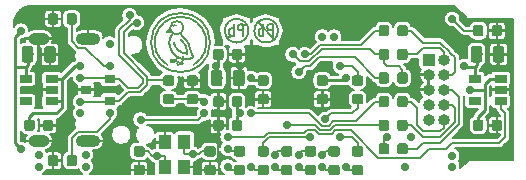
<source format=gbr>
G04 #@! TF.GenerationSoftware,KiCad,Pcbnew,(5.1.0)-1*
G04 #@! TF.CreationDate,2020-02-07T03:11:48-08:00*
G04 #@! TF.ProjectId,design,64657369-676e-42e6-9b69-6361645f7063,rev?*
G04 #@! TF.SameCoordinates,Original*
G04 #@! TF.FileFunction,Copper,L4,Bot*
G04 #@! TF.FilePolarity,Positive*
%FSLAX46Y46*%
G04 Gerber Fmt 4.6, Leading zero omitted, Abs format (unit mm)*
G04 Created by KiCad (PCBNEW (5.1.0)-1) date 2020-02-07 03:11:48*
%MOMM*%
%LPD*%
G04 APERTURE LIST*
%ADD10C,0.200000*%
%ADD11C,0.160000*%
%ADD12O,1.800000X1.000000*%
%ADD13O,2.100000X1.000000*%
%ADD14C,0.100000*%
%ADD15C,0.875000*%
%ADD16R,0.900000X0.800000*%
%ADD17R,1.060000X0.650000*%
%ADD18C,0.975000*%
%ADD19R,1.100000X1.300000*%
%ADD20R,1.000000X1.000000*%
%ADD21O,1.000000X1.000000*%
%ADD22C,0.700000*%
%ADD23C,0.250000*%
G04 APERTURE END LIST*
D10*
X160821428Y-51452380D02*
X160821428Y-50452380D01*
X160516666Y-50452380D01*
X160440476Y-50500000D01*
X160402380Y-50547619D01*
X160364285Y-50642857D01*
X160364285Y-50785714D01*
X160402380Y-50880952D01*
X160440476Y-50928571D01*
X160516666Y-50976190D01*
X160821428Y-50976190D01*
X160021428Y-51452380D02*
X160021428Y-50452380D01*
X160021428Y-50833333D02*
X159945238Y-50785714D01*
X159792857Y-50785714D01*
X159716666Y-50833333D01*
X159678571Y-50880952D01*
X159640476Y-50976190D01*
X159640476Y-51261904D01*
X159678571Y-51357142D01*
X159716666Y-51404761D01*
X159792857Y-51452380D01*
X159945238Y-51452380D01*
X160021428Y-51404761D01*
X158321428Y-51452380D02*
X158321428Y-50452380D01*
X158016666Y-50452380D01*
X157940476Y-50500000D01*
X157902380Y-50547619D01*
X157864285Y-50642857D01*
X157864285Y-50785714D01*
X157902380Y-50880952D01*
X157940476Y-50928571D01*
X158016666Y-50976190D01*
X158321428Y-50976190D01*
X157521428Y-51452380D02*
X157521428Y-50452380D01*
X157521428Y-50833333D02*
X157445238Y-50785714D01*
X157292857Y-50785714D01*
X157216666Y-50833333D01*
X157178571Y-50880952D01*
X157140476Y-50976190D01*
X157140476Y-51261904D01*
X157178571Y-51357142D01*
X157216666Y-51404761D01*
X157292857Y-51452380D01*
X157445238Y-51452380D01*
X157521428Y-51404761D01*
D11*
X153213115Y-53768832D02*
G75*
G03X152713243Y-53643905I-468491J-812047D01*
G01*
X152713390Y-53893910D02*
G75*
G03X153213243Y-53768905I31234J936980D01*
G01*
D10*
X152968749Y-51237139D02*
G75*
G03X153303506Y-51608539I1077120J634282D01*
G01*
D11*
X152179942Y-53561450D02*
G75*
G03X152179942Y-53436450I0J62500D01*
G01*
X152179942Y-53686450D02*
G75*
G03X152179942Y-53561450I0J62500D01*
G01*
D10*
X153510950Y-53424715D02*
X153201673Y-53398730D01*
X154072198Y-53250000D02*
X153807277Y-53374087D01*
X153201673Y-53398730D02*
X152898705Y-53297751D01*
X152898705Y-53297751D02*
X152620915Y-53128065D01*
X153809365Y-52547561D02*
G75*
G03X153303506Y-51608539I-1248220J-66661D01*
G01*
X153809365Y-52547562D02*
G75*
G03X154072198Y-53250000I1248221J66660D01*
G01*
X153807277Y-53374087D02*
X153510950Y-53424715D01*
X152620915Y-53128065D02*
X152385602Y-52900241D01*
X152385602Y-52900241D02*
X152207421Y-52628467D01*
X152062593Y-52022451D02*
X152104965Y-51725950D01*
X152104965Y-51725950D02*
X152221946Y-51458630D01*
X152221946Y-51458630D02*
X152406250Y-51237139D01*
D11*
X151821164Y-51108849D02*
G75*
G03X152130822Y-50830714I-238978J577507D01*
G01*
D10*
X152207421Y-52628467D02*
X152097469Y-52329667D01*
D11*
X153573837Y-52957346D02*
G75*
G03X153013396Y-51756932I-1240752J151760D01*
G01*
X152620740Y-50592648D02*
G75*
G03X152379260Y-50592648I-120740J-32352D01*
G01*
X152713243Y-53893905D02*
G75*
G03X152713243Y-53768905I0J62500D01*
G01*
D10*
X153250000Y-50750000D02*
G75*
G03X153250000Y-50750000I-562500J0D01*
G01*
D11*
X151821156Y-51108703D02*
G75*
G03X152236795Y-51086557I176462J599569D01*
G01*
D10*
X152097469Y-52329667D02*
X152062593Y-52022451D01*
D11*
X152713243Y-53768905D02*
G75*
G03X152713243Y-53643905I0J62500D01*
G01*
X152424053Y-52000734D02*
G75*
G03X153573812Y-52957555I1215549J291446D01*
G01*
X152180089Y-53686455D02*
G75*
G03X152679942Y-53561450I31234J936980D01*
G01*
D10*
X154093750Y-53894429D02*
G75*
G03X151906251Y-53894430I-1093750J1894429D01*
G01*
D11*
X152679814Y-53561377D02*
G75*
G03X152179942Y-53436450I-468491J-812047D01*
G01*
D10*
X153150743Y-53768905D02*
X153200000Y-53395710D01*
X155500000Y-52000000D02*
G75*
G03X155500000Y-52000000I-2500000J0D01*
G01*
X152617442Y-53561450D02*
X152726298Y-53202597D01*
X153200000Y-53395710D02*
X153212004Y-53146914D01*
X159600000Y-50300000D02*
X160900000Y-51700000D01*
X158750000Y-51000000D02*
G75*
G03X158750000Y-51000000I-1000000J0D01*
G01*
X161250000Y-51000000D02*
G75*
G03X161250000Y-51000000I-1000000J0D01*
G01*
X156950000Y-51550000D02*
X157200000Y-51550000D01*
X158200000Y-50550000D02*
X158600000Y-50550000D01*
D12*
X141000000Y-51680000D03*
X141000000Y-60320000D03*
D13*
X145180000Y-51680000D03*
X145180000Y-60320000D03*
D14*
G36*
X168277691Y-62351053D02*
G01*
X168298926Y-62354203D01*
X168319750Y-62359419D01*
X168339962Y-62366651D01*
X168359368Y-62375830D01*
X168377781Y-62386866D01*
X168395024Y-62399654D01*
X168410930Y-62414070D01*
X168425346Y-62429976D01*
X168438134Y-62447219D01*
X168449170Y-62465632D01*
X168458349Y-62485038D01*
X168465581Y-62505250D01*
X168470797Y-62526074D01*
X168473947Y-62547309D01*
X168475000Y-62568750D01*
X168475000Y-63006250D01*
X168473947Y-63027691D01*
X168470797Y-63048926D01*
X168465581Y-63069750D01*
X168458349Y-63089962D01*
X168449170Y-63109368D01*
X168438134Y-63127781D01*
X168425346Y-63145024D01*
X168410930Y-63160930D01*
X168395024Y-63175346D01*
X168377781Y-63188134D01*
X168359368Y-63199170D01*
X168339962Y-63208349D01*
X168319750Y-63215581D01*
X168298926Y-63220797D01*
X168277691Y-63223947D01*
X168256250Y-63225000D01*
X167743750Y-63225000D01*
X167722309Y-63223947D01*
X167701074Y-63220797D01*
X167680250Y-63215581D01*
X167660038Y-63208349D01*
X167640632Y-63199170D01*
X167622219Y-63188134D01*
X167604976Y-63175346D01*
X167589070Y-63160930D01*
X167574654Y-63145024D01*
X167561866Y-63127781D01*
X167550830Y-63109368D01*
X167541651Y-63089962D01*
X167534419Y-63069750D01*
X167529203Y-63048926D01*
X167526053Y-63027691D01*
X167525000Y-63006250D01*
X167525000Y-62568750D01*
X167526053Y-62547309D01*
X167529203Y-62526074D01*
X167534419Y-62505250D01*
X167541651Y-62485038D01*
X167550830Y-62465632D01*
X167561866Y-62447219D01*
X167574654Y-62429976D01*
X167589070Y-62414070D01*
X167604976Y-62399654D01*
X167622219Y-62386866D01*
X167640632Y-62375830D01*
X167660038Y-62366651D01*
X167680250Y-62359419D01*
X167701074Y-62354203D01*
X167722309Y-62351053D01*
X167743750Y-62350000D01*
X168256250Y-62350000D01*
X168277691Y-62351053D01*
X168277691Y-62351053D01*
G37*
D15*
X168000000Y-62787500D03*
D14*
G36*
X168277691Y-60776053D02*
G01*
X168298926Y-60779203D01*
X168319750Y-60784419D01*
X168339962Y-60791651D01*
X168359368Y-60800830D01*
X168377781Y-60811866D01*
X168395024Y-60824654D01*
X168410930Y-60839070D01*
X168425346Y-60854976D01*
X168438134Y-60872219D01*
X168449170Y-60890632D01*
X168458349Y-60910038D01*
X168465581Y-60930250D01*
X168470797Y-60951074D01*
X168473947Y-60972309D01*
X168475000Y-60993750D01*
X168475000Y-61431250D01*
X168473947Y-61452691D01*
X168470797Y-61473926D01*
X168465581Y-61494750D01*
X168458349Y-61514962D01*
X168449170Y-61534368D01*
X168438134Y-61552781D01*
X168425346Y-61570024D01*
X168410930Y-61585930D01*
X168395024Y-61600346D01*
X168377781Y-61613134D01*
X168359368Y-61624170D01*
X168339962Y-61633349D01*
X168319750Y-61640581D01*
X168298926Y-61645797D01*
X168277691Y-61648947D01*
X168256250Y-61650000D01*
X167743750Y-61650000D01*
X167722309Y-61648947D01*
X167701074Y-61645797D01*
X167680250Y-61640581D01*
X167660038Y-61633349D01*
X167640632Y-61624170D01*
X167622219Y-61613134D01*
X167604976Y-61600346D01*
X167589070Y-61585930D01*
X167574654Y-61570024D01*
X167561866Y-61552781D01*
X167550830Y-61534368D01*
X167541651Y-61514962D01*
X167534419Y-61494750D01*
X167529203Y-61473926D01*
X167526053Y-61452691D01*
X167525000Y-61431250D01*
X167525000Y-60993750D01*
X167526053Y-60972309D01*
X167529203Y-60951074D01*
X167534419Y-60930250D01*
X167541651Y-60910038D01*
X167550830Y-60890632D01*
X167561866Y-60872219D01*
X167574654Y-60854976D01*
X167589070Y-60839070D01*
X167604976Y-60824654D01*
X167622219Y-60811866D01*
X167640632Y-60800830D01*
X167660038Y-60791651D01*
X167680250Y-60784419D01*
X167701074Y-60779203D01*
X167722309Y-60776053D01*
X167743750Y-60775000D01*
X168256250Y-60775000D01*
X168277691Y-60776053D01*
X168277691Y-60776053D01*
G37*
D15*
X168000000Y-61212500D03*
D16*
X147000000Y-55050000D03*
X147000000Y-56950000D03*
X145000000Y-56000000D03*
D14*
G36*
X156452691Y-52526053D02*
G01*
X156473926Y-52529203D01*
X156494750Y-52534419D01*
X156514962Y-52541651D01*
X156534368Y-52550830D01*
X156552781Y-52561866D01*
X156570024Y-52574654D01*
X156585930Y-52589070D01*
X156600346Y-52604976D01*
X156613134Y-52622219D01*
X156624170Y-52640632D01*
X156633349Y-52660038D01*
X156640581Y-52680250D01*
X156645797Y-52701074D01*
X156648947Y-52722309D01*
X156650000Y-52743750D01*
X156650000Y-53256250D01*
X156648947Y-53277691D01*
X156645797Y-53298926D01*
X156640581Y-53319750D01*
X156633349Y-53339962D01*
X156624170Y-53359368D01*
X156613134Y-53377781D01*
X156600346Y-53395024D01*
X156585930Y-53410930D01*
X156570024Y-53425346D01*
X156552781Y-53438134D01*
X156534368Y-53449170D01*
X156514962Y-53458349D01*
X156494750Y-53465581D01*
X156473926Y-53470797D01*
X156452691Y-53473947D01*
X156431250Y-53475000D01*
X155993750Y-53475000D01*
X155972309Y-53473947D01*
X155951074Y-53470797D01*
X155930250Y-53465581D01*
X155910038Y-53458349D01*
X155890632Y-53449170D01*
X155872219Y-53438134D01*
X155854976Y-53425346D01*
X155839070Y-53410930D01*
X155824654Y-53395024D01*
X155811866Y-53377781D01*
X155800830Y-53359368D01*
X155791651Y-53339962D01*
X155784419Y-53319750D01*
X155779203Y-53298926D01*
X155776053Y-53277691D01*
X155775000Y-53256250D01*
X155775000Y-52743750D01*
X155776053Y-52722309D01*
X155779203Y-52701074D01*
X155784419Y-52680250D01*
X155791651Y-52660038D01*
X155800830Y-52640632D01*
X155811866Y-52622219D01*
X155824654Y-52604976D01*
X155839070Y-52589070D01*
X155854976Y-52574654D01*
X155872219Y-52561866D01*
X155890632Y-52550830D01*
X155910038Y-52541651D01*
X155930250Y-52534419D01*
X155951074Y-52529203D01*
X155972309Y-52526053D01*
X155993750Y-52525000D01*
X156431250Y-52525000D01*
X156452691Y-52526053D01*
X156452691Y-52526053D01*
G37*
D15*
X156212500Y-53000000D03*
D14*
G36*
X158027691Y-52526053D02*
G01*
X158048926Y-52529203D01*
X158069750Y-52534419D01*
X158089962Y-52541651D01*
X158109368Y-52550830D01*
X158127781Y-52561866D01*
X158145024Y-52574654D01*
X158160930Y-52589070D01*
X158175346Y-52604976D01*
X158188134Y-52622219D01*
X158199170Y-52640632D01*
X158208349Y-52660038D01*
X158215581Y-52680250D01*
X158220797Y-52701074D01*
X158223947Y-52722309D01*
X158225000Y-52743750D01*
X158225000Y-53256250D01*
X158223947Y-53277691D01*
X158220797Y-53298926D01*
X158215581Y-53319750D01*
X158208349Y-53339962D01*
X158199170Y-53359368D01*
X158188134Y-53377781D01*
X158175346Y-53395024D01*
X158160930Y-53410930D01*
X158145024Y-53425346D01*
X158127781Y-53438134D01*
X158109368Y-53449170D01*
X158089962Y-53458349D01*
X158069750Y-53465581D01*
X158048926Y-53470797D01*
X158027691Y-53473947D01*
X158006250Y-53475000D01*
X157568750Y-53475000D01*
X157547309Y-53473947D01*
X157526074Y-53470797D01*
X157505250Y-53465581D01*
X157485038Y-53458349D01*
X157465632Y-53449170D01*
X157447219Y-53438134D01*
X157429976Y-53425346D01*
X157414070Y-53410930D01*
X157399654Y-53395024D01*
X157386866Y-53377781D01*
X157375830Y-53359368D01*
X157366651Y-53339962D01*
X157359419Y-53319750D01*
X157354203Y-53298926D01*
X157351053Y-53277691D01*
X157350000Y-53256250D01*
X157350000Y-52743750D01*
X157351053Y-52722309D01*
X157354203Y-52701074D01*
X157359419Y-52680250D01*
X157366651Y-52660038D01*
X157375830Y-52640632D01*
X157386866Y-52622219D01*
X157399654Y-52604976D01*
X157414070Y-52589070D01*
X157429976Y-52574654D01*
X157447219Y-52561866D01*
X157465632Y-52550830D01*
X157485038Y-52541651D01*
X157505250Y-52534419D01*
X157526074Y-52529203D01*
X157547309Y-52526053D01*
X157568750Y-52525000D01*
X158006250Y-52525000D01*
X158027691Y-52526053D01*
X158027691Y-52526053D01*
G37*
D15*
X157787500Y-53000000D03*
D17*
X139900000Y-55050000D03*
X139900000Y-56950000D03*
X142100000Y-56950000D03*
X142100000Y-56000000D03*
X142100000Y-55050000D03*
D14*
G36*
X142027691Y-58526053D02*
G01*
X142048926Y-58529203D01*
X142069750Y-58534419D01*
X142089962Y-58541651D01*
X142109368Y-58550830D01*
X142127781Y-58561866D01*
X142145024Y-58574654D01*
X142160930Y-58589070D01*
X142175346Y-58604976D01*
X142188134Y-58622219D01*
X142199170Y-58640632D01*
X142208349Y-58660038D01*
X142215581Y-58680250D01*
X142220797Y-58701074D01*
X142223947Y-58722309D01*
X142225000Y-58743750D01*
X142225000Y-59256250D01*
X142223947Y-59277691D01*
X142220797Y-59298926D01*
X142215581Y-59319750D01*
X142208349Y-59339962D01*
X142199170Y-59359368D01*
X142188134Y-59377781D01*
X142175346Y-59395024D01*
X142160930Y-59410930D01*
X142145024Y-59425346D01*
X142127781Y-59438134D01*
X142109368Y-59449170D01*
X142089962Y-59458349D01*
X142069750Y-59465581D01*
X142048926Y-59470797D01*
X142027691Y-59473947D01*
X142006250Y-59475000D01*
X141568750Y-59475000D01*
X141547309Y-59473947D01*
X141526074Y-59470797D01*
X141505250Y-59465581D01*
X141485038Y-59458349D01*
X141465632Y-59449170D01*
X141447219Y-59438134D01*
X141429976Y-59425346D01*
X141414070Y-59410930D01*
X141399654Y-59395024D01*
X141386866Y-59377781D01*
X141375830Y-59359368D01*
X141366651Y-59339962D01*
X141359419Y-59319750D01*
X141354203Y-59298926D01*
X141351053Y-59277691D01*
X141350000Y-59256250D01*
X141350000Y-58743750D01*
X141351053Y-58722309D01*
X141354203Y-58701074D01*
X141359419Y-58680250D01*
X141366651Y-58660038D01*
X141375830Y-58640632D01*
X141386866Y-58622219D01*
X141399654Y-58604976D01*
X141414070Y-58589070D01*
X141429976Y-58574654D01*
X141447219Y-58561866D01*
X141465632Y-58550830D01*
X141485038Y-58541651D01*
X141505250Y-58534419D01*
X141526074Y-58529203D01*
X141547309Y-58526053D01*
X141568750Y-58525000D01*
X142006250Y-58525000D01*
X142027691Y-58526053D01*
X142027691Y-58526053D01*
G37*
D15*
X141787500Y-59000000D03*
D14*
G36*
X140452691Y-58526053D02*
G01*
X140473926Y-58529203D01*
X140494750Y-58534419D01*
X140514962Y-58541651D01*
X140534368Y-58550830D01*
X140552781Y-58561866D01*
X140570024Y-58574654D01*
X140585930Y-58589070D01*
X140600346Y-58604976D01*
X140613134Y-58622219D01*
X140624170Y-58640632D01*
X140633349Y-58660038D01*
X140640581Y-58680250D01*
X140645797Y-58701074D01*
X140648947Y-58722309D01*
X140650000Y-58743750D01*
X140650000Y-59256250D01*
X140648947Y-59277691D01*
X140645797Y-59298926D01*
X140640581Y-59319750D01*
X140633349Y-59339962D01*
X140624170Y-59359368D01*
X140613134Y-59377781D01*
X140600346Y-59395024D01*
X140585930Y-59410930D01*
X140570024Y-59425346D01*
X140552781Y-59438134D01*
X140534368Y-59449170D01*
X140514962Y-59458349D01*
X140494750Y-59465581D01*
X140473926Y-59470797D01*
X140452691Y-59473947D01*
X140431250Y-59475000D01*
X139993750Y-59475000D01*
X139972309Y-59473947D01*
X139951074Y-59470797D01*
X139930250Y-59465581D01*
X139910038Y-59458349D01*
X139890632Y-59449170D01*
X139872219Y-59438134D01*
X139854976Y-59425346D01*
X139839070Y-59410930D01*
X139824654Y-59395024D01*
X139811866Y-59377781D01*
X139800830Y-59359368D01*
X139791651Y-59339962D01*
X139784419Y-59319750D01*
X139779203Y-59298926D01*
X139776053Y-59277691D01*
X139775000Y-59256250D01*
X139775000Y-58743750D01*
X139776053Y-58722309D01*
X139779203Y-58701074D01*
X139784419Y-58680250D01*
X139791651Y-58660038D01*
X139800830Y-58640632D01*
X139811866Y-58622219D01*
X139824654Y-58604976D01*
X139839070Y-58589070D01*
X139854976Y-58574654D01*
X139872219Y-58561866D01*
X139890632Y-58550830D01*
X139910038Y-58541651D01*
X139930250Y-58534419D01*
X139951074Y-58529203D01*
X139972309Y-58526053D01*
X139993750Y-58525000D01*
X140431250Y-58525000D01*
X140452691Y-58526053D01*
X140452691Y-58526053D01*
G37*
D15*
X140212500Y-59000000D03*
D14*
G36*
X140330142Y-52301174D02*
G01*
X140353803Y-52304684D01*
X140377007Y-52310496D01*
X140399529Y-52318554D01*
X140421153Y-52328782D01*
X140441670Y-52341079D01*
X140460883Y-52355329D01*
X140478607Y-52371393D01*
X140494671Y-52389117D01*
X140508921Y-52408330D01*
X140521218Y-52428847D01*
X140531446Y-52450471D01*
X140539504Y-52472993D01*
X140545316Y-52496197D01*
X140548826Y-52519858D01*
X140550000Y-52543750D01*
X140550000Y-53456250D01*
X140548826Y-53480142D01*
X140545316Y-53503803D01*
X140539504Y-53527007D01*
X140531446Y-53549529D01*
X140521218Y-53571153D01*
X140508921Y-53591670D01*
X140494671Y-53610883D01*
X140478607Y-53628607D01*
X140460883Y-53644671D01*
X140441670Y-53658921D01*
X140421153Y-53671218D01*
X140399529Y-53681446D01*
X140377007Y-53689504D01*
X140353803Y-53695316D01*
X140330142Y-53698826D01*
X140306250Y-53700000D01*
X139818750Y-53700000D01*
X139794858Y-53698826D01*
X139771197Y-53695316D01*
X139747993Y-53689504D01*
X139725471Y-53681446D01*
X139703847Y-53671218D01*
X139683330Y-53658921D01*
X139664117Y-53644671D01*
X139646393Y-53628607D01*
X139630329Y-53610883D01*
X139616079Y-53591670D01*
X139603782Y-53571153D01*
X139593554Y-53549529D01*
X139585496Y-53527007D01*
X139579684Y-53503803D01*
X139576174Y-53480142D01*
X139575000Y-53456250D01*
X139575000Y-52543750D01*
X139576174Y-52519858D01*
X139579684Y-52496197D01*
X139585496Y-52472993D01*
X139593554Y-52450471D01*
X139603782Y-52428847D01*
X139616079Y-52408330D01*
X139630329Y-52389117D01*
X139646393Y-52371393D01*
X139664117Y-52355329D01*
X139683330Y-52341079D01*
X139703847Y-52328782D01*
X139725471Y-52318554D01*
X139747993Y-52310496D01*
X139771197Y-52304684D01*
X139794858Y-52301174D01*
X139818750Y-52300000D01*
X140306250Y-52300000D01*
X140330142Y-52301174D01*
X140330142Y-52301174D01*
G37*
D18*
X140062500Y-53000000D03*
D14*
G36*
X142205142Y-52301174D02*
G01*
X142228803Y-52304684D01*
X142252007Y-52310496D01*
X142274529Y-52318554D01*
X142296153Y-52328782D01*
X142316670Y-52341079D01*
X142335883Y-52355329D01*
X142353607Y-52371393D01*
X142369671Y-52389117D01*
X142383921Y-52408330D01*
X142396218Y-52428847D01*
X142406446Y-52450471D01*
X142414504Y-52472993D01*
X142420316Y-52496197D01*
X142423826Y-52519858D01*
X142425000Y-52543750D01*
X142425000Y-53456250D01*
X142423826Y-53480142D01*
X142420316Y-53503803D01*
X142414504Y-53527007D01*
X142406446Y-53549529D01*
X142396218Y-53571153D01*
X142383921Y-53591670D01*
X142369671Y-53610883D01*
X142353607Y-53628607D01*
X142335883Y-53644671D01*
X142316670Y-53658921D01*
X142296153Y-53671218D01*
X142274529Y-53681446D01*
X142252007Y-53689504D01*
X142228803Y-53695316D01*
X142205142Y-53698826D01*
X142181250Y-53700000D01*
X141693750Y-53700000D01*
X141669858Y-53698826D01*
X141646197Y-53695316D01*
X141622993Y-53689504D01*
X141600471Y-53681446D01*
X141578847Y-53671218D01*
X141558330Y-53658921D01*
X141539117Y-53644671D01*
X141521393Y-53628607D01*
X141505329Y-53610883D01*
X141491079Y-53591670D01*
X141478782Y-53571153D01*
X141468554Y-53549529D01*
X141460496Y-53527007D01*
X141454684Y-53503803D01*
X141451174Y-53480142D01*
X141450000Y-53456250D01*
X141450000Y-52543750D01*
X141451174Y-52519858D01*
X141454684Y-52496197D01*
X141460496Y-52472993D01*
X141468554Y-52450471D01*
X141478782Y-52428847D01*
X141491079Y-52408330D01*
X141505329Y-52389117D01*
X141521393Y-52371393D01*
X141539117Y-52355329D01*
X141558330Y-52341079D01*
X141578847Y-52328782D01*
X141600471Y-52318554D01*
X141622993Y-52310496D01*
X141646197Y-52304684D01*
X141669858Y-52301174D01*
X141693750Y-52300000D01*
X142181250Y-52300000D01*
X142205142Y-52301174D01*
X142205142Y-52301174D01*
G37*
D18*
X141937500Y-53000000D03*
D14*
G36*
X144027691Y-61526053D02*
G01*
X144048926Y-61529203D01*
X144069750Y-61534419D01*
X144089962Y-61541651D01*
X144109368Y-61550830D01*
X144127781Y-61561866D01*
X144145024Y-61574654D01*
X144160930Y-61589070D01*
X144175346Y-61604976D01*
X144188134Y-61622219D01*
X144199170Y-61640632D01*
X144208349Y-61660038D01*
X144215581Y-61680250D01*
X144220797Y-61701074D01*
X144223947Y-61722309D01*
X144225000Y-61743750D01*
X144225000Y-62256250D01*
X144223947Y-62277691D01*
X144220797Y-62298926D01*
X144215581Y-62319750D01*
X144208349Y-62339962D01*
X144199170Y-62359368D01*
X144188134Y-62377781D01*
X144175346Y-62395024D01*
X144160930Y-62410930D01*
X144145024Y-62425346D01*
X144127781Y-62438134D01*
X144109368Y-62449170D01*
X144089962Y-62458349D01*
X144069750Y-62465581D01*
X144048926Y-62470797D01*
X144027691Y-62473947D01*
X144006250Y-62475000D01*
X143568750Y-62475000D01*
X143547309Y-62473947D01*
X143526074Y-62470797D01*
X143505250Y-62465581D01*
X143485038Y-62458349D01*
X143465632Y-62449170D01*
X143447219Y-62438134D01*
X143429976Y-62425346D01*
X143414070Y-62410930D01*
X143399654Y-62395024D01*
X143386866Y-62377781D01*
X143375830Y-62359368D01*
X143366651Y-62339962D01*
X143359419Y-62319750D01*
X143354203Y-62298926D01*
X143351053Y-62277691D01*
X143350000Y-62256250D01*
X143350000Y-61743750D01*
X143351053Y-61722309D01*
X143354203Y-61701074D01*
X143359419Y-61680250D01*
X143366651Y-61660038D01*
X143375830Y-61640632D01*
X143386866Y-61622219D01*
X143399654Y-61604976D01*
X143414070Y-61589070D01*
X143429976Y-61574654D01*
X143447219Y-61561866D01*
X143465632Y-61550830D01*
X143485038Y-61541651D01*
X143505250Y-61534419D01*
X143526074Y-61529203D01*
X143547309Y-61526053D01*
X143568750Y-61525000D01*
X144006250Y-61525000D01*
X144027691Y-61526053D01*
X144027691Y-61526053D01*
G37*
D15*
X143787500Y-62000000D03*
D14*
G36*
X142452691Y-61526053D02*
G01*
X142473926Y-61529203D01*
X142494750Y-61534419D01*
X142514962Y-61541651D01*
X142534368Y-61550830D01*
X142552781Y-61561866D01*
X142570024Y-61574654D01*
X142585930Y-61589070D01*
X142600346Y-61604976D01*
X142613134Y-61622219D01*
X142624170Y-61640632D01*
X142633349Y-61660038D01*
X142640581Y-61680250D01*
X142645797Y-61701074D01*
X142648947Y-61722309D01*
X142650000Y-61743750D01*
X142650000Y-62256250D01*
X142648947Y-62277691D01*
X142645797Y-62298926D01*
X142640581Y-62319750D01*
X142633349Y-62339962D01*
X142624170Y-62359368D01*
X142613134Y-62377781D01*
X142600346Y-62395024D01*
X142585930Y-62410930D01*
X142570024Y-62425346D01*
X142552781Y-62438134D01*
X142534368Y-62449170D01*
X142514962Y-62458349D01*
X142494750Y-62465581D01*
X142473926Y-62470797D01*
X142452691Y-62473947D01*
X142431250Y-62475000D01*
X141993750Y-62475000D01*
X141972309Y-62473947D01*
X141951074Y-62470797D01*
X141930250Y-62465581D01*
X141910038Y-62458349D01*
X141890632Y-62449170D01*
X141872219Y-62438134D01*
X141854976Y-62425346D01*
X141839070Y-62410930D01*
X141824654Y-62395024D01*
X141811866Y-62377781D01*
X141800830Y-62359368D01*
X141791651Y-62339962D01*
X141784419Y-62319750D01*
X141779203Y-62298926D01*
X141776053Y-62277691D01*
X141775000Y-62256250D01*
X141775000Y-61743750D01*
X141776053Y-61722309D01*
X141779203Y-61701074D01*
X141784419Y-61680250D01*
X141791651Y-61660038D01*
X141800830Y-61640632D01*
X141811866Y-61622219D01*
X141824654Y-61604976D01*
X141839070Y-61589070D01*
X141854976Y-61574654D01*
X141872219Y-61561866D01*
X141890632Y-61550830D01*
X141910038Y-61541651D01*
X141930250Y-61534419D01*
X141951074Y-61529203D01*
X141972309Y-61526053D01*
X141993750Y-61525000D01*
X142431250Y-61525000D01*
X142452691Y-61526053D01*
X142452691Y-61526053D01*
G37*
D15*
X142212500Y-62000000D03*
D14*
G36*
X142452691Y-49526053D02*
G01*
X142473926Y-49529203D01*
X142494750Y-49534419D01*
X142514962Y-49541651D01*
X142534368Y-49550830D01*
X142552781Y-49561866D01*
X142570024Y-49574654D01*
X142585930Y-49589070D01*
X142600346Y-49604976D01*
X142613134Y-49622219D01*
X142624170Y-49640632D01*
X142633349Y-49660038D01*
X142640581Y-49680250D01*
X142645797Y-49701074D01*
X142648947Y-49722309D01*
X142650000Y-49743750D01*
X142650000Y-50256250D01*
X142648947Y-50277691D01*
X142645797Y-50298926D01*
X142640581Y-50319750D01*
X142633349Y-50339962D01*
X142624170Y-50359368D01*
X142613134Y-50377781D01*
X142600346Y-50395024D01*
X142585930Y-50410930D01*
X142570024Y-50425346D01*
X142552781Y-50438134D01*
X142534368Y-50449170D01*
X142514962Y-50458349D01*
X142494750Y-50465581D01*
X142473926Y-50470797D01*
X142452691Y-50473947D01*
X142431250Y-50475000D01*
X141993750Y-50475000D01*
X141972309Y-50473947D01*
X141951074Y-50470797D01*
X141930250Y-50465581D01*
X141910038Y-50458349D01*
X141890632Y-50449170D01*
X141872219Y-50438134D01*
X141854976Y-50425346D01*
X141839070Y-50410930D01*
X141824654Y-50395024D01*
X141811866Y-50377781D01*
X141800830Y-50359368D01*
X141791651Y-50339962D01*
X141784419Y-50319750D01*
X141779203Y-50298926D01*
X141776053Y-50277691D01*
X141775000Y-50256250D01*
X141775000Y-49743750D01*
X141776053Y-49722309D01*
X141779203Y-49701074D01*
X141784419Y-49680250D01*
X141791651Y-49660038D01*
X141800830Y-49640632D01*
X141811866Y-49622219D01*
X141824654Y-49604976D01*
X141839070Y-49589070D01*
X141854976Y-49574654D01*
X141872219Y-49561866D01*
X141890632Y-49550830D01*
X141910038Y-49541651D01*
X141930250Y-49534419D01*
X141951074Y-49529203D01*
X141972309Y-49526053D01*
X141993750Y-49525000D01*
X142431250Y-49525000D01*
X142452691Y-49526053D01*
X142452691Y-49526053D01*
G37*
D15*
X142212500Y-50000000D03*
D14*
G36*
X144027691Y-49526053D02*
G01*
X144048926Y-49529203D01*
X144069750Y-49534419D01*
X144089962Y-49541651D01*
X144109368Y-49550830D01*
X144127781Y-49561866D01*
X144145024Y-49574654D01*
X144160930Y-49589070D01*
X144175346Y-49604976D01*
X144188134Y-49622219D01*
X144199170Y-49640632D01*
X144208349Y-49660038D01*
X144215581Y-49680250D01*
X144220797Y-49701074D01*
X144223947Y-49722309D01*
X144225000Y-49743750D01*
X144225000Y-50256250D01*
X144223947Y-50277691D01*
X144220797Y-50298926D01*
X144215581Y-50319750D01*
X144208349Y-50339962D01*
X144199170Y-50359368D01*
X144188134Y-50377781D01*
X144175346Y-50395024D01*
X144160930Y-50410930D01*
X144145024Y-50425346D01*
X144127781Y-50438134D01*
X144109368Y-50449170D01*
X144089962Y-50458349D01*
X144069750Y-50465581D01*
X144048926Y-50470797D01*
X144027691Y-50473947D01*
X144006250Y-50475000D01*
X143568750Y-50475000D01*
X143547309Y-50473947D01*
X143526074Y-50470797D01*
X143505250Y-50465581D01*
X143485038Y-50458349D01*
X143465632Y-50449170D01*
X143447219Y-50438134D01*
X143429976Y-50425346D01*
X143414070Y-50410930D01*
X143399654Y-50395024D01*
X143386866Y-50377781D01*
X143375830Y-50359368D01*
X143366651Y-50339962D01*
X143359419Y-50319750D01*
X143354203Y-50298926D01*
X143351053Y-50277691D01*
X143350000Y-50256250D01*
X143350000Y-49743750D01*
X143351053Y-49722309D01*
X143354203Y-49701074D01*
X143359419Y-49680250D01*
X143366651Y-49660038D01*
X143375830Y-49640632D01*
X143386866Y-49622219D01*
X143399654Y-49604976D01*
X143414070Y-49589070D01*
X143429976Y-49574654D01*
X143447219Y-49561866D01*
X143465632Y-49550830D01*
X143485038Y-49541651D01*
X143505250Y-49534419D01*
X143526074Y-49529203D01*
X143547309Y-49526053D01*
X143568750Y-49525000D01*
X144006250Y-49525000D01*
X144027691Y-49526053D01*
X144027691Y-49526053D01*
G37*
D15*
X143787500Y-50000000D03*
D14*
G36*
X156330142Y-54301174D02*
G01*
X156353803Y-54304684D01*
X156377007Y-54310496D01*
X156399529Y-54318554D01*
X156421153Y-54328782D01*
X156441670Y-54341079D01*
X156460883Y-54355329D01*
X156478607Y-54371393D01*
X156494671Y-54389117D01*
X156508921Y-54408330D01*
X156521218Y-54428847D01*
X156531446Y-54450471D01*
X156539504Y-54472993D01*
X156545316Y-54496197D01*
X156548826Y-54519858D01*
X156550000Y-54543750D01*
X156550000Y-55456250D01*
X156548826Y-55480142D01*
X156545316Y-55503803D01*
X156539504Y-55527007D01*
X156531446Y-55549529D01*
X156521218Y-55571153D01*
X156508921Y-55591670D01*
X156494671Y-55610883D01*
X156478607Y-55628607D01*
X156460883Y-55644671D01*
X156441670Y-55658921D01*
X156421153Y-55671218D01*
X156399529Y-55681446D01*
X156377007Y-55689504D01*
X156353803Y-55695316D01*
X156330142Y-55698826D01*
X156306250Y-55700000D01*
X155818750Y-55700000D01*
X155794858Y-55698826D01*
X155771197Y-55695316D01*
X155747993Y-55689504D01*
X155725471Y-55681446D01*
X155703847Y-55671218D01*
X155683330Y-55658921D01*
X155664117Y-55644671D01*
X155646393Y-55628607D01*
X155630329Y-55610883D01*
X155616079Y-55591670D01*
X155603782Y-55571153D01*
X155593554Y-55549529D01*
X155585496Y-55527007D01*
X155579684Y-55503803D01*
X155576174Y-55480142D01*
X155575000Y-55456250D01*
X155575000Y-54543750D01*
X155576174Y-54519858D01*
X155579684Y-54496197D01*
X155585496Y-54472993D01*
X155593554Y-54450471D01*
X155603782Y-54428847D01*
X155616079Y-54408330D01*
X155630329Y-54389117D01*
X155646393Y-54371393D01*
X155664117Y-54355329D01*
X155683330Y-54341079D01*
X155703847Y-54328782D01*
X155725471Y-54318554D01*
X155747993Y-54310496D01*
X155771197Y-54304684D01*
X155794858Y-54301174D01*
X155818750Y-54300000D01*
X156306250Y-54300000D01*
X156330142Y-54301174D01*
X156330142Y-54301174D01*
G37*
D18*
X156062500Y-55000000D03*
D14*
G36*
X158205142Y-54301174D02*
G01*
X158228803Y-54304684D01*
X158252007Y-54310496D01*
X158274529Y-54318554D01*
X158296153Y-54328782D01*
X158316670Y-54341079D01*
X158335883Y-54355329D01*
X158353607Y-54371393D01*
X158369671Y-54389117D01*
X158383921Y-54408330D01*
X158396218Y-54428847D01*
X158406446Y-54450471D01*
X158414504Y-54472993D01*
X158420316Y-54496197D01*
X158423826Y-54519858D01*
X158425000Y-54543750D01*
X158425000Y-55456250D01*
X158423826Y-55480142D01*
X158420316Y-55503803D01*
X158414504Y-55527007D01*
X158406446Y-55549529D01*
X158396218Y-55571153D01*
X158383921Y-55591670D01*
X158369671Y-55610883D01*
X158353607Y-55628607D01*
X158335883Y-55644671D01*
X158316670Y-55658921D01*
X158296153Y-55671218D01*
X158274529Y-55681446D01*
X158252007Y-55689504D01*
X158228803Y-55695316D01*
X158205142Y-55698826D01*
X158181250Y-55700000D01*
X157693750Y-55700000D01*
X157669858Y-55698826D01*
X157646197Y-55695316D01*
X157622993Y-55689504D01*
X157600471Y-55681446D01*
X157578847Y-55671218D01*
X157558330Y-55658921D01*
X157539117Y-55644671D01*
X157521393Y-55628607D01*
X157505329Y-55610883D01*
X157491079Y-55591670D01*
X157478782Y-55571153D01*
X157468554Y-55549529D01*
X157460496Y-55527007D01*
X157454684Y-55503803D01*
X157451174Y-55480142D01*
X157450000Y-55456250D01*
X157450000Y-54543750D01*
X157451174Y-54519858D01*
X157454684Y-54496197D01*
X157460496Y-54472993D01*
X157468554Y-54450471D01*
X157478782Y-54428847D01*
X157491079Y-54408330D01*
X157505329Y-54389117D01*
X157521393Y-54371393D01*
X157539117Y-54355329D01*
X157558330Y-54341079D01*
X157578847Y-54328782D01*
X157600471Y-54318554D01*
X157622993Y-54310496D01*
X157646197Y-54304684D01*
X157669858Y-54301174D01*
X157693750Y-54300000D01*
X158181250Y-54300000D01*
X158205142Y-54301174D01*
X158205142Y-54301174D01*
G37*
D18*
X157937500Y-55000000D03*
D14*
G36*
X156452691Y-58526053D02*
G01*
X156473926Y-58529203D01*
X156494750Y-58534419D01*
X156514962Y-58541651D01*
X156534368Y-58550830D01*
X156552781Y-58561866D01*
X156570024Y-58574654D01*
X156585930Y-58589070D01*
X156600346Y-58604976D01*
X156613134Y-58622219D01*
X156624170Y-58640632D01*
X156633349Y-58660038D01*
X156640581Y-58680250D01*
X156645797Y-58701074D01*
X156648947Y-58722309D01*
X156650000Y-58743750D01*
X156650000Y-59256250D01*
X156648947Y-59277691D01*
X156645797Y-59298926D01*
X156640581Y-59319750D01*
X156633349Y-59339962D01*
X156624170Y-59359368D01*
X156613134Y-59377781D01*
X156600346Y-59395024D01*
X156585930Y-59410930D01*
X156570024Y-59425346D01*
X156552781Y-59438134D01*
X156534368Y-59449170D01*
X156514962Y-59458349D01*
X156494750Y-59465581D01*
X156473926Y-59470797D01*
X156452691Y-59473947D01*
X156431250Y-59475000D01*
X155993750Y-59475000D01*
X155972309Y-59473947D01*
X155951074Y-59470797D01*
X155930250Y-59465581D01*
X155910038Y-59458349D01*
X155890632Y-59449170D01*
X155872219Y-59438134D01*
X155854976Y-59425346D01*
X155839070Y-59410930D01*
X155824654Y-59395024D01*
X155811866Y-59377781D01*
X155800830Y-59359368D01*
X155791651Y-59339962D01*
X155784419Y-59319750D01*
X155779203Y-59298926D01*
X155776053Y-59277691D01*
X155775000Y-59256250D01*
X155775000Y-58743750D01*
X155776053Y-58722309D01*
X155779203Y-58701074D01*
X155784419Y-58680250D01*
X155791651Y-58660038D01*
X155800830Y-58640632D01*
X155811866Y-58622219D01*
X155824654Y-58604976D01*
X155839070Y-58589070D01*
X155854976Y-58574654D01*
X155872219Y-58561866D01*
X155890632Y-58550830D01*
X155910038Y-58541651D01*
X155930250Y-58534419D01*
X155951074Y-58529203D01*
X155972309Y-58526053D01*
X155993750Y-58525000D01*
X156431250Y-58525000D01*
X156452691Y-58526053D01*
X156452691Y-58526053D01*
G37*
D15*
X156212500Y-59000000D03*
D14*
G36*
X158027691Y-58526053D02*
G01*
X158048926Y-58529203D01*
X158069750Y-58534419D01*
X158089962Y-58541651D01*
X158109368Y-58550830D01*
X158127781Y-58561866D01*
X158145024Y-58574654D01*
X158160930Y-58589070D01*
X158175346Y-58604976D01*
X158188134Y-58622219D01*
X158199170Y-58640632D01*
X158208349Y-58660038D01*
X158215581Y-58680250D01*
X158220797Y-58701074D01*
X158223947Y-58722309D01*
X158225000Y-58743750D01*
X158225000Y-59256250D01*
X158223947Y-59277691D01*
X158220797Y-59298926D01*
X158215581Y-59319750D01*
X158208349Y-59339962D01*
X158199170Y-59359368D01*
X158188134Y-59377781D01*
X158175346Y-59395024D01*
X158160930Y-59410930D01*
X158145024Y-59425346D01*
X158127781Y-59438134D01*
X158109368Y-59449170D01*
X158089962Y-59458349D01*
X158069750Y-59465581D01*
X158048926Y-59470797D01*
X158027691Y-59473947D01*
X158006250Y-59475000D01*
X157568750Y-59475000D01*
X157547309Y-59473947D01*
X157526074Y-59470797D01*
X157505250Y-59465581D01*
X157485038Y-59458349D01*
X157465632Y-59449170D01*
X157447219Y-59438134D01*
X157429976Y-59425346D01*
X157414070Y-59410930D01*
X157399654Y-59395024D01*
X157386866Y-59377781D01*
X157375830Y-59359368D01*
X157366651Y-59339962D01*
X157359419Y-59319750D01*
X157354203Y-59298926D01*
X157351053Y-59277691D01*
X157350000Y-59256250D01*
X157350000Y-58743750D01*
X157351053Y-58722309D01*
X157354203Y-58701074D01*
X157359419Y-58680250D01*
X157366651Y-58660038D01*
X157375830Y-58640632D01*
X157386866Y-58622219D01*
X157399654Y-58604976D01*
X157414070Y-58589070D01*
X157429976Y-58574654D01*
X157447219Y-58561866D01*
X157465632Y-58550830D01*
X157485038Y-58541651D01*
X157505250Y-58534419D01*
X157526074Y-58529203D01*
X157547309Y-58526053D01*
X157568750Y-58525000D01*
X158006250Y-58525000D01*
X158027691Y-58526053D01*
X158027691Y-58526053D01*
G37*
D15*
X157787500Y-59000000D03*
D14*
G36*
X158027691Y-56526053D02*
G01*
X158048926Y-56529203D01*
X158069750Y-56534419D01*
X158089962Y-56541651D01*
X158109368Y-56550830D01*
X158127781Y-56561866D01*
X158145024Y-56574654D01*
X158160930Y-56589070D01*
X158175346Y-56604976D01*
X158188134Y-56622219D01*
X158199170Y-56640632D01*
X158208349Y-56660038D01*
X158215581Y-56680250D01*
X158220797Y-56701074D01*
X158223947Y-56722309D01*
X158225000Y-56743750D01*
X158225000Y-57256250D01*
X158223947Y-57277691D01*
X158220797Y-57298926D01*
X158215581Y-57319750D01*
X158208349Y-57339962D01*
X158199170Y-57359368D01*
X158188134Y-57377781D01*
X158175346Y-57395024D01*
X158160930Y-57410930D01*
X158145024Y-57425346D01*
X158127781Y-57438134D01*
X158109368Y-57449170D01*
X158089962Y-57458349D01*
X158069750Y-57465581D01*
X158048926Y-57470797D01*
X158027691Y-57473947D01*
X158006250Y-57475000D01*
X157568750Y-57475000D01*
X157547309Y-57473947D01*
X157526074Y-57470797D01*
X157505250Y-57465581D01*
X157485038Y-57458349D01*
X157465632Y-57449170D01*
X157447219Y-57438134D01*
X157429976Y-57425346D01*
X157414070Y-57410930D01*
X157399654Y-57395024D01*
X157386866Y-57377781D01*
X157375830Y-57359368D01*
X157366651Y-57339962D01*
X157359419Y-57319750D01*
X157354203Y-57298926D01*
X157351053Y-57277691D01*
X157350000Y-57256250D01*
X157350000Y-56743750D01*
X157351053Y-56722309D01*
X157354203Y-56701074D01*
X157359419Y-56680250D01*
X157366651Y-56660038D01*
X157375830Y-56640632D01*
X157386866Y-56622219D01*
X157399654Y-56604976D01*
X157414070Y-56589070D01*
X157429976Y-56574654D01*
X157447219Y-56561866D01*
X157465632Y-56550830D01*
X157485038Y-56541651D01*
X157505250Y-56534419D01*
X157526074Y-56529203D01*
X157547309Y-56526053D01*
X157568750Y-56525000D01*
X158006250Y-56525000D01*
X158027691Y-56526053D01*
X158027691Y-56526053D01*
G37*
D15*
X157787500Y-57000000D03*
D14*
G36*
X156452691Y-56526053D02*
G01*
X156473926Y-56529203D01*
X156494750Y-56534419D01*
X156514962Y-56541651D01*
X156534368Y-56550830D01*
X156552781Y-56561866D01*
X156570024Y-56574654D01*
X156585930Y-56589070D01*
X156600346Y-56604976D01*
X156613134Y-56622219D01*
X156624170Y-56640632D01*
X156633349Y-56660038D01*
X156640581Y-56680250D01*
X156645797Y-56701074D01*
X156648947Y-56722309D01*
X156650000Y-56743750D01*
X156650000Y-57256250D01*
X156648947Y-57277691D01*
X156645797Y-57298926D01*
X156640581Y-57319750D01*
X156633349Y-57339962D01*
X156624170Y-57359368D01*
X156613134Y-57377781D01*
X156600346Y-57395024D01*
X156585930Y-57410930D01*
X156570024Y-57425346D01*
X156552781Y-57438134D01*
X156534368Y-57449170D01*
X156514962Y-57458349D01*
X156494750Y-57465581D01*
X156473926Y-57470797D01*
X156452691Y-57473947D01*
X156431250Y-57475000D01*
X155993750Y-57475000D01*
X155972309Y-57473947D01*
X155951074Y-57470797D01*
X155930250Y-57465581D01*
X155910038Y-57458349D01*
X155890632Y-57449170D01*
X155872219Y-57438134D01*
X155854976Y-57425346D01*
X155839070Y-57410930D01*
X155824654Y-57395024D01*
X155811866Y-57377781D01*
X155800830Y-57359368D01*
X155791651Y-57339962D01*
X155784419Y-57319750D01*
X155779203Y-57298926D01*
X155776053Y-57277691D01*
X155775000Y-57256250D01*
X155775000Y-56743750D01*
X155776053Y-56722309D01*
X155779203Y-56701074D01*
X155784419Y-56680250D01*
X155791651Y-56660038D01*
X155800830Y-56640632D01*
X155811866Y-56622219D01*
X155824654Y-56604976D01*
X155839070Y-56589070D01*
X155854976Y-56574654D01*
X155872219Y-56561866D01*
X155890632Y-56550830D01*
X155910038Y-56541651D01*
X155930250Y-56534419D01*
X155951074Y-56529203D01*
X155972309Y-56526053D01*
X155993750Y-56525000D01*
X156431250Y-56525000D01*
X156452691Y-56526053D01*
X156452691Y-56526053D01*
G37*
D15*
X156212500Y-57000000D03*
D14*
G36*
X160277691Y-56351053D02*
G01*
X160298926Y-56354203D01*
X160319750Y-56359419D01*
X160339962Y-56366651D01*
X160359368Y-56375830D01*
X160377781Y-56386866D01*
X160395024Y-56399654D01*
X160410930Y-56414070D01*
X160425346Y-56429976D01*
X160438134Y-56447219D01*
X160449170Y-56465632D01*
X160458349Y-56485038D01*
X160465581Y-56505250D01*
X160470797Y-56526074D01*
X160473947Y-56547309D01*
X160475000Y-56568750D01*
X160475000Y-57006250D01*
X160473947Y-57027691D01*
X160470797Y-57048926D01*
X160465581Y-57069750D01*
X160458349Y-57089962D01*
X160449170Y-57109368D01*
X160438134Y-57127781D01*
X160425346Y-57145024D01*
X160410930Y-57160930D01*
X160395024Y-57175346D01*
X160377781Y-57188134D01*
X160359368Y-57199170D01*
X160339962Y-57208349D01*
X160319750Y-57215581D01*
X160298926Y-57220797D01*
X160277691Y-57223947D01*
X160256250Y-57225000D01*
X159743750Y-57225000D01*
X159722309Y-57223947D01*
X159701074Y-57220797D01*
X159680250Y-57215581D01*
X159660038Y-57208349D01*
X159640632Y-57199170D01*
X159622219Y-57188134D01*
X159604976Y-57175346D01*
X159589070Y-57160930D01*
X159574654Y-57145024D01*
X159561866Y-57127781D01*
X159550830Y-57109368D01*
X159541651Y-57089962D01*
X159534419Y-57069750D01*
X159529203Y-57048926D01*
X159526053Y-57027691D01*
X159525000Y-57006250D01*
X159525000Y-56568750D01*
X159526053Y-56547309D01*
X159529203Y-56526074D01*
X159534419Y-56505250D01*
X159541651Y-56485038D01*
X159550830Y-56465632D01*
X159561866Y-56447219D01*
X159574654Y-56429976D01*
X159589070Y-56414070D01*
X159604976Y-56399654D01*
X159622219Y-56386866D01*
X159640632Y-56375830D01*
X159660038Y-56366651D01*
X159680250Y-56359419D01*
X159701074Y-56354203D01*
X159722309Y-56351053D01*
X159743750Y-56350000D01*
X160256250Y-56350000D01*
X160277691Y-56351053D01*
X160277691Y-56351053D01*
G37*
D15*
X160000000Y-56787500D03*
D14*
G36*
X160277691Y-54776053D02*
G01*
X160298926Y-54779203D01*
X160319750Y-54784419D01*
X160339962Y-54791651D01*
X160359368Y-54800830D01*
X160377781Y-54811866D01*
X160395024Y-54824654D01*
X160410930Y-54839070D01*
X160425346Y-54854976D01*
X160438134Y-54872219D01*
X160449170Y-54890632D01*
X160458349Y-54910038D01*
X160465581Y-54930250D01*
X160470797Y-54951074D01*
X160473947Y-54972309D01*
X160475000Y-54993750D01*
X160475000Y-55431250D01*
X160473947Y-55452691D01*
X160470797Y-55473926D01*
X160465581Y-55494750D01*
X160458349Y-55514962D01*
X160449170Y-55534368D01*
X160438134Y-55552781D01*
X160425346Y-55570024D01*
X160410930Y-55585930D01*
X160395024Y-55600346D01*
X160377781Y-55613134D01*
X160359368Y-55624170D01*
X160339962Y-55633349D01*
X160319750Y-55640581D01*
X160298926Y-55645797D01*
X160277691Y-55648947D01*
X160256250Y-55650000D01*
X159743750Y-55650000D01*
X159722309Y-55648947D01*
X159701074Y-55645797D01*
X159680250Y-55640581D01*
X159660038Y-55633349D01*
X159640632Y-55624170D01*
X159622219Y-55613134D01*
X159604976Y-55600346D01*
X159589070Y-55585930D01*
X159574654Y-55570024D01*
X159561866Y-55552781D01*
X159550830Y-55534368D01*
X159541651Y-55514962D01*
X159534419Y-55494750D01*
X159529203Y-55473926D01*
X159526053Y-55452691D01*
X159525000Y-55431250D01*
X159525000Y-54993750D01*
X159526053Y-54972309D01*
X159529203Y-54951074D01*
X159534419Y-54930250D01*
X159541651Y-54910038D01*
X159550830Y-54890632D01*
X159561866Y-54872219D01*
X159574654Y-54854976D01*
X159589070Y-54839070D01*
X159604976Y-54824654D01*
X159622219Y-54811866D01*
X159640632Y-54800830D01*
X159660038Y-54791651D01*
X159680250Y-54784419D01*
X159701074Y-54779203D01*
X159722309Y-54776053D01*
X159743750Y-54775000D01*
X160256250Y-54775000D01*
X160277691Y-54776053D01*
X160277691Y-54776053D01*
G37*
D15*
X160000000Y-55212500D03*
D14*
G36*
X154277691Y-56351053D02*
G01*
X154298926Y-56354203D01*
X154319750Y-56359419D01*
X154339962Y-56366651D01*
X154359368Y-56375830D01*
X154377781Y-56386866D01*
X154395024Y-56399654D01*
X154410930Y-56414070D01*
X154425346Y-56429976D01*
X154438134Y-56447219D01*
X154449170Y-56465632D01*
X154458349Y-56485038D01*
X154465581Y-56505250D01*
X154470797Y-56526074D01*
X154473947Y-56547309D01*
X154475000Y-56568750D01*
X154475000Y-57006250D01*
X154473947Y-57027691D01*
X154470797Y-57048926D01*
X154465581Y-57069750D01*
X154458349Y-57089962D01*
X154449170Y-57109368D01*
X154438134Y-57127781D01*
X154425346Y-57145024D01*
X154410930Y-57160930D01*
X154395024Y-57175346D01*
X154377781Y-57188134D01*
X154359368Y-57199170D01*
X154339962Y-57208349D01*
X154319750Y-57215581D01*
X154298926Y-57220797D01*
X154277691Y-57223947D01*
X154256250Y-57225000D01*
X153743750Y-57225000D01*
X153722309Y-57223947D01*
X153701074Y-57220797D01*
X153680250Y-57215581D01*
X153660038Y-57208349D01*
X153640632Y-57199170D01*
X153622219Y-57188134D01*
X153604976Y-57175346D01*
X153589070Y-57160930D01*
X153574654Y-57145024D01*
X153561866Y-57127781D01*
X153550830Y-57109368D01*
X153541651Y-57089962D01*
X153534419Y-57069750D01*
X153529203Y-57048926D01*
X153526053Y-57027691D01*
X153525000Y-57006250D01*
X153525000Y-56568750D01*
X153526053Y-56547309D01*
X153529203Y-56526074D01*
X153534419Y-56505250D01*
X153541651Y-56485038D01*
X153550830Y-56465632D01*
X153561866Y-56447219D01*
X153574654Y-56429976D01*
X153589070Y-56414070D01*
X153604976Y-56399654D01*
X153622219Y-56386866D01*
X153640632Y-56375830D01*
X153660038Y-56366651D01*
X153680250Y-56359419D01*
X153701074Y-56354203D01*
X153722309Y-56351053D01*
X153743750Y-56350000D01*
X154256250Y-56350000D01*
X154277691Y-56351053D01*
X154277691Y-56351053D01*
G37*
D15*
X154000000Y-56787500D03*
D14*
G36*
X154277691Y-54776053D02*
G01*
X154298926Y-54779203D01*
X154319750Y-54784419D01*
X154339962Y-54791651D01*
X154359368Y-54800830D01*
X154377781Y-54811866D01*
X154395024Y-54824654D01*
X154410930Y-54839070D01*
X154425346Y-54854976D01*
X154438134Y-54872219D01*
X154449170Y-54890632D01*
X154458349Y-54910038D01*
X154465581Y-54930250D01*
X154470797Y-54951074D01*
X154473947Y-54972309D01*
X154475000Y-54993750D01*
X154475000Y-55431250D01*
X154473947Y-55452691D01*
X154470797Y-55473926D01*
X154465581Y-55494750D01*
X154458349Y-55514962D01*
X154449170Y-55534368D01*
X154438134Y-55552781D01*
X154425346Y-55570024D01*
X154410930Y-55585930D01*
X154395024Y-55600346D01*
X154377781Y-55613134D01*
X154359368Y-55624170D01*
X154339962Y-55633349D01*
X154319750Y-55640581D01*
X154298926Y-55645797D01*
X154277691Y-55648947D01*
X154256250Y-55650000D01*
X153743750Y-55650000D01*
X153722309Y-55648947D01*
X153701074Y-55645797D01*
X153680250Y-55640581D01*
X153660038Y-55633349D01*
X153640632Y-55624170D01*
X153622219Y-55613134D01*
X153604976Y-55600346D01*
X153589070Y-55585930D01*
X153574654Y-55570024D01*
X153561866Y-55552781D01*
X153550830Y-55534368D01*
X153541651Y-55514962D01*
X153534419Y-55494750D01*
X153529203Y-55473926D01*
X153526053Y-55452691D01*
X153525000Y-55431250D01*
X153525000Y-54993750D01*
X153526053Y-54972309D01*
X153529203Y-54951074D01*
X153534419Y-54930250D01*
X153541651Y-54910038D01*
X153550830Y-54890632D01*
X153561866Y-54872219D01*
X153574654Y-54854976D01*
X153589070Y-54839070D01*
X153604976Y-54824654D01*
X153622219Y-54811866D01*
X153640632Y-54800830D01*
X153660038Y-54791651D01*
X153680250Y-54784419D01*
X153701074Y-54779203D01*
X153722309Y-54776053D01*
X153743750Y-54775000D01*
X154256250Y-54775000D01*
X154277691Y-54776053D01*
X154277691Y-54776053D01*
G37*
D15*
X154000000Y-55212500D03*
D14*
G36*
X149777691Y-62351053D02*
G01*
X149798926Y-62354203D01*
X149819750Y-62359419D01*
X149839962Y-62366651D01*
X149859368Y-62375830D01*
X149877781Y-62386866D01*
X149895024Y-62399654D01*
X149910930Y-62414070D01*
X149925346Y-62429976D01*
X149938134Y-62447219D01*
X149949170Y-62465632D01*
X149958349Y-62485038D01*
X149965581Y-62505250D01*
X149970797Y-62526074D01*
X149973947Y-62547309D01*
X149975000Y-62568750D01*
X149975000Y-63006250D01*
X149973947Y-63027691D01*
X149970797Y-63048926D01*
X149965581Y-63069750D01*
X149958349Y-63089962D01*
X149949170Y-63109368D01*
X149938134Y-63127781D01*
X149925346Y-63145024D01*
X149910930Y-63160930D01*
X149895024Y-63175346D01*
X149877781Y-63188134D01*
X149859368Y-63199170D01*
X149839962Y-63208349D01*
X149819750Y-63215581D01*
X149798926Y-63220797D01*
X149777691Y-63223947D01*
X149756250Y-63225000D01*
X149243750Y-63225000D01*
X149222309Y-63223947D01*
X149201074Y-63220797D01*
X149180250Y-63215581D01*
X149160038Y-63208349D01*
X149140632Y-63199170D01*
X149122219Y-63188134D01*
X149104976Y-63175346D01*
X149089070Y-63160930D01*
X149074654Y-63145024D01*
X149061866Y-63127781D01*
X149050830Y-63109368D01*
X149041651Y-63089962D01*
X149034419Y-63069750D01*
X149029203Y-63048926D01*
X149026053Y-63027691D01*
X149025000Y-63006250D01*
X149025000Y-62568750D01*
X149026053Y-62547309D01*
X149029203Y-62526074D01*
X149034419Y-62505250D01*
X149041651Y-62485038D01*
X149050830Y-62465632D01*
X149061866Y-62447219D01*
X149074654Y-62429976D01*
X149089070Y-62414070D01*
X149104976Y-62399654D01*
X149122219Y-62386866D01*
X149140632Y-62375830D01*
X149160038Y-62366651D01*
X149180250Y-62359419D01*
X149201074Y-62354203D01*
X149222309Y-62351053D01*
X149243750Y-62350000D01*
X149756250Y-62350000D01*
X149777691Y-62351053D01*
X149777691Y-62351053D01*
G37*
D15*
X149500000Y-62787500D03*
D14*
G36*
X149777691Y-60776053D02*
G01*
X149798926Y-60779203D01*
X149819750Y-60784419D01*
X149839962Y-60791651D01*
X149859368Y-60800830D01*
X149877781Y-60811866D01*
X149895024Y-60824654D01*
X149910930Y-60839070D01*
X149925346Y-60854976D01*
X149938134Y-60872219D01*
X149949170Y-60890632D01*
X149958349Y-60910038D01*
X149965581Y-60930250D01*
X149970797Y-60951074D01*
X149973947Y-60972309D01*
X149975000Y-60993750D01*
X149975000Y-61431250D01*
X149973947Y-61452691D01*
X149970797Y-61473926D01*
X149965581Y-61494750D01*
X149958349Y-61514962D01*
X149949170Y-61534368D01*
X149938134Y-61552781D01*
X149925346Y-61570024D01*
X149910930Y-61585930D01*
X149895024Y-61600346D01*
X149877781Y-61613134D01*
X149859368Y-61624170D01*
X149839962Y-61633349D01*
X149819750Y-61640581D01*
X149798926Y-61645797D01*
X149777691Y-61648947D01*
X149756250Y-61650000D01*
X149243750Y-61650000D01*
X149222309Y-61648947D01*
X149201074Y-61645797D01*
X149180250Y-61640581D01*
X149160038Y-61633349D01*
X149140632Y-61624170D01*
X149122219Y-61613134D01*
X149104976Y-61600346D01*
X149089070Y-61585930D01*
X149074654Y-61570024D01*
X149061866Y-61552781D01*
X149050830Y-61534368D01*
X149041651Y-61514962D01*
X149034419Y-61494750D01*
X149029203Y-61473926D01*
X149026053Y-61452691D01*
X149025000Y-61431250D01*
X149025000Y-60993750D01*
X149026053Y-60972309D01*
X149029203Y-60951074D01*
X149034419Y-60930250D01*
X149041651Y-60910038D01*
X149050830Y-60890632D01*
X149061866Y-60872219D01*
X149074654Y-60854976D01*
X149089070Y-60839070D01*
X149104976Y-60824654D01*
X149122219Y-60811866D01*
X149140632Y-60800830D01*
X149160038Y-60791651D01*
X149180250Y-60784419D01*
X149201074Y-60779203D01*
X149222309Y-60776053D01*
X149243750Y-60775000D01*
X149756250Y-60775000D01*
X149777691Y-60776053D01*
X149777691Y-60776053D01*
G37*
D15*
X149500000Y-61212500D03*
D14*
G36*
X155777691Y-60776053D02*
G01*
X155798926Y-60779203D01*
X155819750Y-60784419D01*
X155839962Y-60791651D01*
X155859368Y-60800830D01*
X155877781Y-60811866D01*
X155895024Y-60824654D01*
X155910930Y-60839070D01*
X155925346Y-60854976D01*
X155938134Y-60872219D01*
X155949170Y-60890632D01*
X155958349Y-60910038D01*
X155965581Y-60930250D01*
X155970797Y-60951074D01*
X155973947Y-60972309D01*
X155975000Y-60993750D01*
X155975000Y-61431250D01*
X155973947Y-61452691D01*
X155970797Y-61473926D01*
X155965581Y-61494750D01*
X155958349Y-61514962D01*
X155949170Y-61534368D01*
X155938134Y-61552781D01*
X155925346Y-61570024D01*
X155910930Y-61585930D01*
X155895024Y-61600346D01*
X155877781Y-61613134D01*
X155859368Y-61624170D01*
X155839962Y-61633349D01*
X155819750Y-61640581D01*
X155798926Y-61645797D01*
X155777691Y-61648947D01*
X155756250Y-61650000D01*
X155243750Y-61650000D01*
X155222309Y-61648947D01*
X155201074Y-61645797D01*
X155180250Y-61640581D01*
X155160038Y-61633349D01*
X155140632Y-61624170D01*
X155122219Y-61613134D01*
X155104976Y-61600346D01*
X155089070Y-61585930D01*
X155074654Y-61570024D01*
X155061866Y-61552781D01*
X155050830Y-61534368D01*
X155041651Y-61514962D01*
X155034419Y-61494750D01*
X155029203Y-61473926D01*
X155026053Y-61452691D01*
X155025000Y-61431250D01*
X155025000Y-60993750D01*
X155026053Y-60972309D01*
X155029203Y-60951074D01*
X155034419Y-60930250D01*
X155041651Y-60910038D01*
X155050830Y-60890632D01*
X155061866Y-60872219D01*
X155074654Y-60854976D01*
X155089070Y-60839070D01*
X155104976Y-60824654D01*
X155122219Y-60811866D01*
X155140632Y-60800830D01*
X155160038Y-60791651D01*
X155180250Y-60784419D01*
X155201074Y-60779203D01*
X155222309Y-60776053D01*
X155243750Y-60775000D01*
X155756250Y-60775000D01*
X155777691Y-60776053D01*
X155777691Y-60776053D01*
G37*
D15*
X155500000Y-61212500D03*
D14*
G36*
X155777691Y-62351053D02*
G01*
X155798926Y-62354203D01*
X155819750Y-62359419D01*
X155839962Y-62366651D01*
X155859368Y-62375830D01*
X155877781Y-62386866D01*
X155895024Y-62399654D01*
X155910930Y-62414070D01*
X155925346Y-62429976D01*
X155938134Y-62447219D01*
X155949170Y-62465632D01*
X155958349Y-62485038D01*
X155965581Y-62505250D01*
X155970797Y-62526074D01*
X155973947Y-62547309D01*
X155975000Y-62568750D01*
X155975000Y-63006250D01*
X155973947Y-63027691D01*
X155970797Y-63048926D01*
X155965581Y-63069750D01*
X155958349Y-63089962D01*
X155949170Y-63109368D01*
X155938134Y-63127781D01*
X155925346Y-63145024D01*
X155910930Y-63160930D01*
X155895024Y-63175346D01*
X155877781Y-63188134D01*
X155859368Y-63199170D01*
X155839962Y-63208349D01*
X155819750Y-63215581D01*
X155798926Y-63220797D01*
X155777691Y-63223947D01*
X155756250Y-63225000D01*
X155243750Y-63225000D01*
X155222309Y-63223947D01*
X155201074Y-63220797D01*
X155180250Y-63215581D01*
X155160038Y-63208349D01*
X155140632Y-63199170D01*
X155122219Y-63188134D01*
X155104976Y-63175346D01*
X155089070Y-63160930D01*
X155074654Y-63145024D01*
X155061866Y-63127781D01*
X155050830Y-63109368D01*
X155041651Y-63089962D01*
X155034419Y-63069750D01*
X155029203Y-63048926D01*
X155026053Y-63027691D01*
X155025000Y-63006250D01*
X155025000Y-62568750D01*
X155026053Y-62547309D01*
X155029203Y-62526074D01*
X155034419Y-62505250D01*
X155041651Y-62485038D01*
X155050830Y-62465632D01*
X155061866Y-62447219D01*
X155074654Y-62429976D01*
X155089070Y-62414070D01*
X155104976Y-62399654D01*
X155122219Y-62386866D01*
X155140632Y-62375830D01*
X155160038Y-62366651D01*
X155180250Y-62359419D01*
X155201074Y-62354203D01*
X155222309Y-62351053D01*
X155243750Y-62350000D01*
X155756250Y-62350000D01*
X155777691Y-62351053D01*
X155777691Y-62351053D01*
G37*
D15*
X155500000Y-62787500D03*
D19*
X151675000Y-62550000D03*
X151675000Y-60450000D03*
X153325000Y-60450000D03*
X153325000Y-62550000D03*
D14*
G36*
X152277691Y-56351053D02*
G01*
X152298926Y-56354203D01*
X152319750Y-56359419D01*
X152339962Y-56366651D01*
X152359368Y-56375830D01*
X152377781Y-56386866D01*
X152395024Y-56399654D01*
X152410930Y-56414070D01*
X152425346Y-56429976D01*
X152438134Y-56447219D01*
X152449170Y-56465632D01*
X152458349Y-56485038D01*
X152465581Y-56505250D01*
X152470797Y-56526074D01*
X152473947Y-56547309D01*
X152475000Y-56568750D01*
X152475000Y-57006250D01*
X152473947Y-57027691D01*
X152470797Y-57048926D01*
X152465581Y-57069750D01*
X152458349Y-57089962D01*
X152449170Y-57109368D01*
X152438134Y-57127781D01*
X152425346Y-57145024D01*
X152410930Y-57160930D01*
X152395024Y-57175346D01*
X152377781Y-57188134D01*
X152359368Y-57199170D01*
X152339962Y-57208349D01*
X152319750Y-57215581D01*
X152298926Y-57220797D01*
X152277691Y-57223947D01*
X152256250Y-57225000D01*
X151743750Y-57225000D01*
X151722309Y-57223947D01*
X151701074Y-57220797D01*
X151680250Y-57215581D01*
X151660038Y-57208349D01*
X151640632Y-57199170D01*
X151622219Y-57188134D01*
X151604976Y-57175346D01*
X151589070Y-57160930D01*
X151574654Y-57145024D01*
X151561866Y-57127781D01*
X151550830Y-57109368D01*
X151541651Y-57089962D01*
X151534419Y-57069750D01*
X151529203Y-57048926D01*
X151526053Y-57027691D01*
X151525000Y-57006250D01*
X151525000Y-56568750D01*
X151526053Y-56547309D01*
X151529203Y-56526074D01*
X151534419Y-56505250D01*
X151541651Y-56485038D01*
X151550830Y-56465632D01*
X151561866Y-56447219D01*
X151574654Y-56429976D01*
X151589070Y-56414070D01*
X151604976Y-56399654D01*
X151622219Y-56386866D01*
X151640632Y-56375830D01*
X151660038Y-56366651D01*
X151680250Y-56359419D01*
X151701074Y-56354203D01*
X151722309Y-56351053D01*
X151743750Y-56350000D01*
X152256250Y-56350000D01*
X152277691Y-56351053D01*
X152277691Y-56351053D01*
G37*
D15*
X152000000Y-56787500D03*
D14*
G36*
X152277691Y-54776053D02*
G01*
X152298926Y-54779203D01*
X152319750Y-54784419D01*
X152339962Y-54791651D01*
X152359368Y-54800830D01*
X152377781Y-54811866D01*
X152395024Y-54824654D01*
X152410930Y-54839070D01*
X152425346Y-54854976D01*
X152438134Y-54872219D01*
X152449170Y-54890632D01*
X152458349Y-54910038D01*
X152465581Y-54930250D01*
X152470797Y-54951074D01*
X152473947Y-54972309D01*
X152475000Y-54993750D01*
X152475000Y-55431250D01*
X152473947Y-55452691D01*
X152470797Y-55473926D01*
X152465581Y-55494750D01*
X152458349Y-55514962D01*
X152449170Y-55534368D01*
X152438134Y-55552781D01*
X152425346Y-55570024D01*
X152410930Y-55585930D01*
X152395024Y-55600346D01*
X152377781Y-55613134D01*
X152359368Y-55624170D01*
X152339962Y-55633349D01*
X152319750Y-55640581D01*
X152298926Y-55645797D01*
X152277691Y-55648947D01*
X152256250Y-55650000D01*
X151743750Y-55650000D01*
X151722309Y-55648947D01*
X151701074Y-55645797D01*
X151680250Y-55640581D01*
X151660038Y-55633349D01*
X151640632Y-55624170D01*
X151622219Y-55613134D01*
X151604976Y-55600346D01*
X151589070Y-55585930D01*
X151574654Y-55570024D01*
X151561866Y-55552781D01*
X151550830Y-55534368D01*
X151541651Y-55514962D01*
X151534419Y-55494750D01*
X151529203Y-55473926D01*
X151526053Y-55452691D01*
X151525000Y-55431250D01*
X151525000Y-54993750D01*
X151526053Y-54972309D01*
X151529203Y-54951074D01*
X151534419Y-54930250D01*
X151541651Y-54910038D01*
X151550830Y-54890632D01*
X151561866Y-54872219D01*
X151574654Y-54854976D01*
X151589070Y-54839070D01*
X151604976Y-54824654D01*
X151622219Y-54811866D01*
X151640632Y-54800830D01*
X151660038Y-54791651D01*
X151680250Y-54784419D01*
X151701074Y-54779203D01*
X151722309Y-54776053D01*
X151743750Y-54775000D01*
X152256250Y-54775000D01*
X152277691Y-54776053D01*
X152277691Y-54776053D01*
G37*
D15*
X152000000Y-55212500D03*
D14*
G36*
X164277691Y-60776053D02*
G01*
X164298926Y-60779203D01*
X164319750Y-60784419D01*
X164339962Y-60791651D01*
X164359368Y-60800830D01*
X164377781Y-60811866D01*
X164395024Y-60824654D01*
X164410930Y-60839070D01*
X164425346Y-60854976D01*
X164438134Y-60872219D01*
X164449170Y-60890632D01*
X164458349Y-60910038D01*
X164465581Y-60930250D01*
X164470797Y-60951074D01*
X164473947Y-60972309D01*
X164475000Y-60993750D01*
X164475000Y-61431250D01*
X164473947Y-61452691D01*
X164470797Y-61473926D01*
X164465581Y-61494750D01*
X164458349Y-61514962D01*
X164449170Y-61534368D01*
X164438134Y-61552781D01*
X164425346Y-61570024D01*
X164410930Y-61585930D01*
X164395024Y-61600346D01*
X164377781Y-61613134D01*
X164359368Y-61624170D01*
X164339962Y-61633349D01*
X164319750Y-61640581D01*
X164298926Y-61645797D01*
X164277691Y-61648947D01*
X164256250Y-61650000D01*
X163743750Y-61650000D01*
X163722309Y-61648947D01*
X163701074Y-61645797D01*
X163680250Y-61640581D01*
X163660038Y-61633349D01*
X163640632Y-61624170D01*
X163622219Y-61613134D01*
X163604976Y-61600346D01*
X163589070Y-61585930D01*
X163574654Y-61570024D01*
X163561866Y-61552781D01*
X163550830Y-61534368D01*
X163541651Y-61514962D01*
X163534419Y-61494750D01*
X163529203Y-61473926D01*
X163526053Y-61452691D01*
X163525000Y-61431250D01*
X163525000Y-60993750D01*
X163526053Y-60972309D01*
X163529203Y-60951074D01*
X163534419Y-60930250D01*
X163541651Y-60910038D01*
X163550830Y-60890632D01*
X163561866Y-60872219D01*
X163574654Y-60854976D01*
X163589070Y-60839070D01*
X163604976Y-60824654D01*
X163622219Y-60811866D01*
X163640632Y-60800830D01*
X163660038Y-60791651D01*
X163680250Y-60784419D01*
X163701074Y-60779203D01*
X163722309Y-60776053D01*
X163743750Y-60775000D01*
X164256250Y-60775000D01*
X164277691Y-60776053D01*
X164277691Y-60776053D01*
G37*
D15*
X164000000Y-61212500D03*
D14*
G36*
X164277691Y-62351053D02*
G01*
X164298926Y-62354203D01*
X164319750Y-62359419D01*
X164339962Y-62366651D01*
X164359368Y-62375830D01*
X164377781Y-62386866D01*
X164395024Y-62399654D01*
X164410930Y-62414070D01*
X164425346Y-62429976D01*
X164438134Y-62447219D01*
X164449170Y-62465632D01*
X164458349Y-62485038D01*
X164465581Y-62505250D01*
X164470797Y-62526074D01*
X164473947Y-62547309D01*
X164475000Y-62568750D01*
X164475000Y-63006250D01*
X164473947Y-63027691D01*
X164470797Y-63048926D01*
X164465581Y-63069750D01*
X164458349Y-63089962D01*
X164449170Y-63109368D01*
X164438134Y-63127781D01*
X164425346Y-63145024D01*
X164410930Y-63160930D01*
X164395024Y-63175346D01*
X164377781Y-63188134D01*
X164359368Y-63199170D01*
X164339962Y-63208349D01*
X164319750Y-63215581D01*
X164298926Y-63220797D01*
X164277691Y-63223947D01*
X164256250Y-63225000D01*
X163743750Y-63225000D01*
X163722309Y-63223947D01*
X163701074Y-63220797D01*
X163680250Y-63215581D01*
X163660038Y-63208349D01*
X163640632Y-63199170D01*
X163622219Y-63188134D01*
X163604976Y-63175346D01*
X163589070Y-63160930D01*
X163574654Y-63145024D01*
X163561866Y-63127781D01*
X163550830Y-63109368D01*
X163541651Y-63089962D01*
X163534419Y-63069750D01*
X163529203Y-63048926D01*
X163526053Y-63027691D01*
X163525000Y-63006250D01*
X163525000Y-62568750D01*
X163526053Y-62547309D01*
X163529203Y-62526074D01*
X163534419Y-62505250D01*
X163541651Y-62485038D01*
X163550830Y-62465632D01*
X163561866Y-62447219D01*
X163574654Y-62429976D01*
X163589070Y-62414070D01*
X163604976Y-62399654D01*
X163622219Y-62386866D01*
X163640632Y-62375830D01*
X163660038Y-62366651D01*
X163680250Y-62359419D01*
X163701074Y-62354203D01*
X163722309Y-62351053D01*
X163743750Y-62350000D01*
X164256250Y-62350000D01*
X164277691Y-62351053D01*
X164277691Y-62351053D01*
G37*
D15*
X164000000Y-62787500D03*
D14*
G36*
X166277691Y-62351053D02*
G01*
X166298926Y-62354203D01*
X166319750Y-62359419D01*
X166339962Y-62366651D01*
X166359368Y-62375830D01*
X166377781Y-62386866D01*
X166395024Y-62399654D01*
X166410930Y-62414070D01*
X166425346Y-62429976D01*
X166438134Y-62447219D01*
X166449170Y-62465632D01*
X166458349Y-62485038D01*
X166465581Y-62505250D01*
X166470797Y-62526074D01*
X166473947Y-62547309D01*
X166475000Y-62568750D01*
X166475000Y-63006250D01*
X166473947Y-63027691D01*
X166470797Y-63048926D01*
X166465581Y-63069750D01*
X166458349Y-63089962D01*
X166449170Y-63109368D01*
X166438134Y-63127781D01*
X166425346Y-63145024D01*
X166410930Y-63160930D01*
X166395024Y-63175346D01*
X166377781Y-63188134D01*
X166359368Y-63199170D01*
X166339962Y-63208349D01*
X166319750Y-63215581D01*
X166298926Y-63220797D01*
X166277691Y-63223947D01*
X166256250Y-63225000D01*
X165743750Y-63225000D01*
X165722309Y-63223947D01*
X165701074Y-63220797D01*
X165680250Y-63215581D01*
X165660038Y-63208349D01*
X165640632Y-63199170D01*
X165622219Y-63188134D01*
X165604976Y-63175346D01*
X165589070Y-63160930D01*
X165574654Y-63145024D01*
X165561866Y-63127781D01*
X165550830Y-63109368D01*
X165541651Y-63089962D01*
X165534419Y-63069750D01*
X165529203Y-63048926D01*
X165526053Y-63027691D01*
X165525000Y-63006250D01*
X165525000Y-62568750D01*
X165526053Y-62547309D01*
X165529203Y-62526074D01*
X165534419Y-62505250D01*
X165541651Y-62485038D01*
X165550830Y-62465632D01*
X165561866Y-62447219D01*
X165574654Y-62429976D01*
X165589070Y-62414070D01*
X165604976Y-62399654D01*
X165622219Y-62386866D01*
X165640632Y-62375830D01*
X165660038Y-62366651D01*
X165680250Y-62359419D01*
X165701074Y-62354203D01*
X165722309Y-62351053D01*
X165743750Y-62350000D01*
X166256250Y-62350000D01*
X166277691Y-62351053D01*
X166277691Y-62351053D01*
G37*
D15*
X166000000Y-62787500D03*
D14*
G36*
X166277691Y-60776053D02*
G01*
X166298926Y-60779203D01*
X166319750Y-60784419D01*
X166339962Y-60791651D01*
X166359368Y-60800830D01*
X166377781Y-60811866D01*
X166395024Y-60824654D01*
X166410930Y-60839070D01*
X166425346Y-60854976D01*
X166438134Y-60872219D01*
X166449170Y-60890632D01*
X166458349Y-60910038D01*
X166465581Y-60930250D01*
X166470797Y-60951074D01*
X166473947Y-60972309D01*
X166475000Y-60993750D01*
X166475000Y-61431250D01*
X166473947Y-61452691D01*
X166470797Y-61473926D01*
X166465581Y-61494750D01*
X166458349Y-61514962D01*
X166449170Y-61534368D01*
X166438134Y-61552781D01*
X166425346Y-61570024D01*
X166410930Y-61585930D01*
X166395024Y-61600346D01*
X166377781Y-61613134D01*
X166359368Y-61624170D01*
X166339962Y-61633349D01*
X166319750Y-61640581D01*
X166298926Y-61645797D01*
X166277691Y-61648947D01*
X166256250Y-61650000D01*
X165743750Y-61650000D01*
X165722309Y-61648947D01*
X165701074Y-61645797D01*
X165680250Y-61640581D01*
X165660038Y-61633349D01*
X165640632Y-61624170D01*
X165622219Y-61613134D01*
X165604976Y-61600346D01*
X165589070Y-61585930D01*
X165574654Y-61570024D01*
X165561866Y-61552781D01*
X165550830Y-61534368D01*
X165541651Y-61514962D01*
X165534419Y-61494750D01*
X165529203Y-61473926D01*
X165526053Y-61452691D01*
X165525000Y-61431250D01*
X165525000Y-60993750D01*
X165526053Y-60972309D01*
X165529203Y-60951074D01*
X165534419Y-60930250D01*
X165541651Y-60910038D01*
X165550830Y-60890632D01*
X165561866Y-60872219D01*
X165574654Y-60854976D01*
X165589070Y-60839070D01*
X165604976Y-60824654D01*
X165622219Y-60811866D01*
X165640632Y-60800830D01*
X165660038Y-60791651D01*
X165680250Y-60784419D01*
X165701074Y-60779203D01*
X165722309Y-60776053D01*
X165743750Y-60775000D01*
X166256250Y-60775000D01*
X166277691Y-60776053D01*
X166277691Y-60776053D01*
G37*
D15*
X166000000Y-61212500D03*
D14*
G36*
X170452691Y-56526053D02*
G01*
X170473926Y-56529203D01*
X170494750Y-56534419D01*
X170514962Y-56541651D01*
X170534368Y-56550830D01*
X170552781Y-56561866D01*
X170570024Y-56574654D01*
X170585930Y-56589070D01*
X170600346Y-56604976D01*
X170613134Y-56622219D01*
X170624170Y-56640632D01*
X170633349Y-56660038D01*
X170640581Y-56680250D01*
X170645797Y-56701074D01*
X170648947Y-56722309D01*
X170650000Y-56743750D01*
X170650000Y-57256250D01*
X170648947Y-57277691D01*
X170645797Y-57298926D01*
X170640581Y-57319750D01*
X170633349Y-57339962D01*
X170624170Y-57359368D01*
X170613134Y-57377781D01*
X170600346Y-57395024D01*
X170585930Y-57410930D01*
X170570024Y-57425346D01*
X170552781Y-57438134D01*
X170534368Y-57449170D01*
X170514962Y-57458349D01*
X170494750Y-57465581D01*
X170473926Y-57470797D01*
X170452691Y-57473947D01*
X170431250Y-57475000D01*
X169993750Y-57475000D01*
X169972309Y-57473947D01*
X169951074Y-57470797D01*
X169930250Y-57465581D01*
X169910038Y-57458349D01*
X169890632Y-57449170D01*
X169872219Y-57438134D01*
X169854976Y-57425346D01*
X169839070Y-57410930D01*
X169824654Y-57395024D01*
X169811866Y-57377781D01*
X169800830Y-57359368D01*
X169791651Y-57339962D01*
X169784419Y-57319750D01*
X169779203Y-57298926D01*
X169776053Y-57277691D01*
X169775000Y-57256250D01*
X169775000Y-56743750D01*
X169776053Y-56722309D01*
X169779203Y-56701074D01*
X169784419Y-56680250D01*
X169791651Y-56660038D01*
X169800830Y-56640632D01*
X169811866Y-56622219D01*
X169824654Y-56604976D01*
X169839070Y-56589070D01*
X169854976Y-56574654D01*
X169872219Y-56561866D01*
X169890632Y-56550830D01*
X169910038Y-56541651D01*
X169930250Y-56534419D01*
X169951074Y-56529203D01*
X169972309Y-56526053D01*
X169993750Y-56525000D01*
X170431250Y-56525000D01*
X170452691Y-56526053D01*
X170452691Y-56526053D01*
G37*
D15*
X170212500Y-57000000D03*
D14*
G36*
X172027691Y-56526053D02*
G01*
X172048926Y-56529203D01*
X172069750Y-56534419D01*
X172089962Y-56541651D01*
X172109368Y-56550830D01*
X172127781Y-56561866D01*
X172145024Y-56574654D01*
X172160930Y-56589070D01*
X172175346Y-56604976D01*
X172188134Y-56622219D01*
X172199170Y-56640632D01*
X172208349Y-56660038D01*
X172215581Y-56680250D01*
X172220797Y-56701074D01*
X172223947Y-56722309D01*
X172225000Y-56743750D01*
X172225000Y-57256250D01*
X172223947Y-57277691D01*
X172220797Y-57298926D01*
X172215581Y-57319750D01*
X172208349Y-57339962D01*
X172199170Y-57359368D01*
X172188134Y-57377781D01*
X172175346Y-57395024D01*
X172160930Y-57410930D01*
X172145024Y-57425346D01*
X172127781Y-57438134D01*
X172109368Y-57449170D01*
X172089962Y-57458349D01*
X172069750Y-57465581D01*
X172048926Y-57470797D01*
X172027691Y-57473947D01*
X172006250Y-57475000D01*
X171568750Y-57475000D01*
X171547309Y-57473947D01*
X171526074Y-57470797D01*
X171505250Y-57465581D01*
X171485038Y-57458349D01*
X171465632Y-57449170D01*
X171447219Y-57438134D01*
X171429976Y-57425346D01*
X171414070Y-57410930D01*
X171399654Y-57395024D01*
X171386866Y-57377781D01*
X171375830Y-57359368D01*
X171366651Y-57339962D01*
X171359419Y-57319750D01*
X171354203Y-57298926D01*
X171351053Y-57277691D01*
X171350000Y-57256250D01*
X171350000Y-56743750D01*
X171351053Y-56722309D01*
X171354203Y-56701074D01*
X171359419Y-56680250D01*
X171366651Y-56660038D01*
X171375830Y-56640632D01*
X171386866Y-56622219D01*
X171399654Y-56604976D01*
X171414070Y-56589070D01*
X171429976Y-56574654D01*
X171447219Y-56561866D01*
X171465632Y-56550830D01*
X171485038Y-56541651D01*
X171505250Y-56534419D01*
X171526074Y-56529203D01*
X171547309Y-56526053D01*
X171568750Y-56525000D01*
X172006250Y-56525000D01*
X172027691Y-56526053D01*
X172027691Y-56526053D01*
G37*
D15*
X171787500Y-57000000D03*
D14*
G36*
X172027691Y-50526053D02*
G01*
X172048926Y-50529203D01*
X172069750Y-50534419D01*
X172089962Y-50541651D01*
X172109368Y-50550830D01*
X172127781Y-50561866D01*
X172145024Y-50574654D01*
X172160930Y-50589070D01*
X172175346Y-50604976D01*
X172188134Y-50622219D01*
X172199170Y-50640632D01*
X172208349Y-50660038D01*
X172215581Y-50680250D01*
X172220797Y-50701074D01*
X172223947Y-50722309D01*
X172225000Y-50743750D01*
X172225000Y-51256250D01*
X172223947Y-51277691D01*
X172220797Y-51298926D01*
X172215581Y-51319750D01*
X172208349Y-51339962D01*
X172199170Y-51359368D01*
X172188134Y-51377781D01*
X172175346Y-51395024D01*
X172160930Y-51410930D01*
X172145024Y-51425346D01*
X172127781Y-51438134D01*
X172109368Y-51449170D01*
X172089962Y-51458349D01*
X172069750Y-51465581D01*
X172048926Y-51470797D01*
X172027691Y-51473947D01*
X172006250Y-51475000D01*
X171568750Y-51475000D01*
X171547309Y-51473947D01*
X171526074Y-51470797D01*
X171505250Y-51465581D01*
X171485038Y-51458349D01*
X171465632Y-51449170D01*
X171447219Y-51438134D01*
X171429976Y-51425346D01*
X171414070Y-51410930D01*
X171399654Y-51395024D01*
X171386866Y-51377781D01*
X171375830Y-51359368D01*
X171366651Y-51339962D01*
X171359419Y-51319750D01*
X171354203Y-51298926D01*
X171351053Y-51277691D01*
X171350000Y-51256250D01*
X171350000Y-50743750D01*
X171351053Y-50722309D01*
X171354203Y-50701074D01*
X171359419Y-50680250D01*
X171366651Y-50660038D01*
X171375830Y-50640632D01*
X171386866Y-50622219D01*
X171399654Y-50604976D01*
X171414070Y-50589070D01*
X171429976Y-50574654D01*
X171447219Y-50561866D01*
X171465632Y-50550830D01*
X171485038Y-50541651D01*
X171505250Y-50534419D01*
X171526074Y-50529203D01*
X171547309Y-50526053D01*
X171568750Y-50525000D01*
X172006250Y-50525000D01*
X172027691Y-50526053D01*
X172027691Y-50526053D01*
G37*
D15*
X171787500Y-51000000D03*
D14*
G36*
X170452691Y-50526053D02*
G01*
X170473926Y-50529203D01*
X170494750Y-50534419D01*
X170514962Y-50541651D01*
X170534368Y-50550830D01*
X170552781Y-50561866D01*
X170570024Y-50574654D01*
X170585930Y-50589070D01*
X170600346Y-50604976D01*
X170613134Y-50622219D01*
X170624170Y-50640632D01*
X170633349Y-50660038D01*
X170640581Y-50680250D01*
X170645797Y-50701074D01*
X170648947Y-50722309D01*
X170650000Y-50743750D01*
X170650000Y-51256250D01*
X170648947Y-51277691D01*
X170645797Y-51298926D01*
X170640581Y-51319750D01*
X170633349Y-51339962D01*
X170624170Y-51359368D01*
X170613134Y-51377781D01*
X170600346Y-51395024D01*
X170585930Y-51410930D01*
X170570024Y-51425346D01*
X170552781Y-51438134D01*
X170534368Y-51449170D01*
X170514962Y-51458349D01*
X170494750Y-51465581D01*
X170473926Y-51470797D01*
X170452691Y-51473947D01*
X170431250Y-51475000D01*
X169993750Y-51475000D01*
X169972309Y-51473947D01*
X169951074Y-51470797D01*
X169930250Y-51465581D01*
X169910038Y-51458349D01*
X169890632Y-51449170D01*
X169872219Y-51438134D01*
X169854976Y-51425346D01*
X169839070Y-51410930D01*
X169824654Y-51395024D01*
X169811866Y-51377781D01*
X169800830Y-51359368D01*
X169791651Y-51339962D01*
X169784419Y-51319750D01*
X169779203Y-51298926D01*
X169776053Y-51277691D01*
X169775000Y-51256250D01*
X169775000Y-50743750D01*
X169776053Y-50722309D01*
X169779203Y-50701074D01*
X169784419Y-50680250D01*
X169791651Y-50660038D01*
X169800830Y-50640632D01*
X169811866Y-50622219D01*
X169824654Y-50604976D01*
X169839070Y-50589070D01*
X169854976Y-50574654D01*
X169872219Y-50561866D01*
X169890632Y-50550830D01*
X169910038Y-50541651D01*
X169930250Y-50534419D01*
X169951074Y-50529203D01*
X169972309Y-50526053D01*
X169993750Y-50525000D01*
X170431250Y-50525000D01*
X170452691Y-50526053D01*
X170452691Y-50526053D01*
G37*
D15*
X170212500Y-51000000D03*
D14*
G36*
X172027691Y-54526053D02*
G01*
X172048926Y-54529203D01*
X172069750Y-54534419D01*
X172089962Y-54541651D01*
X172109368Y-54550830D01*
X172127781Y-54561866D01*
X172145024Y-54574654D01*
X172160930Y-54589070D01*
X172175346Y-54604976D01*
X172188134Y-54622219D01*
X172199170Y-54640632D01*
X172208349Y-54660038D01*
X172215581Y-54680250D01*
X172220797Y-54701074D01*
X172223947Y-54722309D01*
X172225000Y-54743750D01*
X172225000Y-55256250D01*
X172223947Y-55277691D01*
X172220797Y-55298926D01*
X172215581Y-55319750D01*
X172208349Y-55339962D01*
X172199170Y-55359368D01*
X172188134Y-55377781D01*
X172175346Y-55395024D01*
X172160930Y-55410930D01*
X172145024Y-55425346D01*
X172127781Y-55438134D01*
X172109368Y-55449170D01*
X172089962Y-55458349D01*
X172069750Y-55465581D01*
X172048926Y-55470797D01*
X172027691Y-55473947D01*
X172006250Y-55475000D01*
X171568750Y-55475000D01*
X171547309Y-55473947D01*
X171526074Y-55470797D01*
X171505250Y-55465581D01*
X171485038Y-55458349D01*
X171465632Y-55449170D01*
X171447219Y-55438134D01*
X171429976Y-55425346D01*
X171414070Y-55410930D01*
X171399654Y-55395024D01*
X171386866Y-55377781D01*
X171375830Y-55359368D01*
X171366651Y-55339962D01*
X171359419Y-55319750D01*
X171354203Y-55298926D01*
X171351053Y-55277691D01*
X171350000Y-55256250D01*
X171350000Y-54743750D01*
X171351053Y-54722309D01*
X171354203Y-54701074D01*
X171359419Y-54680250D01*
X171366651Y-54660038D01*
X171375830Y-54640632D01*
X171386866Y-54622219D01*
X171399654Y-54604976D01*
X171414070Y-54589070D01*
X171429976Y-54574654D01*
X171447219Y-54561866D01*
X171465632Y-54550830D01*
X171485038Y-54541651D01*
X171505250Y-54534419D01*
X171526074Y-54529203D01*
X171547309Y-54526053D01*
X171568750Y-54525000D01*
X172006250Y-54525000D01*
X172027691Y-54526053D01*
X172027691Y-54526053D01*
G37*
D15*
X171787500Y-55000000D03*
D14*
G36*
X170452691Y-54526053D02*
G01*
X170473926Y-54529203D01*
X170494750Y-54534419D01*
X170514962Y-54541651D01*
X170534368Y-54550830D01*
X170552781Y-54561866D01*
X170570024Y-54574654D01*
X170585930Y-54589070D01*
X170600346Y-54604976D01*
X170613134Y-54622219D01*
X170624170Y-54640632D01*
X170633349Y-54660038D01*
X170640581Y-54680250D01*
X170645797Y-54701074D01*
X170648947Y-54722309D01*
X170650000Y-54743750D01*
X170650000Y-55256250D01*
X170648947Y-55277691D01*
X170645797Y-55298926D01*
X170640581Y-55319750D01*
X170633349Y-55339962D01*
X170624170Y-55359368D01*
X170613134Y-55377781D01*
X170600346Y-55395024D01*
X170585930Y-55410930D01*
X170570024Y-55425346D01*
X170552781Y-55438134D01*
X170534368Y-55449170D01*
X170514962Y-55458349D01*
X170494750Y-55465581D01*
X170473926Y-55470797D01*
X170452691Y-55473947D01*
X170431250Y-55475000D01*
X169993750Y-55475000D01*
X169972309Y-55473947D01*
X169951074Y-55470797D01*
X169930250Y-55465581D01*
X169910038Y-55458349D01*
X169890632Y-55449170D01*
X169872219Y-55438134D01*
X169854976Y-55425346D01*
X169839070Y-55410930D01*
X169824654Y-55395024D01*
X169811866Y-55377781D01*
X169800830Y-55359368D01*
X169791651Y-55339962D01*
X169784419Y-55319750D01*
X169779203Y-55298926D01*
X169776053Y-55277691D01*
X169775000Y-55256250D01*
X169775000Y-54743750D01*
X169776053Y-54722309D01*
X169779203Y-54701074D01*
X169784419Y-54680250D01*
X169791651Y-54660038D01*
X169800830Y-54640632D01*
X169811866Y-54622219D01*
X169824654Y-54604976D01*
X169839070Y-54589070D01*
X169854976Y-54574654D01*
X169872219Y-54561866D01*
X169890632Y-54550830D01*
X169910038Y-54541651D01*
X169930250Y-54534419D01*
X169951074Y-54529203D01*
X169972309Y-54526053D01*
X169993750Y-54525000D01*
X170431250Y-54525000D01*
X170452691Y-54526053D01*
X170452691Y-54526053D01*
G37*
D15*
X170212500Y-55000000D03*
D14*
G36*
X170452691Y-52526053D02*
G01*
X170473926Y-52529203D01*
X170494750Y-52534419D01*
X170514962Y-52541651D01*
X170534368Y-52550830D01*
X170552781Y-52561866D01*
X170570024Y-52574654D01*
X170585930Y-52589070D01*
X170600346Y-52604976D01*
X170613134Y-52622219D01*
X170624170Y-52640632D01*
X170633349Y-52660038D01*
X170640581Y-52680250D01*
X170645797Y-52701074D01*
X170648947Y-52722309D01*
X170650000Y-52743750D01*
X170650000Y-53256250D01*
X170648947Y-53277691D01*
X170645797Y-53298926D01*
X170640581Y-53319750D01*
X170633349Y-53339962D01*
X170624170Y-53359368D01*
X170613134Y-53377781D01*
X170600346Y-53395024D01*
X170585930Y-53410930D01*
X170570024Y-53425346D01*
X170552781Y-53438134D01*
X170534368Y-53449170D01*
X170514962Y-53458349D01*
X170494750Y-53465581D01*
X170473926Y-53470797D01*
X170452691Y-53473947D01*
X170431250Y-53475000D01*
X169993750Y-53475000D01*
X169972309Y-53473947D01*
X169951074Y-53470797D01*
X169930250Y-53465581D01*
X169910038Y-53458349D01*
X169890632Y-53449170D01*
X169872219Y-53438134D01*
X169854976Y-53425346D01*
X169839070Y-53410930D01*
X169824654Y-53395024D01*
X169811866Y-53377781D01*
X169800830Y-53359368D01*
X169791651Y-53339962D01*
X169784419Y-53319750D01*
X169779203Y-53298926D01*
X169776053Y-53277691D01*
X169775000Y-53256250D01*
X169775000Y-52743750D01*
X169776053Y-52722309D01*
X169779203Y-52701074D01*
X169784419Y-52680250D01*
X169791651Y-52660038D01*
X169800830Y-52640632D01*
X169811866Y-52622219D01*
X169824654Y-52604976D01*
X169839070Y-52589070D01*
X169854976Y-52574654D01*
X169872219Y-52561866D01*
X169890632Y-52550830D01*
X169910038Y-52541651D01*
X169930250Y-52534419D01*
X169951074Y-52529203D01*
X169972309Y-52526053D01*
X169993750Y-52525000D01*
X170431250Y-52525000D01*
X170452691Y-52526053D01*
X170452691Y-52526053D01*
G37*
D15*
X170212500Y-53000000D03*
D14*
G36*
X172027691Y-52526053D02*
G01*
X172048926Y-52529203D01*
X172069750Y-52534419D01*
X172089962Y-52541651D01*
X172109368Y-52550830D01*
X172127781Y-52561866D01*
X172145024Y-52574654D01*
X172160930Y-52589070D01*
X172175346Y-52604976D01*
X172188134Y-52622219D01*
X172199170Y-52640632D01*
X172208349Y-52660038D01*
X172215581Y-52680250D01*
X172220797Y-52701074D01*
X172223947Y-52722309D01*
X172225000Y-52743750D01*
X172225000Y-53256250D01*
X172223947Y-53277691D01*
X172220797Y-53298926D01*
X172215581Y-53319750D01*
X172208349Y-53339962D01*
X172199170Y-53359368D01*
X172188134Y-53377781D01*
X172175346Y-53395024D01*
X172160930Y-53410930D01*
X172145024Y-53425346D01*
X172127781Y-53438134D01*
X172109368Y-53449170D01*
X172089962Y-53458349D01*
X172069750Y-53465581D01*
X172048926Y-53470797D01*
X172027691Y-53473947D01*
X172006250Y-53475000D01*
X171568750Y-53475000D01*
X171547309Y-53473947D01*
X171526074Y-53470797D01*
X171505250Y-53465581D01*
X171485038Y-53458349D01*
X171465632Y-53449170D01*
X171447219Y-53438134D01*
X171429976Y-53425346D01*
X171414070Y-53410930D01*
X171399654Y-53395024D01*
X171386866Y-53377781D01*
X171375830Y-53359368D01*
X171366651Y-53339962D01*
X171359419Y-53319750D01*
X171354203Y-53298926D01*
X171351053Y-53277691D01*
X171350000Y-53256250D01*
X171350000Y-52743750D01*
X171351053Y-52722309D01*
X171354203Y-52701074D01*
X171359419Y-52680250D01*
X171366651Y-52660038D01*
X171375830Y-52640632D01*
X171386866Y-52622219D01*
X171399654Y-52604976D01*
X171414070Y-52589070D01*
X171429976Y-52574654D01*
X171447219Y-52561866D01*
X171465632Y-52550830D01*
X171485038Y-52541651D01*
X171505250Y-52534419D01*
X171526074Y-52529203D01*
X171547309Y-52526053D01*
X171568750Y-52525000D01*
X172006250Y-52525000D01*
X172027691Y-52526053D01*
X172027691Y-52526053D01*
G37*
D15*
X171787500Y-53000000D03*
D14*
G36*
X170452691Y-60526053D02*
G01*
X170473926Y-60529203D01*
X170494750Y-60534419D01*
X170514962Y-60541651D01*
X170534368Y-60550830D01*
X170552781Y-60561866D01*
X170570024Y-60574654D01*
X170585930Y-60589070D01*
X170600346Y-60604976D01*
X170613134Y-60622219D01*
X170624170Y-60640632D01*
X170633349Y-60660038D01*
X170640581Y-60680250D01*
X170645797Y-60701074D01*
X170648947Y-60722309D01*
X170650000Y-60743750D01*
X170650000Y-61256250D01*
X170648947Y-61277691D01*
X170645797Y-61298926D01*
X170640581Y-61319750D01*
X170633349Y-61339962D01*
X170624170Y-61359368D01*
X170613134Y-61377781D01*
X170600346Y-61395024D01*
X170585930Y-61410930D01*
X170570024Y-61425346D01*
X170552781Y-61438134D01*
X170534368Y-61449170D01*
X170514962Y-61458349D01*
X170494750Y-61465581D01*
X170473926Y-61470797D01*
X170452691Y-61473947D01*
X170431250Y-61475000D01*
X169993750Y-61475000D01*
X169972309Y-61473947D01*
X169951074Y-61470797D01*
X169930250Y-61465581D01*
X169910038Y-61458349D01*
X169890632Y-61449170D01*
X169872219Y-61438134D01*
X169854976Y-61425346D01*
X169839070Y-61410930D01*
X169824654Y-61395024D01*
X169811866Y-61377781D01*
X169800830Y-61359368D01*
X169791651Y-61339962D01*
X169784419Y-61319750D01*
X169779203Y-61298926D01*
X169776053Y-61277691D01*
X169775000Y-61256250D01*
X169775000Y-60743750D01*
X169776053Y-60722309D01*
X169779203Y-60701074D01*
X169784419Y-60680250D01*
X169791651Y-60660038D01*
X169800830Y-60640632D01*
X169811866Y-60622219D01*
X169824654Y-60604976D01*
X169839070Y-60589070D01*
X169854976Y-60574654D01*
X169872219Y-60561866D01*
X169890632Y-60550830D01*
X169910038Y-60541651D01*
X169930250Y-60534419D01*
X169951074Y-60529203D01*
X169972309Y-60526053D01*
X169993750Y-60525000D01*
X170431250Y-60525000D01*
X170452691Y-60526053D01*
X170452691Y-60526053D01*
G37*
D15*
X170212500Y-61000000D03*
D14*
G36*
X172027691Y-60526053D02*
G01*
X172048926Y-60529203D01*
X172069750Y-60534419D01*
X172089962Y-60541651D01*
X172109368Y-60550830D01*
X172127781Y-60561866D01*
X172145024Y-60574654D01*
X172160930Y-60589070D01*
X172175346Y-60604976D01*
X172188134Y-60622219D01*
X172199170Y-60640632D01*
X172208349Y-60660038D01*
X172215581Y-60680250D01*
X172220797Y-60701074D01*
X172223947Y-60722309D01*
X172225000Y-60743750D01*
X172225000Y-61256250D01*
X172223947Y-61277691D01*
X172220797Y-61298926D01*
X172215581Y-61319750D01*
X172208349Y-61339962D01*
X172199170Y-61359368D01*
X172188134Y-61377781D01*
X172175346Y-61395024D01*
X172160930Y-61410930D01*
X172145024Y-61425346D01*
X172127781Y-61438134D01*
X172109368Y-61449170D01*
X172089962Y-61458349D01*
X172069750Y-61465581D01*
X172048926Y-61470797D01*
X172027691Y-61473947D01*
X172006250Y-61475000D01*
X171568750Y-61475000D01*
X171547309Y-61473947D01*
X171526074Y-61470797D01*
X171505250Y-61465581D01*
X171485038Y-61458349D01*
X171465632Y-61449170D01*
X171447219Y-61438134D01*
X171429976Y-61425346D01*
X171414070Y-61410930D01*
X171399654Y-61395024D01*
X171386866Y-61377781D01*
X171375830Y-61359368D01*
X171366651Y-61339962D01*
X171359419Y-61319750D01*
X171354203Y-61298926D01*
X171351053Y-61277691D01*
X171350000Y-61256250D01*
X171350000Y-60743750D01*
X171351053Y-60722309D01*
X171354203Y-60701074D01*
X171359419Y-60680250D01*
X171366651Y-60660038D01*
X171375830Y-60640632D01*
X171386866Y-60622219D01*
X171399654Y-60604976D01*
X171414070Y-60589070D01*
X171429976Y-60574654D01*
X171447219Y-60561866D01*
X171465632Y-60550830D01*
X171485038Y-60541651D01*
X171505250Y-60534419D01*
X171526074Y-60529203D01*
X171547309Y-60526053D01*
X171568750Y-60525000D01*
X172006250Y-60525000D01*
X172027691Y-60526053D01*
X172027691Y-60526053D01*
G37*
D15*
X171787500Y-61000000D03*
D14*
G36*
X170452691Y-58526053D02*
G01*
X170473926Y-58529203D01*
X170494750Y-58534419D01*
X170514962Y-58541651D01*
X170534368Y-58550830D01*
X170552781Y-58561866D01*
X170570024Y-58574654D01*
X170585930Y-58589070D01*
X170600346Y-58604976D01*
X170613134Y-58622219D01*
X170624170Y-58640632D01*
X170633349Y-58660038D01*
X170640581Y-58680250D01*
X170645797Y-58701074D01*
X170648947Y-58722309D01*
X170650000Y-58743750D01*
X170650000Y-59256250D01*
X170648947Y-59277691D01*
X170645797Y-59298926D01*
X170640581Y-59319750D01*
X170633349Y-59339962D01*
X170624170Y-59359368D01*
X170613134Y-59377781D01*
X170600346Y-59395024D01*
X170585930Y-59410930D01*
X170570024Y-59425346D01*
X170552781Y-59438134D01*
X170534368Y-59449170D01*
X170514962Y-59458349D01*
X170494750Y-59465581D01*
X170473926Y-59470797D01*
X170452691Y-59473947D01*
X170431250Y-59475000D01*
X169993750Y-59475000D01*
X169972309Y-59473947D01*
X169951074Y-59470797D01*
X169930250Y-59465581D01*
X169910038Y-59458349D01*
X169890632Y-59449170D01*
X169872219Y-59438134D01*
X169854976Y-59425346D01*
X169839070Y-59410930D01*
X169824654Y-59395024D01*
X169811866Y-59377781D01*
X169800830Y-59359368D01*
X169791651Y-59339962D01*
X169784419Y-59319750D01*
X169779203Y-59298926D01*
X169776053Y-59277691D01*
X169775000Y-59256250D01*
X169775000Y-58743750D01*
X169776053Y-58722309D01*
X169779203Y-58701074D01*
X169784419Y-58680250D01*
X169791651Y-58660038D01*
X169800830Y-58640632D01*
X169811866Y-58622219D01*
X169824654Y-58604976D01*
X169839070Y-58589070D01*
X169854976Y-58574654D01*
X169872219Y-58561866D01*
X169890632Y-58550830D01*
X169910038Y-58541651D01*
X169930250Y-58534419D01*
X169951074Y-58529203D01*
X169972309Y-58526053D01*
X169993750Y-58525000D01*
X170431250Y-58525000D01*
X170452691Y-58526053D01*
X170452691Y-58526053D01*
G37*
D15*
X170212500Y-59000000D03*
D14*
G36*
X172027691Y-58526053D02*
G01*
X172048926Y-58529203D01*
X172069750Y-58534419D01*
X172089962Y-58541651D01*
X172109368Y-58550830D01*
X172127781Y-58561866D01*
X172145024Y-58574654D01*
X172160930Y-58589070D01*
X172175346Y-58604976D01*
X172188134Y-58622219D01*
X172199170Y-58640632D01*
X172208349Y-58660038D01*
X172215581Y-58680250D01*
X172220797Y-58701074D01*
X172223947Y-58722309D01*
X172225000Y-58743750D01*
X172225000Y-59256250D01*
X172223947Y-59277691D01*
X172220797Y-59298926D01*
X172215581Y-59319750D01*
X172208349Y-59339962D01*
X172199170Y-59359368D01*
X172188134Y-59377781D01*
X172175346Y-59395024D01*
X172160930Y-59410930D01*
X172145024Y-59425346D01*
X172127781Y-59438134D01*
X172109368Y-59449170D01*
X172089962Y-59458349D01*
X172069750Y-59465581D01*
X172048926Y-59470797D01*
X172027691Y-59473947D01*
X172006250Y-59475000D01*
X171568750Y-59475000D01*
X171547309Y-59473947D01*
X171526074Y-59470797D01*
X171505250Y-59465581D01*
X171485038Y-59458349D01*
X171465632Y-59449170D01*
X171447219Y-59438134D01*
X171429976Y-59425346D01*
X171414070Y-59410930D01*
X171399654Y-59395024D01*
X171386866Y-59377781D01*
X171375830Y-59359368D01*
X171366651Y-59339962D01*
X171359419Y-59319750D01*
X171354203Y-59298926D01*
X171351053Y-59277691D01*
X171350000Y-59256250D01*
X171350000Y-58743750D01*
X171351053Y-58722309D01*
X171354203Y-58701074D01*
X171359419Y-58680250D01*
X171366651Y-58660038D01*
X171375830Y-58640632D01*
X171386866Y-58622219D01*
X171399654Y-58604976D01*
X171414070Y-58589070D01*
X171429976Y-58574654D01*
X171447219Y-58561866D01*
X171465632Y-58550830D01*
X171485038Y-58541651D01*
X171505250Y-58534419D01*
X171526074Y-58529203D01*
X171547309Y-58526053D01*
X171568750Y-58525000D01*
X172006250Y-58525000D01*
X172027691Y-58526053D01*
X172027691Y-58526053D01*
G37*
D15*
X171787500Y-59000000D03*
D14*
G36*
X162277691Y-60776053D02*
G01*
X162298926Y-60779203D01*
X162319750Y-60784419D01*
X162339962Y-60791651D01*
X162359368Y-60800830D01*
X162377781Y-60811866D01*
X162395024Y-60824654D01*
X162410930Y-60839070D01*
X162425346Y-60854976D01*
X162438134Y-60872219D01*
X162449170Y-60890632D01*
X162458349Y-60910038D01*
X162465581Y-60930250D01*
X162470797Y-60951074D01*
X162473947Y-60972309D01*
X162475000Y-60993750D01*
X162475000Y-61431250D01*
X162473947Y-61452691D01*
X162470797Y-61473926D01*
X162465581Y-61494750D01*
X162458349Y-61514962D01*
X162449170Y-61534368D01*
X162438134Y-61552781D01*
X162425346Y-61570024D01*
X162410930Y-61585930D01*
X162395024Y-61600346D01*
X162377781Y-61613134D01*
X162359368Y-61624170D01*
X162339962Y-61633349D01*
X162319750Y-61640581D01*
X162298926Y-61645797D01*
X162277691Y-61648947D01*
X162256250Y-61650000D01*
X161743750Y-61650000D01*
X161722309Y-61648947D01*
X161701074Y-61645797D01*
X161680250Y-61640581D01*
X161660038Y-61633349D01*
X161640632Y-61624170D01*
X161622219Y-61613134D01*
X161604976Y-61600346D01*
X161589070Y-61585930D01*
X161574654Y-61570024D01*
X161561866Y-61552781D01*
X161550830Y-61534368D01*
X161541651Y-61514962D01*
X161534419Y-61494750D01*
X161529203Y-61473926D01*
X161526053Y-61452691D01*
X161525000Y-61431250D01*
X161525000Y-60993750D01*
X161526053Y-60972309D01*
X161529203Y-60951074D01*
X161534419Y-60930250D01*
X161541651Y-60910038D01*
X161550830Y-60890632D01*
X161561866Y-60872219D01*
X161574654Y-60854976D01*
X161589070Y-60839070D01*
X161604976Y-60824654D01*
X161622219Y-60811866D01*
X161640632Y-60800830D01*
X161660038Y-60791651D01*
X161680250Y-60784419D01*
X161701074Y-60779203D01*
X161722309Y-60776053D01*
X161743750Y-60775000D01*
X162256250Y-60775000D01*
X162277691Y-60776053D01*
X162277691Y-60776053D01*
G37*
D15*
X162000000Y-61212500D03*
D14*
G36*
X162277691Y-62351053D02*
G01*
X162298926Y-62354203D01*
X162319750Y-62359419D01*
X162339962Y-62366651D01*
X162359368Y-62375830D01*
X162377781Y-62386866D01*
X162395024Y-62399654D01*
X162410930Y-62414070D01*
X162425346Y-62429976D01*
X162438134Y-62447219D01*
X162449170Y-62465632D01*
X162458349Y-62485038D01*
X162465581Y-62505250D01*
X162470797Y-62526074D01*
X162473947Y-62547309D01*
X162475000Y-62568750D01*
X162475000Y-63006250D01*
X162473947Y-63027691D01*
X162470797Y-63048926D01*
X162465581Y-63069750D01*
X162458349Y-63089962D01*
X162449170Y-63109368D01*
X162438134Y-63127781D01*
X162425346Y-63145024D01*
X162410930Y-63160930D01*
X162395024Y-63175346D01*
X162377781Y-63188134D01*
X162359368Y-63199170D01*
X162339962Y-63208349D01*
X162319750Y-63215581D01*
X162298926Y-63220797D01*
X162277691Y-63223947D01*
X162256250Y-63225000D01*
X161743750Y-63225000D01*
X161722309Y-63223947D01*
X161701074Y-63220797D01*
X161680250Y-63215581D01*
X161660038Y-63208349D01*
X161640632Y-63199170D01*
X161622219Y-63188134D01*
X161604976Y-63175346D01*
X161589070Y-63160930D01*
X161574654Y-63145024D01*
X161561866Y-63127781D01*
X161550830Y-63109368D01*
X161541651Y-63089962D01*
X161534419Y-63069750D01*
X161529203Y-63048926D01*
X161526053Y-63027691D01*
X161525000Y-63006250D01*
X161525000Y-62568750D01*
X161526053Y-62547309D01*
X161529203Y-62526074D01*
X161534419Y-62505250D01*
X161541651Y-62485038D01*
X161550830Y-62465632D01*
X161561866Y-62447219D01*
X161574654Y-62429976D01*
X161589070Y-62414070D01*
X161604976Y-62399654D01*
X161622219Y-62386866D01*
X161640632Y-62375830D01*
X161660038Y-62366651D01*
X161680250Y-62359419D01*
X161701074Y-62354203D01*
X161722309Y-62351053D01*
X161743750Y-62350000D01*
X162256250Y-62350000D01*
X162277691Y-62351053D01*
X162277691Y-62351053D01*
G37*
D15*
X162000000Y-62787500D03*
D14*
G36*
X158277691Y-62351053D02*
G01*
X158298926Y-62354203D01*
X158319750Y-62359419D01*
X158339962Y-62366651D01*
X158359368Y-62375830D01*
X158377781Y-62386866D01*
X158395024Y-62399654D01*
X158410930Y-62414070D01*
X158425346Y-62429976D01*
X158438134Y-62447219D01*
X158449170Y-62465632D01*
X158458349Y-62485038D01*
X158465581Y-62505250D01*
X158470797Y-62526074D01*
X158473947Y-62547309D01*
X158475000Y-62568750D01*
X158475000Y-63006250D01*
X158473947Y-63027691D01*
X158470797Y-63048926D01*
X158465581Y-63069750D01*
X158458349Y-63089962D01*
X158449170Y-63109368D01*
X158438134Y-63127781D01*
X158425346Y-63145024D01*
X158410930Y-63160930D01*
X158395024Y-63175346D01*
X158377781Y-63188134D01*
X158359368Y-63199170D01*
X158339962Y-63208349D01*
X158319750Y-63215581D01*
X158298926Y-63220797D01*
X158277691Y-63223947D01*
X158256250Y-63225000D01*
X157743750Y-63225000D01*
X157722309Y-63223947D01*
X157701074Y-63220797D01*
X157680250Y-63215581D01*
X157660038Y-63208349D01*
X157640632Y-63199170D01*
X157622219Y-63188134D01*
X157604976Y-63175346D01*
X157589070Y-63160930D01*
X157574654Y-63145024D01*
X157561866Y-63127781D01*
X157550830Y-63109368D01*
X157541651Y-63089962D01*
X157534419Y-63069750D01*
X157529203Y-63048926D01*
X157526053Y-63027691D01*
X157525000Y-63006250D01*
X157525000Y-62568750D01*
X157526053Y-62547309D01*
X157529203Y-62526074D01*
X157534419Y-62505250D01*
X157541651Y-62485038D01*
X157550830Y-62465632D01*
X157561866Y-62447219D01*
X157574654Y-62429976D01*
X157589070Y-62414070D01*
X157604976Y-62399654D01*
X157622219Y-62386866D01*
X157640632Y-62375830D01*
X157660038Y-62366651D01*
X157680250Y-62359419D01*
X157701074Y-62354203D01*
X157722309Y-62351053D01*
X157743750Y-62350000D01*
X158256250Y-62350000D01*
X158277691Y-62351053D01*
X158277691Y-62351053D01*
G37*
D15*
X158000000Y-62787500D03*
D14*
G36*
X158277691Y-60776053D02*
G01*
X158298926Y-60779203D01*
X158319750Y-60784419D01*
X158339962Y-60791651D01*
X158359368Y-60800830D01*
X158377781Y-60811866D01*
X158395024Y-60824654D01*
X158410930Y-60839070D01*
X158425346Y-60854976D01*
X158438134Y-60872219D01*
X158449170Y-60890632D01*
X158458349Y-60910038D01*
X158465581Y-60930250D01*
X158470797Y-60951074D01*
X158473947Y-60972309D01*
X158475000Y-60993750D01*
X158475000Y-61431250D01*
X158473947Y-61452691D01*
X158470797Y-61473926D01*
X158465581Y-61494750D01*
X158458349Y-61514962D01*
X158449170Y-61534368D01*
X158438134Y-61552781D01*
X158425346Y-61570024D01*
X158410930Y-61585930D01*
X158395024Y-61600346D01*
X158377781Y-61613134D01*
X158359368Y-61624170D01*
X158339962Y-61633349D01*
X158319750Y-61640581D01*
X158298926Y-61645797D01*
X158277691Y-61648947D01*
X158256250Y-61650000D01*
X157743750Y-61650000D01*
X157722309Y-61648947D01*
X157701074Y-61645797D01*
X157680250Y-61640581D01*
X157660038Y-61633349D01*
X157640632Y-61624170D01*
X157622219Y-61613134D01*
X157604976Y-61600346D01*
X157589070Y-61585930D01*
X157574654Y-61570024D01*
X157561866Y-61552781D01*
X157550830Y-61534368D01*
X157541651Y-61514962D01*
X157534419Y-61494750D01*
X157529203Y-61473926D01*
X157526053Y-61452691D01*
X157525000Y-61431250D01*
X157525000Y-60993750D01*
X157526053Y-60972309D01*
X157529203Y-60951074D01*
X157534419Y-60930250D01*
X157541651Y-60910038D01*
X157550830Y-60890632D01*
X157561866Y-60872219D01*
X157574654Y-60854976D01*
X157589070Y-60839070D01*
X157604976Y-60824654D01*
X157622219Y-60811866D01*
X157640632Y-60800830D01*
X157660038Y-60791651D01*
X157680250Y-60784419D01*
X157701074Y-60779203D01*
X157722309Y-60776053D01*
X157743750Y-60775000D01*
X158256250Y-60775000D01*
X158277691Y-60776053D01*
X158277691Y-60776053D01*
G37*
D15*
X158000000Y-61212500D03*
D14*
G36*
X160277691Y-62351053D02*
G01*
X160298926Y-62354203D01*
X160319750Y-62359419D01*
X160339962Y-62366651D01*
X160359368Y-62375830D01*
X160377781Y-62386866D01*
X160395024Y-62399654D01*
X160410930Y-62414070D01*
X160425346Y-62429976D01*
X160438134Y-62447219D01*
X160449170Y-62465632D01*
X160458349Y-62485038D01*
X160465581Y-62505250D01*
X160470797Y-62526074D01*
X160473947Y-62547309D01*
X160475000Y-62568750D01*
X160475000Y-63006250D01*
X160473947Y-63027691D01*
X160470797Y-63048926D01*
X160465581Y-63069750D01*
X160458349Y-63089962D01*
X160449170Y-63109368D01*
X160438134Y-63127781D01*
X160425346Y-63145024D01*
X160410930Y-63160930D01*
X160395024Y-63175346D01*
X160377781Y-63188134D01*
X160359368Y-63199170D01*
X160339962Y-63208349D01*
X160319750Y-63215581D01*
X160298926Y-63220797D01*
X160277691Y-63223947D01*
X160256250Y-63225000D01*
X159743750Y-63225000D01*
X159722309Y-63223947D01*
X159701074Y-63220797D01*
X159680250Y-63215581D01*
X159660038Y-63208349D01*
X159640632Y-63199170D01*
X159622219Y-63188134D01*
X159604976Y-63175346D01*
X159589070Y-63160930D01*
X159574654Y-63145024D01*
X159561866Y-63127781D01*
X159550830Y-63109368D01*
X159541651Y-63089962D01*
X159534419Y-63069750D01*
X159529203Y-63048926D01*
X159526053Y-63027691D01*
X159525000Y-63006250D01*
X159525000Y-62568750D01*
X159526053Y-62547309D01*
X159529203Y-62526074D01*
X159534419Y-62505250D01*
X159541651Y-62485038D01*
X159550830Y-62465632D01*
X159561866Y-62447219D01*
X159574654Y-62429976D01*
X159589070Y-62414070D01*
X159604976Y-62399654D01*
X159622219Y-62386866D01*
X159640632Y-62375830D01*
X159660038Y-62366651D01*
X159680250Y-62359419D01*
X159701074Y-62354203D01*
X159722309Y-62351053D01*
X159743750Y-62350000D01*
X160256250Y-62350000D01*
X160277691Y-62351053D01*
X160277691Y-62351053D01*
G37*
D15*
X160000000Y-62787500D03*
D14*
G36*
X160277691Y-60776053D02*
G01*
X160298926Y-60779203D01*
X160319750Y-60784419D01*
X160339962Y-60791651D01*
X160359368Y-60800830D01*
X160377781Y-60811866D01*
X160395024Y-60824654D01*
X160410930Y-60839070D01*
X160425346Y-60854976D01*
X160438134Y-60872219D01*
X160449170Y-60890632D01*
X160458349Y-60910038D01*
X160465581Y-60930250D01*
X160470797Y-60951074D01*
X160473947Y-60972309D01*
X160475000Y-60993750D01*
X160475000Y-61431250D01*
X160473947Y-61452691D01*
X160470797Y-61473926D01*
X160465581Y-61494750D01*
X160458349Y-61514962D01*
X160449170Y-61534368D01*
X160438134Y-61552781D01*
X160425346Y-61570024D01*
X160410930Y-61585930D01*
X160395024Y-61600346D01*
X160377781Y-61613134D01*
X160359368Y-61624170D01*
X160339962Y-61633349D01*
X160319750Y-61640581D01*
X160298926Y-61645797D01*
X160277691Y-61648947D01*
X160256250Y-61650000D01*
X159743750Y-61650000D01*
X159722309Y-61648947D01*
X159701074Y-61645797D01*
X159680250Y-61640581D01*
X159660038Y-61633349D01*
X159640632Y-61624170D01*
X159622219Y-61613134D01*
X159604976Y-61600346D01*
X159589070Y-61585930D01*
X159574654Y-61570024D01*
X159561866Y-61552781D01*
X159550830Y-61534368D01*
X159541651Y-61514962D01*
X159534419Y-61494750D01*
X159529203Y-61473926D01*
X159526053Y-61452691D01*
X159525000Y-61431250D01*
X159525000Y-60993750D01*
X159526053Y-60972309D01*
X159529203Y-60951074D01*
X159534419Y-60930250D01*
X159541651Y-60910038D01*
X159550830Y-60890632D01*
X159561866Y-60872219D01*
X159574654Y-60854976D01*
X159589070Y-60839070D01*
X159604976Y-60824654D01*
X159622219Y-60811866D01*
X159640632Y-60800830D01*
X159660038Y-60791651D01*
X159680250Y-60784419D01*
X159701074Y-60779203D01*
X159722309Y-60776053D01*
X159743750Y-60775000D01*
X160256250Y-60775000D01*
X160277691Y-60776053D01*
X160277691Y-60776053D01*
G37*
D15*
X160000000Y-61212500D03*
D14*
G36*
X168277691Y-54776053D02*
G01*
X168298926Y-54779203D01*
X168319750Y-54784419D01*
X168339962Y-54791651D01*
X168359368Y-54800830D01*
X168377781Y-54811866D01*
X168395024Y-54824654D01*
X168410930Y-54839070D01*
X168425346Y-54854976D01*
X168438134Y-54872219D01*
X168449170Y-54890632D01*
X168458349Y-54910038D01*
X168465581Y-54930250D01*
X168470797Y-54951074D01*
X168473947Y-54972309D01*
X168475000Y-54993750D01*
X168475000Y-55431250D01*
X168473947Y-55452691D01*
X168470797Y-55473926D01*
X168465581Y-55494750D01*
X168458349Y-55514962D01*
X168449170Y-55534368D01*
X168438134Y-55552781D01*
X168425346Y-55570024D01*
X168410930Y-55585930D01*
X168395024Y-55600346D01*
X168377781Y-55613134D01*
X168359368Y-55624170D01*
X168339962Y-55633349D01*
X168319750Y-55640581D01*
X168298926Y-55645797D01*
X168277691Y-55648947D01*
X168256250Y-55650000D01*
X167743750Y-55650000D01*
X167722309Y-55648947D01*
X167701074Y-55645797D01*
X167680250Y-55640581D01*
X167660038Y-55633349D01*
X167640632Y-55624170D01*
X167622219Y-55613134D01*
X167604976Y-55600346D01*
X167589070Y-55585930D01*
X167574654Y-55570024D01*
X167561866Y-55552781D01*
X167550830Y-55534368D01*
X167541651Y-55514962D01*
X167534419Y-55494750D01*
X167529203Y-55473926D01*
X167526053Y-55452691D01*
X167525000Y-55431250D01*
X167525000Y-54993750D01*
X167526053Y-54972309D01*
X167529203Y-54951074D01*
X167534419Y-54930250D01*
X167541651Y-54910038D01*
X167550830Y-54890632D01*
X167561866Y-54872219D01*
X167574654Y-54854976D01*
X167589070Y-54839070D01*
X167604976Y-54824654D01*
X167622219Y-54811866D01*
X167640632Y-54800830D01*
X167660038Y-54791651D01*
X167680250Y-54784419D01*
X167701074Y-54779203D01*
X167722309Y-54776053D01*
X167743750Y-54775000D01*
X168256250Y-54775000D01*
X168277691Y-54776053D01*
X168277691Y-54776053D01*
G37*
D15*
X168000000Y-55212500D03*
D14*
G36*
X168277691Y-56351053D02*
G01*
X168298926Y-56354203D01*
X168319750Y-56359419D01*
X168339962Y-56366651D01*
X168359368Y-56375830D01*
X168377781Y-56386866D01*
X168395024Y-56399654D01*
X168410930Y-56414070D01*
X168425346Y-56429976D01*
X168438134Y-56447219D01*
X168449170Y-56465632D01*
X168458349Y-56485038D01*
X168465581Y-56505250D01*
X168470797Y-56526074D01*
X168473947Y-56547309D01*
X168475000Y-56568750D01*
X168475000Y-57006250D01*
X168473947Y-57027691D01*
X168470797Y-57048926D01*
X168465581Y-57069750D01*
X168458349Y-57089962D01*
X168449170Y-57109368D01*
X168438134Y-57127781D01*
X168425346Y-57145024D01*
X168410930Y-57160930D01*
X168395024Y-57175346D01*
X168377781Y-57188134D01*
X168359368Y-57199170D01*
X168339962Y-57208349D01*
X168319750Y-57215581D01*
X168298926Y-57220797D01*
X168277691Y-57223947D01*
X168256250Y-57225000D01*
X167743750Y-57225000D01*
X167722309Y-57223947D01*
X167701074Y-57220797D01*
X167680250Y-57215581D01*
X167660038Y-57208349D01*
X167640632Y-57199170D01*
X167622219Y-57188134D01*
X167604976Y-57175346D01*
X167589070Y-57160930D01*
X167574654Y-57145024D01*
X167561866Y-57127781D01*
X167550830Y-57109368D01*
X167541651Y-57089962D01*
X167534419Y-57069750D01*
X167529203Y-57048926D01*
X167526053Y-57027691D01*
X167525000Y-57006250D01*
X167525000Y-56568750D01*
X167526053Y-56547309D01*
X167529203Y-56526074D01*
X167534419Y-56505250D01*
X167541651Y-56485038D01*
X167550830Y-56465632D01*
X167561866Y-56447219D01*
X167574654Y-56429976D01*
X167589070Y-56414070D01*
X167604976Y-56399654D01*
X167622219Y-56386866D01*
X167640632Y-56375830D01*
X167660038Y-56366651D01*
X167680250Y-56359419D01*
X167701074Y-56354203D01*
X167722309Y-56351053D01*
X167743750Y-56350000D01*
X168256250Y-56350000D01*
X168277691Y-56351053D01*
X168277691Y-56351053D01*
G37*
D15*
X168000000Y-56787500D03*
D14*
G36*
X165277691Y-54776053D02*
G01*
X165298926Y-54779203D01*
X165319750Y-54784419D01*
X165339962Y-54791651D01*
X165359368Y-54800830D01*
X165377781Y-54811866D01*
X165395024Y-54824654D01*
X165410930Y-54839070D01*
X165425346Y-54854976D01*
X165438134Y-54872219D01*
X165449170Y-54890632D01*
X165458349Y-54910038D01*
X165465581Y-54930250D01*
X165470797Y-54951074D01*
X165473947Y-54972309D01*
X165475000Y-54993750D01*
X165475000Y-55431250D01*
X165473947Y-55452691D01*
X165470797Y-55473926D01*
X165465581Y-55494750D01*
X165458349Y-55514962D01*
X165449170Y-55534368D01*
X165438134Y-55552781D01*
X165425346Y-55570024D01*
X165410930Y-55585930D01*
X165395024Y-55600346D01*
X165377781Y-55613134D01*
X165359368Y-55624170D01*
X165339962Y-55633349D01*
X165319750Y-55640581D01*
X165298926Y-55645797D01*
X165277691Y-55648947D01*
X165256250Y-55650000D01*
X164743750Y-55650000D01*
X164722309Y-55648947D01*
X164701074Y-55645797D01*
X164680250Y-55640581D01*
X164660038Y-55633349D01*
X164640632Y-55624170D01*
X164622219Y-55613134D01*
X164604976Y-55600346D01*
X164589070Y-55585930D01*
X164574654Y-55570024D01*
X164561866Y-55552781D01*
X164550830Y-55534368D01*
X164541651Y-55514962D01*
X164534419Y-55494750D01*
X164529203Y-55473926D01*
X164526053Y-55452691D01*
X164525000Y-55431250D01*
X164525000Y-54993750D01*
X164526053Y-54972309D01*
X164529203Y-54951074D01*
X164534419Y-54930250D01*
X164541651Y-54910038D01*
X164550830Y-54890632D01*
X164561866Y-54872219D01*
X164574654Y-54854976D01*
X164589070Y-54839070D01*
X164604976Y-54824654D01*
X164622219Y-54811866D01*
X164640632Y-54800830D01*
X164660038Y-54791651D01*
X164680250Y-54784419D01*
X164701074Y-54779203D01*
X164722309Y-54776053D01*
X164743750Y-54775000D01*
X165256250Y-54775000D01*
X165277691Y-54776053D01*
X165277691Y-54776053D01*
G37*
D15*
X165000000Y-55212500D03*
D14*
G36*
X165277691Y-56351053D02*
G01*
X165298926Y-56354203D01*
X165319750Y-56359419D01*
X165339962Y-56366651D01*
X165359368Y-56375830D01*
X165377781Y-56386866D01*
X165395024Y-56399654D01*
X165410930Y-56414070D01*
X165425346Y-56429976D01*
X165438134Y-56447219D01*
X165449170Y-56465632D01*
X165458349Y-56485038D01*
X165465581Y-56505250D01*
X165470797Y-56526074D01*
X165473947Y-56547309D01*
X165475000Y-56568750D01*
X165475000Y-57006250D01*
X165473947Y-57027691D01*
X165470797Y-57048926D01*
X165465581Y-57069750D01*
X165458349Y-57089962D01*
X165449170Y-57109368D01*
X165438134Y-57127781D01*
X165425346Y-57145024D01*
X165410930Y-57160930D01*
X165395024Y-57175346D01*
X165377781Y-57188134D01*
X165359368Y-57199170D01*
X165339962Y-57208349D01*
X165319750Y-57215581D01*
X165298926Y-57220797D01*
X165277691Y-57223947D01*
X165256250Y-57225000D01*
X164743750Y-57225000D01*
X164722309Y-57223947D01*
X164701074Y-57220797D01*
X164680250Y-57215581D01*
X164660038Y-57208349D01*
X164640632Y-57199170D01*
X164622219Y-57188134D01*
X164604976Y-57175346D01*
X164589070Y-57160930D01*
X164574654Y-57145024D01*
X164561866Y-57127781D01*
X164550830Y-57109368D01*
X164541651Y-57089962D01*
X164534419Y-57069750D01*
X164529203Y-57048926D01*
X164526053Y-57027691D01*
X164525000Y-57006250D01*
X164525000Y-56568750D01*
X164526053Y-56547309D01*
X164529203Y-56526074D01*
X164534419Y-56505250D01*
X164541651Y-56485038D01*
X164550830Y-56465632D01*
X164561866Y-56447219D01*
X164574654Y-56429976D01*
X164589070Y-56414070D01*
X164604976Y-56399654D01*
X164622219Y-56386866D01*
X164640632Y-56375830D01*
X164660038Y-56366651D01*
X164680250Y-56359419D01*
X164701074Y-56354203D01*
X164722309Y-56351053D01*
X164743750Y-56350000D01*
X165256250Y-56350000D01*
X165277691Y-56351053D01*
X165277691Y-56351053D01*
G37*
D15*
X165000000Y-56787500D03*
D20*
X174000000Y-53460000D03*
D21*
X175270000Y-53460000D03*
X174000000Y-54730000D03*
X175270000Y-54730000D03*
X174000000Y-56000000D03*
X175270000Y-56000000D03*
X174000000Y-57270000D03*
X175270000Y-57270000D03*
X174000000Y-58540000D03*
X175270000Y-58540000D03*
D14*
G36*
X178452691Y-50526053D02*
G01*
X178473926Y-50529203D01*
X178494750Y-50534419D01*
X178514962Y-50541651D01*
X178534368Y-50550830D01*
X178552781Y-50561866D01*
X178570024Y-50574654D01*
X178585930Y-50589070D01*
X178600346Y-50604976D01*
X178613134Y-50622219D01*
X178624170Y-50640632D01*
X178633349Y-50660038D01*
X178640581Y-50680250D01*
X178645797Y-50701074D01*
X178648947Y-50722309D01*
X178650000Y-50743750D01*
X178650000Y-51256250D01*
X178648947Y-51277691D01*
X178645797Y-51298926D01*
X178640581Y-51319750D01*
X178633349Y-51339962D01*
X178624170Y-51359368D01*
X178613134Y-51377781D01*
X178600346Y-51395024D01*
X178585930Y-51410930D01*
X178570024Y-51425346D01*
X178552781Y-51438134D01*
X178534368Y-51449170D01*
X178514962Y-51458349D01*
X178494750Y-51465581D01*
X178473926Y-51470797D01*
X178452691Y-51473947D01*
X178431250Y-51475000D01*
X177993750Y-51475000D01*
X177972309Y-51473947D01*
X177951074Y-51470797D01*
X177930250Y-51465581D01*
X177910038Y-51458349D01*
X177890632Y-51449170D01*
X177872219Y-51438134D01*
X177854976Y-51425346D01*
X177839070Y-51410930D01*
X177824654Y-51395024D01*
X177811866Y-51377781D01*
X177800830Y-51359368D01*
X177791651Y-51339962D01*
X177784419Y-51319750D01*
X177779203Y-51298926D01*
X177776053Y-51277691D01*
X177775000Y-51256250D01*
X177775000Y-50743750D01*
X177776053Y-50722309D01*
X177779203Y-50701074D01*
X177784419Y-50680250D01*
X177791651Y-50660038D01*
X177800830Y-50640632D01*
X177811866Y-50622219D01*
X177824654Y-50604976D01*
X177839070Y-50589070D01*
X177854976Y-50574654D01*
X177872219Y-50561866D01*
X177890632Y-50550830D01*
X177910038Y-50541651D01*
X177930250Y-50534419D01*
X177951074Y-50529203D01*
X177972309Y-50526053D01*
X177993750Y-50525000D01*
X178431250Y-50525000D01*
X178452691Y-50526053D01*
X178452691Y-50526053D01*
G37*
D15*
X178212500Y-51000000D03*
D14*
G36*
X180027691Y-50526053D02*
G01*
X180048926Y-50529203D01*
X180069750Y-50534419D01*
X180089962Y-50541651D01*
X180109368Y-50550830D01*
X180127781Y-50561866D01*
X180145024Y-50574654D01*
X180160930Y-50589070D01*
X180175346Y-50604976D01*
X180188134Y-50622219D01*
X180199170Y-50640632D01*
X180208349Y-50660038D01*
X180215581Y-50680250D01*
X180220797Y-50701074D01*
X180223947Y-50722309D01*
X180225000Y-50743750D01*
X180225000Y-51256250D01*
X180223947Y-51277691D01*
X180220797Y-51298926D01*
X180215581Y-51319750D01*
X180208349Y-51339962D01*
X180199170Y-51359368D01*
X180188134Y-51377781D01*
X180175346Y-51395024D01*
X180160930Y-51410930D01*
X180145024Y-51425346D01*
X180127781Y-51438134D01*
X180109368Y-51449170D01*
X180089962Y-51458349D01*
X180069750Y-51465581D01*
X180048926Y-51470797D01*
X180027691Y-51473947D01*
X180006250Y-51475000D01*
X179568750Y-51475000D01*
X179547309Y-51473947D01*
X179526074Y-51470797D01*
X179505250Y-51465581D01*
X179485038Y-51458349D01*
X179465632Y-51449170D01*
X179447219Y-51438134D01*
X179429976Y-51425346D01*
X179414070Y-51410930D01*
X179399654Y-51395024D01*
X179386866Y-51377781D01*
X179375830Y-51359368D01*
X179366651Y-51339962D01*
X179359419Y-51319750D01*
X179354203Y-51298926D01*
X179351053Y-51277691D01*
X179350000Y-51256250D01*
X179350000Y-50743750D01*
X179351053Y-50722309D01*
X179354203Y-50701074D01*
X179359419Y-50680250D01*
X179366651Y-50660038D01*
X179375830Y-50640632D01*
X179386866Y-50622219D01*
X179399654Y-50604976D01*
X179414070Y-50589070D01*
X179429976Y-50574654D01*
X179447219Y-50561866D01*
X179465632Y-50550830D01*
X179485038Y-50541651D01*
X179505250Y-50534419D01*
X179526074Y-50529203D01*
X179547309Y-50526053D01*
X179568750Y-50525000D01*
X180006250Y-50525000D01*
X180027691Y-50526053D01*
X180027691Y-50526053D01*
G37*
D15*
X179787500Y-51000000D03*
D14*
G36*
X178452691Y-58526053D02*
G01*
X178473926Y-58529203D01*
X178494750Y-58534419D01*
X178514962Y-58541651D01*
X178534368Y-58550830D01*
X178552781Y-58561866D01*
X178570024Y-58574654D01*
X178585930Y-58589070D01*
X178600346Y-58604976D01*
X178613134Y-58622219D01*
X178624170Y-58640632D01*
X178633349Y-58660038D01*
X178640581Y-58680250D01*
X178645797Y-58701074D01*
X178648947Y-58722309D01*
X178650000Y-58743750D01*
X178650000Y-59256250D01*
X178648947Y-59277691D01*
X178645797Y-59298926D01*
X178640581Y-59319750D01*
X178633349Y-59339962D01*
X178624170Y-59359368D01*
X178613134Y-59377781D01*
X178600346Y-59395024D01*
X178585930Y-59410930D01*
X178570024Y-59425346D01*
X178552781Y-59438134D01*
X178534368Y-59449170D01*
X178514962Y-59458349D01*
X178494750Y-59465581D01*
X178473926Y-59470797D01*
X178452691Y-59473947D01*
X178431250Y-59475000D01*
X177993750Y-59475000D01*
X177972309Y-59473947D01*
X177951074Y-59470797D01*
X177930250Y-59465581D01*
X177910038Y-59458349D01*
X177890632Y-59449170D01*
X177872219Y-59438134D01*
X177854976Y-59425346D01*
X177839070Y-59410930D01*
X177824654Y-59395024D01*
X177811866Y-59377781D01*
X177800830Y-59359368D01*
X177791651Y-59339962D01*
X177784419Y-59319750D01*
X177779203Y-59298926D01*
X177776053Y-59277691D01*
X177775000Y-59256250D01*
X177775000Y-58743750D01*
X177776053Y-58722309D01*
X177779203Y-58701074D01*
X177784419Y-58680250D01*
X177791651Y-58660038D01*
X177800830Y-58640632D01*
X177811866Y-58622219D01*
X177824654Y-58604976D01*
X177839070Y-58589070D01*
X177854976Y-58574654D01*
X177872219Y-58561866D01*
X177890632Y-58550830D01*
X177910038Y-58541651D01*
X177930250Y-58534419D01*
X177951074Y-58529203D01*
X177972309Y-58526053D01*
X177993750Y-58525000D01*
X178431250Y-58525000D01*
X178452691Y-58526053D01*
X178452691Y-58526053D01*
G37*
D15*
X178212500Y-59000000D03*
D14*
G36*
X180027691Y-58526053D02*
G01*
X180048926Y-58529203D01*
X180069750Y-58534419D01*
X180089962Y-58541651D01*
X180109368Y-58550830D01*
X180127781Y-58561866D01*
X180145024Y-58574654D01*
X180160930Y-58589070D01*
X180175346Y-58604976D01*
X180188134Y-58622219D01*
X180199170Y-58640632D01*
X180208349Y-58660038D01*
X180215581Y-58680250D01*
X180220797Y-58701074D01*
X180223947Y-58722309D01*
X180225000Y-58743750D01*
X180225000Y-59256250D01*
X180223947Y-59277691D01*
X180220797Y-59298926D01*
X180215581Y-59319750D01*
X180208349Y-59339962D01*
X180199170Y-59359368D01*
X180188134Y-59377781D01*
X180175346Y-59395024D01*
X180160930Y-59410930D01*
X180145024Y-59425346D01*
X180127781Y-59438134D01*
X180109368Y-59449170D01*
X180089962Y-59458349D01*
X180069750Y-59465581D01*
X180048926Y-59470797D01*
X180027691Y-59473947D01*
X180006250Y-59475000D01*
X179568750Y-59475000D01*
X179547309Y-59473947D01*
X179526074Y-59470797D01*
X179505250Y-59465581D01*
X179485038Y-59458349D01*
X179465632Y-59449170D01*
X179447219Y-59438134D01*
X179429976Y-59425346D01*
X179414070Y-59410930D01*
X179399654Y-59395024D01*
X179386866Y-59377781D01*
X179375830Y-59359368D01*
X179366651Y-59339962D01*
X179359419Y-59319750D01*
X179354203Y-59298926D01*
X179351053Y-59277691D01*
X179350000Y-59256250D01*
X179350000Y-58743750D01*
X179351053Y-58722309D01*
X179354203Y-58701074D01*
X179359419Y-58680250D01*
X179366651Y-58660038D01*
X179375830Y-58640632D01*
X179386866Y-58622219D01*
X179399654Y-58604976D01*
X179414070Y-58589070D01*
X179429976Y-58574654D01*
X179447219Y-58561866D01*
X179465632Y-58550830D01*
X179485038Y-58541651D01*
X179505250Y-58534419D01*
X179526074Y-58529203D01*
X179547309Y-58526053D01*
X179568750Y-58525000D01*
X180006250Y-58525000D01*
X180027691Y-58526053D01*
X180027691Y-58526053D01*
G37*
D15*
X179787500Y-59000000D03*
D17*
X180100000Y-55050000D03*
X180100000Y-56000000D03*
X180100000Y-56950000D03*
X177900000Y-56950000D03*
X177900000Y-55050000D03*
D14*
G36*
X178330142Y-52301174D02*
G01*
X178353803Y-52304684D01*
X178377007Y-52310496D01*
X178399529Y-52318554D01*
X178421153Y-52328782D01*
X178441670Y-52341079D01*
X178460883Y-52355329D01*
X178478607Y-52371393D01*
X178494671Y-52389117D01*
X178508921Y-52408330D01*
X178521218Y-52428847D01*
X178531446Y-52450471D01*
X178539504Y-52472993D01*
X178545316Y-52496197D01*
X178548826Y-52519858D01*
X178550000Y-52543750D01*
X178550000Y-53456250D01*
X178548826Y-53480142D01*
X178545316Y-53503803D01*
X178539504Y-53527007D01*
X178531446Y-53549529D01*
X178521218Y-53571153D01*
X178508921Y-53591670D01*
X178494671Y-53610883D01*
X178478607Y-53628607D01*
X178460883Y-53644671D01*
X178441670Y-53658921D01*
X178421153Y-53671218D01*
X178399529Y-53681446D01*
X178377007Y-53689504D01*
X178353803Y-53695316D01*
X178330142Y-53698826D01*
X178306250Y-53700000D01*
X177818750Y-53700000D01*
X177794858Y-53698826D01*
X177771197Y-53695316D01*
X177747993Y-53689504D01*
X177725471Y-53681446D01*
X177703847Y-53671218D01*
X177683330Y-53658921D01*
X177664117Y-53644671D01*
X177646393Y-53628607D01*
X177630329Y-53610883D01*
X177616079Y-53591670D01*
X177603782Y-53571153D01*
X177593554Y-53549529D01*
X177585496Y-53527007D01*
X177579684Y-53503803D01*
X177576174Y-53480142D01*
X177575000Y-53456250D01*
X177575000Y-52543750D01*
X177576174Y-52519858D01*
X177579684Y-52496197D01*
X177585496Y-52472993D01*
X177593554Y-52450471D01*
X177603782Y-52428847D01*
X177616079Y-52408330D01*
X177630329Y-52389117D01*
X177646393Y-52371393D01*
X177664117Y-52355329D01*
X177683330Y-52341079D01*
X177703847Y-52328782D01*
X177725471Y-52318554D01*
X177747993Y-52310496D01*
X177771197Y-52304684D01*
X177794858Y-52301174D01*
X177818750Y-52300000D01*
X178306250Y-52300000D01*
X178330142Y-52301174D01*
X178330142Y-52301174D01*
G37*
D18*
X178062500Y-53000000D03*
D14*
G36*
X180205142Y-52301174D02*
G01*
X180228803Y-52304684D01*
X180252007Y-52310496D01*
X180274529Y-52318554D01*
X180296153Y-52328782D01*
X180316670Y-52341079D01*
X180335883Y-52355329D01*
X180353607Y-52371393D01*
X180369671Y-52389117D01*
X180383921Y-52408330D01*
X180396218Y-52428847D01*
X180406446Y-52450471D01*
X180414504Y-52472993D01*
X180420316Y-52496197D01*
X180423826Y-52519858D01*
X180425000Y-52543750D01*
X180425000Y-53456250D01*
X180423826Y-53480142D01*
X180420316Y-53503803D01*
X180414504Y-53527007D01*
X180406446Y-53549529D01*
X180396218Y-53571153D01*
X180383921Y-53591670D01*
X180369671Y-53610883D01*
X180353607Y-53628607D01*
X180335883Y-53644671D01*
X180316670Y-53658921D01*
X180296153Y-53671218D01*
X180274529Y-53681446D01*
X180252007Y-53689504D01*
X180228803Y-53695316D01*
X180205142Y-53698826D01*
X180181250Y-53700000D01*
X179693750Y-53700000D01*
X179669858Y-53698826D01*
X179646197Y-53695316D01*
X179622993Y-53689504D01*
X179600471Y-53681446D01*
X179578847Y-53671218D01*
X179558330Y-53658921D01*
X179539117Y-53644671D01*
X179521393Y-53628607D01*
X179505329Y-53610883D01*
X179491079Y-53591670D01*
X179478782Y-53571153D01*
X179468554Y-53549529D01*
X179460496Y-53527007D01*
X179454684Y-53503803D01*
X179451174Y-53480142D01*
X179450000Y-53456250D01*
X179450000Y-52543750D01*
X179451174Y-52519858D01*
X179454684Y-52496197D01*
X179460496Y-52472993D01*
X179468554Y-52450471D01*
X179478782Y-52428847D01*
X179491079Y-52408330D01*
X179505329Y-52389117D01*
X179521393Y-52371393D01*
X179539117Y-52355329D01*
X179558330Y-52341079D01*
X179578847Y-52328782D01*
X179600471Y-52318554D01*
X179622993Y-52310496D01*
X179646197Y-52304684D01*
X179669858Y-52301174D01*
X179693750Y-52300000D01*
X180181250Y-52300000D01*
X180205142Y-52301174D01*
X180205142Y-52301174D01*
G37*
D18*
X179937500Y-53000000D03*
D22*
X159000000Y-57000000D03*
X155000000Y-55000000D03*
X156000000Y-58000000D03*
X158000000Y-54000000D03*
X148365000Y-58540000D03*
X166500000Y-57000000D03*
X144500000Y-54000000D03*
X144499916Y-58000000D03*
X177500000Y-56000000D03*
X165000000Y-61500000D03*
X157000000Y-61000000D03*
X159000000Y-58000000D03*
X165000000Y-62500000D03*
X141000000Y-62500000D03*
X176000000Y-61590000D03*
X144500000Y-57000000D03*
X149635000Y-58540000D03*
X155000000Y-58000000D03*
X145000000Y-61500000D03*
X159000000Y-62500000D03*
X159000000Y-55000000D03*
X155000000Y-57000000D03*
X158000000Y-58000000D03*
X156000000Y-54000000D03*
X139500000Y-51000000D03*
X139500000Y-61000000D03*
X141000000Y-61500000D03*
X144500000Y-55000000D03*
X172000000Y-62500000D03*
X176000000Y-62500000D03*
X145000000Y-62500000D03*
X167000000Y-62500000D03*
X157000000Y-62500000D03*
X176000000Y-50000000D03*
X161000000Y-61500000D03*
X163000000Y-61500000D03*
X179500000Y-58000000D03*
X179000000Y-54000000D03*
X163000000Y-62500000D03*
X177000000Y-54000000D03*
X147000000Y-54000000D03*
X147000000Y-58000000D03*
X163500000Y-53000000D03*
X162500000Y-53000000D03*
X161000000Y-62500000D03*
X165250000Y-58500000D03*
X170500000Y-60000000D03*
X166000000Y-51500000D03*
X167000000Y-55000000D03*
X172500000Y-60000000D03*
X147000000Y-52095000D03*
X166500000Y-54000000D03*
X166500000Y-60000000D03*
X164000000Y-60000000D03*
X163000000Y-54500000D03*
X165000000Y-51500000D03*
X150972876Y-61586797D03*
X162000000Y-59000000D03*
X148681801Y-49681801D03*
X149318199Y-50318199D03*
X154027128Y-61413206D03*
X157000000Y-60000000D03*
D23*
X159212500Y-56787500D02*
X159000000Y-57000000D01*
X160000000Y-56787500D02*
X159212500Y-56787500D01*
X156212500Y-58212500D02*
X156000000Y-58000000D01*
X156212500Y-59000000D02*
X156212500Y-58212500D01*
X154787500Y-55212500D02*
X155000000Y-55000000D01*
X154000000Y-55212500D02*
X154787500Y-55212500D01*
X156212500Y-57787500D02*
X156000000Y-58000000D01*
X156212500Y-57000000D02*
X156212500Y-57787500D01*
X157787500Y-53787500D02*
X158000000Y-54000000D01*
X157787500Y-53000000D02*
X157787500Y-53787500D01*
X157937500Y-54062500D02*
X158000000Y-54000000D01*
X157937500Y-55000000D02*
X157937500Y-54062500D01*
X165000000Y-56787500D02*
X166287500Y-56787500D01*
X166287500Y-56787500D02*
X166500000Y-57000000D01*
X144499916Y-54000084D02*
X144500000Y-54000000D01*
X142100000Y-56950000D02*
X143000000Y-56950000D01*
X142100000Y-55050000D02*
X143000000Y-55050000D01*
X143000000Y-56950000D02*
X143000000Y-55050000D01*
X144050000Y-54000000D02*
X143000000Y-55050000D01*
X144500000Y-54000000D02*
X144050000Y-54000000D01*
X140212500Y-59000000D02*
X140212500Y-58287500D01*
X140212500Y-58287500D02*
X140500000Y-58000000D01*
X140500000Y-58000000D02*
X142500000Y-58000000D01*
X143000000Y-57500000D02*
X143000000Y-56950000D01*
X142500000Y-58000000D02*
X143000000Y-57500000D01*
D11*
X166000000Y-61212500D02*
X165287500Y-61212500D01*
X165287500Y-61212500D02*
X165000000Y-61500000D01*
X158000000Y-61212500D02*
X157212500Y-61212500D01*
X157212500Y-61212500D02*
X157000000Y-61000000D01*
X166000000Y-62787500D02*
X165287500Y-62787500D01*
X165287500Y-62787500D02*
X165000000Y-62500000D01*
X146950000Y-57000000D02*
X147000000Y-56950000D01*
X144500000Y-57000000D02*
X146950000Y-57000000D01*
X176020000Y-57270000D02*
X175270000Y-57270000D01*
X172500000Y-59000000D02*
X173500000Y-60000000D01*
X171787500Y-59000000D02*
X172500000Y-59000000D01*
X173500000Y-60000000D02*
X175000000Y-60000000D01*
X175000000Y-60000000D02*
X176250000Y-58750000D01*
X176250000Y-58750000D02*
X176250000Y-57500000D01*
X176250000Y-57500000D02*
X176020000Y-57270000D01*
X149635000Y-58540000D02*
X154460000Y-58540000D01*
X154460000Y-58540000D02*
X155000000Y-58000000D01*
X160000000Y-62787500D02*
X159287500Y-62787500D01*
X159287500Y-62787500D02*
X159000000Y-62500000D01*
X175270000Y-52770000D02*
X175270000Y-53460000D01*
X175000000Y-52500000D02*
X175270000Y-52770000D01*
X173500000Y-52500000D02*
X175000000Y-52500000D01*
X171787500Y-53000000D02*
X173000000Y-53000000D01*
X173000000Y-53000000D02*
X173500000Y-52500000D01*
X175000000Y-59500000D02*
X175270000Y-59230000D01*
X173000000Y-59000000D02*
X173500000Y-59500000D01*
X173500000Y-59500000D02*
X175000000Y-59500000D01*
X173000000Y-57500000D02*
X173000000Y-59000000D01*
X171787500Y-57000000D02*
X172500000Y-57000000D01*
X172500000Y-57000000D02*
X173000000Y-57500000D01*
X175270000Y-59230000D02*
X175270000Y-58540000D01*
D23*
X159212500Y-55212500D02*
X159000000Y-55000000D01*
X160000000Y-55212500D02*
X159212500Y-55212500D01*
X157787500Y-58212500D02*
X158000000Y-58000000D01*
X157787500Y-59000000D02*
X157787500Y-58212500D01*
X154787500Y-56787500D02*
X155000000Y-57000000D01*
X154000000Y-56787500D02*
X154787500Y-56787500D01*
X157787500Y-57787500D02*
X158000000Y-58000000D01*
X157787500Y-57000000D02*
X157787500Y-57787500D01*
X156212500Y-53787500D02*
X156000000Y-54000000D01*
X156212500Y-53000000D02*
X156212500Y-53787500D01*
X156062500Y-54062500D02*
X156000000Y-54000000D01*
X156062500Y-55000000D02*
X156062500Y-54062500D01*
X139900000Y-55050000D02*
X139900000Y-54100000D01*
X140062500Y-53937500D02*
X140062500Y-53000000D01*
X139900000Y-54100000D02*
X140062500Y-53937500D01*
X139000000Y-51500000D02*
X139500000Y-51000000D01*
X139000000Y-60500000D02*
X139500000Y-61000000D01*
X139000000Y-54500000D02*
X139000000Y-60500000D01*
X139000000Y-55000000D02*
X139000000Y-54500000D01*
X139000000Y-54500000D02*
X139000000Y-51500000D01*
X139900000Y-54100000D02*
X139000000Y-54100000D01*
D11*
X146950000Y-55000000D02*
X147000000Y-55050000D01*
X144500000Y-55000000D02*
X146950000Y-55000000D01*
X176020000Y-54730000D02*
X175270000Y-54730000D01*
X176250000Y-53250000D02*
X176250000Y-54500000D01*
X176250000Y-54500000D02*
X176020000Y-54730000D01*
X175924091Y-52946750D02*
X176203288Y-53207048D01*
X175923815Y-52938849D02*
X175924091Y-52946750D01*
X175847866Y-52862138D02*
X175923815Y-52938849D01*
X176206921Y-53206920D02*
X176250000Y-53250000D01*
X172500000Y-51000000D02*
X173500000Y-52000000D01*
X171787500Y-51000000D02*
X172500000Y-51000000D01*
X173500000Y-52000000D02*
X175000000Y-52000000D01*
X175000000Y-52000000D02*
X175780882Y-52780882D01*
X176203288Y-53207048D02*
X176206921Y-53206920D01*
X175780882Y-52780882D02*
X175847905Y-52854231D01*
X175847905Y-52854231D02*
X175847866Y-52862138D01*
X176000000Y-56000000D02*
X175270000Y-56000000D01*
X176570009Y-56570009D02*
X176000000Y-56000000D01*
X176570009Y-58929991D02*
X176570009Y-56570009D01*
X175000000Y-60500000D02*
X176570009Y-58929991D01*
X173000000Y-61000000D02*
X173500000Y-60500000D01*
X173500000Y-60500000D02*
X175000000Y-60500000D01*
X168000000Y-62787500D02*
X167287500Y-62787500D01*
X167287500Y-62787500D02*
X167000000Y-62500000D01*
X158000000Y-62787500D02*
X157287500Y-62787500D01*
X157287500Y-62787500D02*
X157000000Y-62500000D01*
X176000000Y-50000000D02*
X177000000Y-51000000D01*
X177000000Y-51000000D02*
X178212500Y-51000000D01*
X162000000Y-61212500D02*
X161287500Y-61212500D01*
X161287500Y-61212500D02*
X161000000Y-61500000D01*
X164000000Y-61212500D02*
X163287500Y-61212500D01*
X163287500Y-61212500D02*
X163000000Y-61500000D01*
X179787500Y-59000000D02*
X179787500Y-58287500D01*
X179787500Y-58287500D02*
X179500000Y-58000000D01*
X179750000Y-54000000D02*
X179000000Y-54000000D01*
X179937500Y-53000000D02*
X179937500Y-53812500D01*
X179937500Y-53812500D02*
X179750000Y-54000000D01*
X156215010Y-59002510D02*
X156215010Y-61784990D01*
X156212500Y-59000000D02*
X156215010Y-59002510D01*
X156215010Y-61784990D02*
X156000000Y-62000000D01*
X156000000Y-62000000D02*
X155500000Y-62000000D01*
X155500000Y-62000000D02*
X155500000Y-62787500D01*
D23*
X178750000Y-57750000D02*
X178750000Y-56000000D01*
X178212500Y-59000000D02*
X178212500Y-58287500D01*
X178212500Y-58287500D02*
X178750000Y-57750000D01*
X177500000Y-56000000D02*
X178750000Y-56000000D01*
X179200000Y-55050000D02*
X180100000Y-55050000D01*
X178750000Y-56000000D02*
X178750000Y-55500000D01*
X178750000Y-55500000D02*
X179200000Y-55050000D01*
D11*
X164000000Y-62787500D02*
X163287500Y-62787500D01*
X163287500Y-62787500D02*
X163000000Y-62500000D01*
D23*
X177900000Y-54100000D02*
X177100000Y-54100000D01*
X177100000Y-54100000D02*
X177000000Y-54000000D01*
X178062500Y-53000000D02*
X178062500Y-53937500D01*
X177900000Y-54100000D02*
X177900000Y-55050000D01*
X178062500Y-53937500D02*
X177900000Y-54100000D01*
D11*
X143787500Y-51884032D02*
X143787500Y-50000000D01*
X144323478Y-52420010D02*
X143787500Y-51884032D01*
X144920010Y-52420010D02*
X144323478Y-52420010D01*
X146500000Y-54000000D02*
X144920010Y-52420010D01*
X147000000Y-54000000D02*
X146500000Y-54000000D01*
X143787500Y-60115968D02*
X143787500Y-62000000D01*
X144323478Y-59579990D02*
X143787500Y-60115968D01*
X145920010Y-59579990D02*
X144323478Y-59579990D01*
X147000000Y-58500000D02*
X145920010Y-59579990D01*
X147000000Y-58000000D02*
X147000000Y-58500000D01*
X170212500Y-53000000D02*
X170212500Y-53712500D01*
X170212500Y-53712500D02*
X170500000Y-54000000D01*
X170500000Y-54000000D02*
X171500000Y-54000000D01*
X171787500Y-54287500D02*
X171787500Y-55000000D01*
X171500000Y-54000000D02*
X171787500Y-54287500D01*
X163090017Y-53590017D02*
X163409983Y-53590017D01*
X162500000Y-53000000D02*
X163090017Y-53590017D01*
X163409983Y-53590017D02*
X163090011Y-53590017D01*
X161287500Y-62787500D02*
X161000000Y-62500000D01*
X162000000Y-62787500D02*
X161287500Y-62787500D01*
X168000000Y-56787500D02*
X168000000Y-57500000D01*
X165250000Y-58500000D02*
X165750000Y-58000000D01*
X165750000Y-58000000D02*
X167500000Y-58000000D01*
X168000000Y-57500000D02*
X167500000Y-58000000D01*
X170212500Y-61000000D02*
X170212500Y-60287500D01*
X170212500Y-60287500D02*
X170500000Y-60000000D01*
D23*
X165000000Y-55212500D02*
X166787500Y-55212500D01*
X166787500Y-55212500D02*
X167000000Y-55000000D01*
D11*
X168000000Y-55212500D02*
X168000000Y-54500000D01*
X168000000Y-54500000D02*
X167500000Y-54000000D01*
X167500000Y-54000000D02*
X166500000Y-54000000D01*
X169500000Y-53000000D02*
X170212500Y-53000000D01*
X169037402Y-52537402D02*
X169500000Y-53000000D01*
X164962598Y-52537402D02*
X169037402Y-52537402D01*
X163909999Y-53590001D02*
X164962598Y-52537402D01*
X162500000Y-53000000D02*
X163090001Y-53590001D01*
X163090001Y-53590001D02*
X163909999Y-53590001D01*
X160000000Y-61212500D02*
X160000000Y-60500000D01*
X160000000Y-60500000D02*
X160500000Y-60000000D01*
X160500000Y-60000000D02*
X164000000Y-60000000D01*
X171787500Y-61000000D02*
X173000000Y-61000000D01*
X163500000Y-54000000D02*
X163000000Y-54500000D01*
X164000000Y-54000000D02*
X163500000Y-54000000D01*
X164750000Y-53250000D02*
X164000000Y-54000000D01*
X167750000Y-53250000D02*
X164750000Y-53250000D01*
X170212500Y-55000000D02*
X169500000Y-55000000D01*
X169500000Y-55000000D02*
X167750000Y-53250000D01*
X168000000Y-61212500D02*
X168000000Y-60500000D01*
X167500000Y-60000000D02*
X166500000Y-60000000D01*
X168000000Y-60500000D02*
X167500000Y-60000000D01*
X169500000Y-51000000D02*
X170212500Y-51000000D01*
X168282608Y-52217392D02*
X169500000Y-51000000D01*
X164830046Y-52217392D02*
X168282608Y-52217392D01*
X164047438Y-53000000D02*
X164830046Y-52217392D01*
X163500000Y-53000000D02*
X164047438Y-53000000D01*
X170212500Y-57000000D02*
X169500000Y-57000000D01*
X163876798Y-58000000D02*
X163250000Y-58000000D01*
X164966799Y-59090001D02*
X163876798Y-58000000D01*
X163250000Y-58000000D02*
X159000000Y-58000000D01*
X165533201Y-59090001D02*
X164966799Y-59090001D01*
X167820011Y-58679989D02*
X165943212Y-58679989D01*
X169500000Y-57000000D02*
X167820011Y-58679989D01*
X165943212Y-58679989D02*
X165533201Y-59090001D01*
X151675000Y-62550000D02*
X151675000Y-61675000D01*
X151675000Y-61675000D02*
X151586797Y-61586797D01*
X151586797Y-61586797D02*
X150972876Y-61586797D01*
X149500000Y-61212500D02*
X150212500Y-61212500D01*
X150586797Y-61586797D02*
X150972876Y-61586797D01*
X150212500Y-61212500D02*
X150586797Y-61586797D01*
X164424236Y-59000000D02*
X162000000Y-59000000D01*
X166075764Y-59000000D02*
X165665752Y-59410012D01*
X170212500Y-59000000D02*
X166075764Y-59000000D01*
X165665752Y-59410012D02*
X164834248Y-59410012D01*
X164834248Y-59410012D02*
X164424236Y-59000000D01*
X148681801Y-50063640D02*
X148681801Y-49681801D01*
X147820001Y-50925440D02*
X148681801Y-50063640D01*
X147820000Y-53074560D02*
X147820001Y-50925440D01*
X147800000Y-55050000D02*
X148570000Y-55820000D01*
X149820000Y-55074560D02*
X147820000Y-53074560D01*
X149425440Y-55820000D02*
X149820000Y-55425440D01*
X147000000Y-55050000D02*
X147800000Y-55050000D01*
X148570000Y-55820000D02*
X149425440Y-55820000D01*
X149820000Y-55425440D02*
X149820000Y-55074560D01*
X148570000Y-56180000D02*
X149574560Y-56180000D01*
X150180000Y-54925440D02*
X148180000Y-52925440D01*
X149574560Y-56180000D02*
X150180000Y-55574560D01*
X147800000Y-56950000D02*
X148570000Y-56180000D01*
X150180000Y-55574560D02*
X150180000Y-54925440D01*
X147000000Y-56950000D02*
X147800000Y-56950000D01*
X148180000Y-52925440D02*
X148180000Y-51074559D01*
X148936360Y-50318199D02*
X149318199Y-50318199D01*
X148180000Y-51074559D02*
X148936360Y-50318199D01*
X152000000Y-55212500D02*
X150180000Y-55212500D01*
X152000000Y-56787500D02*
X154000000Y-56787500D01*
X153325000Y-60450000D02*
X153325000Y-61325000D01*
X153325000Y-61325000D02*
X153413206Y-61413206D01*
X153413206Y-61413206D02*
X154027128Y-61413206D01*
X155500000Y-61212500D02*
X154787500Y-61212500D01*
X154586794Y-61413206D02*
X154027128Y-61413206D01*
X154787500Y-61212500D02*
X154586794Y-61413206D01*
X180100000Y-57600000D02*
X180100000Y-56950000D01*
X164381673Y-59409999D02*
X164701696Y-59730022D01*
X166118327Y-59409999D02*
X167409999Y-59409999D01*
X163446808Y-59679990D02*
X163716799Y-59409999D01*
X160367448Y-59679990D02*
X163446808Y-59679990D01*
X160047438Y-60000000D02*
X160367448Y-59679990D01*
X163716799Y-59409999D02*
X164381673Y-59409999D01*
X164701696Y-59730022D02*
X165798305Y-59730021D01*
X180500000Y-60000000D02*
X180500000Y-58000000D01*
X165798305Y-59730021D02*
X166118327Y-59409999D01*
X167409999Y-59409999D02*
X169750000Y-61750000D01*
X180500000Y-58000000D02*
X180100000Y-57600000D01*
X157000000Y-60000000D02*
X160047438Y-60000000D01*
X180000000Y-60500000D02*
X180500000Y-60000000D01*
X176000000Y-60500000D02*
X180000000Y-60500000D01*
X174000000Y-61000000D02*
X173250000Y-61750000D01*
X175500000Y-61000000D02*
X174000000Y-61000000D01*
X169750000Y-61750000D02*
X173250000Y-61750000D01*
X175500000Y-61000000D02*
X176000000Y-60500000D01*
D10*
G36*
X151213016Y-55651087D02*
G01*
X151266102Y-55750404D01*
X151337544Y-55837456D01*
X151424596Y-55908898D01*
X151523913Y-55961984D01*
X151631678Y-55994674D01*
X151685754Y-56000000D01*
X151631678Y-56005326D01*
X151523913Y-56038016D01*
X151424596Y-56091102D01*
X151337544Y-56162544D01*
X151266102Y-56249596D01*
X151213016Y-56348913D01*
X151180326Y-56456678D01*
X151169288Y-56568750D01*
X151169288Y-57006250D01*
X151180326Y-57118322D01*
X151213016Y-57226087D01*
X151266102Y-57325404D01*
X151337544Y-57412456D01*
X151424596Y-57483898D01*
X151523913Y-57536984D01*
X151631678Y-57569674D01*
X151743750Y-57580712D01*
X152256250Y-57580712D01*
X152368322Y-57569674D01*
X152476087Y-57536984D01*
X152575404Y-57483898D01*
X152662456Y-57412456D01*
X152733898Y-57325404D01*
X152786984Y-57226087D01*
X152788375Y-57221500D01*
X153211625Y-57221500D01*
X153213016Y-57226087D01*
X153266102Y-57325404D01*
X153337544Y-57412456D01*
X153424596Y-57483898D01*
X153523913Y-57536984D01*
X153631678Y-57569674D01*
X153743750Y-57580712D01*
X154256250Y-57580712D01*
X154368322Y-57569674D01*
X154463632Y-57540762D01*
X154453168Y-57551226D01*
X154376124Y-57666531D01*
X154323055Y-57794651D01*
X154296000Y-57930662D01*
X154296000Y-58069338D01*
X154299467Y-58086766D01*
X154280233Y-58106000D01*
X150191704Y-58106000D01*
X150181832Y-58091226D01*
X150083774Y-57993168D01*
X149968469Y-57916124D01*
X149840349Y-57863055D01*
X149704338Y-57836000D01*
X149565662Y-57836000D01*
X149429651Y-57863055D01*
X149301531Y-57916124D01*
X149186226Y-57993168D01*
X149088168Y-58091226D01*
X149011124Y-58206531D01*
X148958055Y-58334651D01*
X148931000Y-58470662D01*
X148931000Y-58609338D01*
X148958055Y-58745349D01*
X149011124Y-58873469D01*
X149088168Y-58988774D01*
X149186226Y-59086832D01*
X149301531Y-59163876D01*
X149414316Y-59210593D01*
X149356306Y-59268603D01*
X149263360Y-59407706D01*
X149199339Y-59562268D01*
X149166700Y-59726351D01*
X149166700Y-59893649D01*
X149199339Y-60057732D01*
X149263360Y-60212294D01*
X149356306Y-60351397D01*
X149424197Y-60419288D01*
X149243750Y-60419288D01*
X149131678Y-60430326D01*
X149023913Y-60463016D01*
X148924596Y-60516102D01*
X148837544Y-60587544D01*
X148766102Y-60674596D01*
X148713016Y-60773913D01*
X148680326Y-60881678D01*
X148669288Y-60993750D01*
X148669288Y-61431250D01*
X148680326Y-61543322D01*
X148713016Y-61651087D01*
X148766102Y-61750404D01*
X148837544Y-61837456D01*
X148924596Y-61908898D01*
X149023913Y-61961984D01*
X149131678Y-61994674D01*
X149243750Y-62005712D01*
X149756250Y-62005712D01*
X149868322Y-61994674D01*
X149976087Y-61961984D01*
X150075404Y-61908898D01*
X150162456Y-61837456D01*
X150190057Y-61803825D01*
X150264836Y-61878604D01*
X150278428Y-61895166D01*
X150344513Y-61949400D01*
X150381774Y-61969317D01*
X150426044Y-62035571D01*
X150524102Y-62133629D01*
X150639407Y-62210673D01*
X150767527Y-62263742D01*
X150769288Y-62264092D01*
X150769288Y-63121000D01*
X150276005Y-63121000D01*
X150275000Y-62887500D01*
X150200000Y-62812500D01*
X149525000Y-62812500D01*
X149525000Y-62832500D01*
X149475000Y-62832500D01*
X149475000Y-62812500D01*
X148800000Y-62812500D01*
X148725000Y-62887500D01*
X148723995Y-63121000D01*
X145337773Y-63121000D01*
X145448774Y-63046832D01*
X145546832Y-62948774D01*
X145623876Y-62833469D01*
X145676945Y-62705349D01*
X145704000Y-62569338D01*
X145704000Y-62430662D01*
X145687955Y-62350000D01*
X148723548Y-62350000D01*
X148725000Y-62687500D01*
X148800000Y-62762500D01*
X149475000Y-62762500D01*
X149475000Y-62125000D01*
X149525000Y-62125000D01*
X149525000Y-62762500D01*
X150200000Y-62762500D01*
X150275000Y-62687500D01*
X150276452Y-62350000D01*
X150270660Y-62291190D01*
X150253505Y-62234639D01*
X150225648Y-62182522D01*
X150188159Y-62136841D01*
X150142478Y-62099352D01*
X150090361Y-62071495D01*
X150033810Y-62054340D01*
X149975000Y-62048548D01*
X149600000Y-62050000D01*
X149525000Y-62125000D01*
X149475000Y-62125000D01*
X149400000Y-62050000D01*
X149025000Y-62048548D01*
X148966190Y-62054340D01*
X148909639Y-62071495D01*
X148857522Y-62099352D01*
X148811841Y-62136841D01*
X148774352Y-62182522D01*
X148746495Y-62234639D01*
X148729340Y-62291190D01*
X148723548Y-62350000D01*
X145687955Y-62350000D01*
X145676945Y-62294651D01*
X145623876Y-62166531D01*
X145546832Y-62051226D01*
X145495606Y-62000000D01*
X145546832Y-61948774D01*
X145623876Y-61833469D01*
X145676945Y-61705349D01*
X145704000Y-61569338D01*
X145704000Y-61430662D01*
X145676945Y-61294651D01*
X145623876Y-61166531D01*
X145592785Y-61120000D01*
X145755000Y-61120000D01*
X145910592Y-61099751D01*
X146059244Y-61049537D01*
X146195243Y-60971287D01*
X146313363Y-60868008D01*
X146409065Y-60743670D01*
X146478671Y-60603050D01*
X146515854Y-60469779D01*
X146454569Y-60345000D01*
X145205000Y-60345000D01*
X145205000Y-60365000D01*
X145155000Y-60365000D01*
X145155000Y-60345000D01*
X145135000Y-60345000D01*
X145135000Y-60295000D01*
X145155000Y-60295000D01*
X145155000Y-60275000D01*
X145205000Y-60275000D01*
X145205000Y-60295000D01*
X146454569Y-60295000D01*
X146515854Y-60170221D01*
X146478671Y-60036950D01*
X146409065Y-59896330D01*
X146325720Y-59788047D01*
X146387416Y-59726351D01*
X147134700Y-59726351D01*
X147134700Y-59893649D01*
X147167339Y-60057732D01*
X147231360Y-60212294D01*
X147324306Y-60351397D01*
X147442603Y-60469694D01*
X147581706Y-60562640D01*
X147736268Y-60626661D01*
X147900351Y-60659300D01*
X148067649Y-60659300D01*
X148231732Y-60626661D01*
X148386294Y-60562640D01*
X148525397Y-60469694D01*
X148643694Y-60351397D01*
X148736640Y-60212294D01*
X148800661Y-60057732D01*
X148833300Y-59893649D01*
X148833300Y-59726351D01*
X148800661Y-59562268D01*
X148736640Y-59407706D01*
X148643694Y-59268603D01*
X148525397Y-59150306D01*
X148386294Y-59057360D01*
X148231732Y-58993339D01*
X148067649Y-58960700D01*
X147900351Y-58960700D01*
X147736268Y-58993339D01*
X147581706Y-59057360D01*
X147442603Y-59150306D01*
X147324306Y-59268603D01*
X147231360Y-59407706D01*
X147167339Y-59562268D01*
X147134700Y-59726351D01*
X146387416Y-59726351D01*
X147291813Y-58821956D01*
X147308369Y-58808369D01*
X147362603Y-58742284D01*
X147402903Y-58666888D01*
X147404300Y-58662282D01*
X147427720Y-58585079D01*
X147430269Y-58559197D01*
X147448774Y-58546832D01*
X147546832Y-58448774D01*
X147623876Y-58333469D01*
X147676945Y-58205349D01*
X147704000Y-58069338D01*
X147704000Y-57930662D01*
X147676945Y-57794651D01*
X147623876Y-57666531D01*
X147619901Y-57660582D01*
X147647623Y-57645764D01*
X147701526Y-57601526D01*
X147745764Y-57547623D01*
X147778635Y-57486125D01*
X147798877Y-57419396D01*
X147802178Y-57385885D01*
X147821310Y-57384000D01*
X147885079Y-57377719D01*
X147966888Y-57352903D01*
X148042284Y-57312603D01*
X148108369Y-57258369D01*
X148121965Y-57241802D01*
X148749769Y-56614000D01*
X149553250Y-56614000D01*
X149574560Y-56616099D01*
X149595870Y-56614000D01*
X149659639Y-56607719D01*
X149741448Y-56582903D01*
X149816844Y-56542603D01*
X149882929Y-56488369D01*
X149896525Y-56471802D01*
X150471814Y-55896515D01*
X150488369Y-55882929D01*
X150542603Y-55816844D01*
X150582903Y-55741448D01*
X150607719Y-55659639D01*
X150609013Y-55646500D01*
X151211625Y-55646500D01*
X151213016Y-55651087D01*
X151213016Y-55651087D01*
G37*
X151213016Y-55651087D02*
X151266102Y-55750404D01*
X151337544Y-55837456D01*
X151424596Y-55908898D01*
X151523913Y-55961984D01*
X151631678Y-55994674D01*
X151685754Y-56000000D01*
X151631678Y-56005326D01*
X151523913Y-56038016D01*
X151424596Y-56091102D01*
X151337544Y-56162544D01*
X151266102Y-56249596D01*
X151213016Y-56348913D01*
X151180326Y-56456678D01*
X151169288Y-56568750D01*
X151169288Y-57006250D01*
X151180326Y-57118322D01*
X151213016Y-57226087D01*
X151266102Y-57325404D01*
X151337544Y-57412456D01*
X151424596Y-57483898D01*
X151523913Y-57536984D01*
X151631678Y-57569674D01*
X151743750Y-57580712D01*
X152256250Y-57580712D01*
X152368322Y-57569674D01*
X152476087Y-57536984D01*
X152575404Y-57483898D01*
X152662456Y-57412456D01*
X152733898Y-57325404D01*
X152786984Y-57226087D01*
X152788375Y-57221500D01*
X153211625Y-57221500D01*
X153213016Y-57226087D01*
X153266102Y-57325404D01*
X153337544Y-57412456D01*
X153424596Y-57483898D01*
X153523913Y-57536984D01*
X153631678Y-57569674D01*
X153743750Y-57580712D01*
X154256250Y-57580712D01*
X154368322Y-57569674D01*
X154463632Y-57540762D01*
X154453168Y-57551226D01*
X154376124Y-57666531D01*
X154323055Y-57794651D01*
X154296000Y-57930662D01*
X154296000Y-58069338D01*
X154299467Y-58086766D01*
X154280233Y-58106000D01*
X150191704Y-58106000D01*
X150181832Y-58091226D01*
X150083774Y-57993168D01*
X149968469Y-57916124D01*
X149840349Y-57863055D01*
X149704338Y-57836000D01*
X149565662Y-57836000D01*
X149429651Y-57863055D01*
X149301531Y-57916124D01*
X149186226Y-57993168D01*
X149088168Y-58091226D01*
X149011124Y-58206531D01*
X148958055Y-58334651D01*
X148931000Y-58470662D01*
X148931000Y-58609338D01*
X148958055Y-58745349D01*
X149011124Y-58873469D01*
X149088168Y-58988774D01*
X149186226Y-59086832D01*
X149301531Y-59163876D01*
X149414316Y-59210593D01*
X149356306Y-59268603D01*
X149263360Y-59407706D01*
X149199339Y-59562268D01*
X149166700Y-59726351D01*
X149166700Y-59893649D01*
X149199339Y-60057732D01*
X149263360Y-60212294D01*
X149356306Y-60351397D01*
X149424197Y-60419288D01*
X149243750Y-60419288D01*
X149131678Y-60430326D01*
X149023913Y-60463016D01*
X148924596Y-60516102D01*
X148837544Y-60587544D01*
X148766102Y-60674596D01*
X148713016Y-60773913D01*
X148680326Y-60881678D01*
X148669288Y-60993750D01*
X148669288Y-61431250D01*
X148680326Y-61543322D01*
X148713016Y-61651087D01*
X148766102Y-61750404D01*
X148837544Y-61837456D01*
X148924596Y-61908898D01*
X149023913Y-61961984D01*
X149131678Y-61994674D01*
X149243750Y-62005712D01*
X149756250Y-62005712D01*
X149868322Y-61994674D01*
X149976087Y-61961984D01*
X150075404Y-61908898D01*
X150162456Y-61837456D01*
X150190057Y-61803825D01*
X150264836Y-61878604D01*
X150278428Y-61895166D01*
X150344513Y-61949400D01*
X150381774Y-61969317D01*
X150426044Y-62035571D01*
X150524102Y-62133629D01*
X150639407Y-62210673D01*
X150767527Y-62263742D01*
X150769288Y-62264092D01*
X150769288Y-63121000D01*
X150276005Y-63121000D01*
X150275000Y-62887500D01*
X150200000Y-62812500D01*
X149525000Y-62812500D01*
X149525000Y-62832500D01*
X149475000Y-62832500D01*
X149475000Y-62812500D01*
X148800000Y-62812500D01*
X148725000Y-62887500D01*
X148723995Y-63121000D01*
X145337773Y-63121000D01*
X145448774Y-63046832D01*
X145546832Y-62948774D01*
X145623876Y-62833469D01*
X145676945Y-62705349D01*
X145704000Y-62569338D01*
X145704000Y-62430662D01*
X145687955Y-62350000D01*
X148723548Y-62350000D01*
X148725000Y-62687500D01*
X148800000Y-62762500D01*
X149475000Y-62762500D01*
X149475000Y-62125000D01*
X149525000Y-62125000D01*
X149525000Y-62762500D01*
X150200000Y-62762500D01*
X150275000Y-62687500D01*
X150276452Y-62350000D01*
X150270660Y-62291190D01*
X150253505Y-62234639D01*
X150225648Y-62182522D01*
X150188159Y-62136841D01*
X150142478Y-62099352D01*
X150090361Y-62071495D01*
X150033810Y-62054340D01*
X149975000Y-62048548D01*
X149600000Y-62050000D01*
X149525000Y-62125000D01*
X149475000Y-62125000D01*
X149400000Y-62050000D01*
X149025000Y-62048548D01*
X148966190Y-62054340D01*
X148909639Y-62071495D01*
X148857522Y-62099352D01*
X148811841Y-62136841D01*
X148774352Y-62182522D01*
X148746495Y-62234639D01*
X148729340Y-62291190D01*
X148723548Y-62350000D01*
X145687955Y-62350000D01*
X145676945Y-62294651D01*
X145623876Y-62166531D01*
X145546832Y-62051226D01*
X145495606Y-62000000D01*
X145546832Y-61948774D01*
X145623876Y-61833469D01*
X145676945Y-61705349D01*
X145704000Y-61569338D01*
X145704000Y-61430662D01*
X145676945Y-61294651D01*
X145623876Y-61166531D01*
X145592785Y-61120000D01*
X145755000Y-61120000D01*
X145910592Y-61099751D01*
X146059244Y-61049537D01*
X146195243Y-60971287D01*
X146313363Y-60868008D01*
X146409065Y-60743670D01*
X146478671Y-60603050D01*
X146515854Y-60469779D01*
X146454569Y-60345000D01*
X145205000Y-60345000D01*
X145205000Y-60365000D01*
X145155000Y-60365000D01*
X145155000Y-60345000D01*
X145135000Y-60345000D01*
X145135000Y-60295000D01*
X145155000Y-60295000D01*
X145155000Y-60275000D01*
X145205000Y-60275000D01*
X145205000Y-60295000D01*
X146454569Y-60295000D01*
X146515854Y-60170221D01*
X146478671Y-60036950D01*
X146409065Y-59896330D01*
X146325720Y-59788047D01*
X146387416Y-59726351D01*
X147134700Y-59726351D01*
X147134700Y-59893649D01*
X147167339Y-60057732D01*
X147231360Y-60212294D01*
X147324306Y-60351397D01*
X147442603Y-60469694D01*
X147581706Y-60562640D01*
X147736268Y-60626661D01*
X147900351Y-60659300D01*
X148067649Y-60659300D01*
X148231732Y-60626661D01*
X148386294Y-60562640D01*
X148525397Y-60469694D01*
X148643694Y-60351397D01*
X148736640Y-60212294D01*
X148800661Y-60057732D01*
X148833300Y-59893649D01*
X148833300Y-59726351D01*
X148800661Y-59562268D01*
X148736640Y-59407706D01*
X148643694Y-59268603D01*
X148525397Y-59150306D01*
X148386294Y-59057360D01*
X148231732Y-58993339D01*
X148067649Y-58960700D01*
X147900351Y-58960700D01*
X147736268Y-58993339D01*
X147581706Y-59057360D01*
X147442603Y-59150306D01*
X147324306Y-59268603D01*
X147231360Y-59407706D01*
X147167339Y-59562268D01*
X147134700Y-59726351D01*
X146387416Y-59726351D01*
X147291813Y-58821956D01*
X147308369Y-58808369D01*
X147362603Y-58742284D01*
X147402903Y-58666888D01*
X147404300Y-58662282D01*
X147427720Y-58585079D01*
X147430269Y-58559197D01*
X147448774Y-58546832D01*
X147546832Y-58448774D01*
X147623876Y-58333469D01*
X147676945Y-58205349D01*
X147704000Y-58069338D01*
X147704000Y-57930662D01*
X147676945Y-57794651D01*
X147623876Y-57666531D01*
X147619901Y-57660582D01*
X147647623Y-57645764D01*
X147701526Y-57601526D01*
X147745764Y-57547623D01*
X147778635Y-57486125D01*
X147798877Y-57419396D01*
X147802178Y-57385885D01*
X147821310Y-57384000D01*
X147885079Y-57377719D01*
X147966888Y-57352903D01*
X148042284Y-57312603D01*
X148108369Y-57258369D01*
X148121965Y-57241802D01*
X148749769Y-56614000D01*
X149553250Y-56614000D01*
X149574560Y-56616099D01*
X149595870Y-56614000D01*
X149659639Y-56607719D01*
X149741448Y-56582903D01*
X149816844Y-56542603D01*
X149882929Y-56488369D01*
X149896525Y-56471802D01*
X150471814Y-55896515D01*
X150488369Y-55882929D01*
X150542603Y-55816844D01*
X150582903Y-55741448D01*
X150607719Y-55659639D01*
X150609013Y-55646500D01*
X151211625Y-55646500D01*
X151213016Y-55651087D01*
G36*
X156376124Y-61333469D02*
G01*
X156453168Y-61448774D01*
X156551226Y-61546832D01*
X156666531Y-61623876D01*
X156794651Y-61676945D01*
X156930662Y-61704000D01*
X157069338Y-61704000D01*
X157205349Y-61676945D01*
X157222942Y-61669658D01*
X157266102Y-61750404D01*
X157337544Y-61837456D01*
X157424596Y-61908898D01*
X157523913Y-61961984D01*
X157631678Y-61994674D01*
X157685754Y-62000000D01*
X157631678Y-62005326D01*
X157531362Y-62035756D01*
X157448774Y-61953168D01*
X157333469Y-61876124D01*
X157205349Y-61823055D01*
X157069338Y-61796000D01*
X156930662Y-61796000D01*
X156794651Y-61823055D01*
X156666531Y-61876124D01*
X156551226Y-61953168D01*
X156453168Y-62051226D01*
X156376124Y-62166531D01*
X156323055Y-62294651D01*
X156296000Y-62430662D01*
X156296000Y-62569338D01*
X156323055Y-62705349D01*
X156376124Y-62833469D01*
X156453168Y-62948774D01*
X156551226Y-63046832D01*
X156662227Y-63121000D01*
X156276005Y-63121000D01*
X156275000Y-62887500D01*
X156200000Y-62812500D01*
X155525000Y-62812500D01*
X155525000Y-62832500D01*
X155475000Y-62832500D01*
X155475000Y-62812500D01*
X154800000Y-62812500D01*
X154725000Y-62887500D01*
X154723995Y-63121000D01*
X154176243Y-63121000D01*
X154175000Y-62650000D01*
X154100000Y-62575000D01*
X153350000Y-62575000D01*
X153350000Y-62595000D01*
X153300000Y-62595000D01*
X153300000Y-62575000D01*
X153280000Y-62575000D01*
X153280000Y-62525000D01*
X153300000Y-62525000D01*
X153300000Y-62505000D01*
X153350000Y-62505000D01*
X153350000Y-62525000D01*
X154100000Y-62525000D01*
X154175000Y-62450000D01*
X154175263Y-62350000D01*
X154723548Y-62350000D01*
X154725000Y-62687500D01*
X154800000Y-62762500D01*
X155475000Y-62762500D01*
X155475000Y-62125000D01*
X155525000Y-62125000D01*
X155525000Y-62762500D01*
X156200000Y-62762500D01*
X156275000Y-62687500D01*
X156276452Y-62350000D01*
X156270660Y-62291190D01*
X156253505Y-62234639D01*
X156225648Y-62182522D01*
X156188159Y-62136841D01*
X156142478Y-62099352D01*
X156090361Y-62071495D01*
X156033810Y-62054340D01*
X155975000Y-62048548D01*
X155600000Y-62050000D01*
X155525000Y-62125000D01*
X155475000Y-62125000D01*
X155400000Y-62050000D01*
X155025000Y-62048548D01*
X154966190Y-62054340D01*
X154909639Y-62071495D01*
X154857522Y-62099352D01*
X154811841Y-62136841D01*
X154774352Y-62182522D01*
X154746495Y-62234639D01*
X154729340Y-62291190D01*
X154723548Y-62350000D01*
X154175263Y-62350000D01*
X154175920Y-62101401D01*
X154232477Y-62090151D01*
X154360597Y-62037082D01*
X154475902Y-61960038D01*
X154573960Y-61861980D01*
X154582699Y-61848902D01*
X154586794Y-61849305D01*
X154608104Y-61847206D01*
X154671873Y-61840925D01*
X154753682Y-61816109D01*
X154799796Y-61791460D01*
X154837544Y-61837456D01*
X154924596Y-61908898D01*
X155023913Y-61961984D01*
X155131678Y-61994674D01*
X155243750Y-62005712D01*
X155756250Y-62005712D01*
X155868322Y-61994674D01*
X155976087Y-61961984D01*
X156075404Y-61908898D01*
X156162456Y-61837456D01*
X156233898Y-61750404D01*
X156286984Y-61651087D01*
X156319674Y-61543322D01*
X156330712Y-61431250D01*
X156330712Y-61223835D01*
X156376124Y-61333469D01*
X156376124Y-61333469D01*
G37*
X156376124Y-61333469D02*
X156453168Y-61448774D01*
X156551226Y-61546832D01*
X156666531Y-61623876D01*
X156794651Y-61676945D01*
X156930662Y-61704000D01*
X157069338Y-61704000D01*
X157205349Y-61676945D01*
X157222942Y-61669658D01*
X157266102Y-61750404D01*
X157337544Y-61837456D01*
X157424596Y-61908898D01*
X157523913Y-61961984D01*
X157631678Y-61994674D01*
X157685754Y-62000000D01*
X157631678Y-62005326D01*
X157531362Y-62035756D01*
X157448774Y-61953168D01*
X157333469Y-61876124D01*
X157205349Y-61823055D01*
X157069338Y-61796000D01*
X156930662Y-61796000D01*
X156794651Y-61823055D01*
X156666531Y-61876124D01*
X156551226Y-61953168D01*
X156453168Y-62051226D01*
X156376124Y-62166531D01*
X156323055Y-62294651D01*
X156296000Y-62430662D01*
X156296000Y-62569338D01*
X156323055Y-62705349D01*
X156376124Y-62833469D01*
X156453168Y-62948774D01*
X156551226Y-63046832D01*
X156662227Y-63121000D01*
X156276005Y-63121000D01*
X156275000Y-62887500D01*
X156200000Y-62812500D01*
X155525000Y-62812500D01*
X155525000Y-62832500D01*
X155475000Y-62832500D01*
X155475000Y-62812500D01*
X154800000Y-62812500D01*
X154725000Y-62887500D01*
X154723995Y-63121000D01*
X154176243Y-63121000D01*
X154175000Y-62650000D01*
X154100000Y-62575000D01*
X153350000Y-62575000D01*
X153350000Y-62595000D01*
X153300000Y-62595000D01*
X153300000Y-62575000D01*
X153280000Y-62575000D01*
X153280000Y-62525000D01*
X153300000Y-62525000D01*
X153300000Y-62505000D01*
X153350000Y-62505000D01*
X153350000Y-62525000D01*
X154100000Y-62525000D01*
X154175000Y-62450000D01*
X154175263Y-62350000D01*
X154723548Y-62350000D01*
X154725000Y-62687500D01*
X154800000Y-62762500D01*
X155475000Y-62762500D01*
X155475000Y-62125000D01*
X155525000Y-62125000D01*
X155525000Y-62762500D01*
X156200000Y-62762500D01*
X156275000Y-62687500D01*
X156276452Y-62350000D01*
X156270660Y-62291190D01*
X156253505Y-62234639D01*
X156225648Y-62182522D01*
X156188159Y-62136841D01*
X156142478Y-62099352D01*
X156090361Y-62071495D01*
X156033810Y-62054340D01*
X155975000Y-62048548D01*
X155600000Y-62050000D01*
X155525000Y-62125000D01*
X155475000Y-62125000D01*
X155400000Y-62050000D01*
X155025000Y-62048548D01*
X154966190Y-62054340D01*
X154909639Y-62071495D01*
X154857522Y-62099352D01*
X154811841Y-62136841D01*
X154774352Y-62182522D01*
X154746495Y-62234639D01*
X154729340Y-62291190D01*
X154723548Y-62350000D01*
X154175263Y-62350000D01*
X154175920Y-62101401D01*
X154232477Y-62090151D01*
X154360597Y-62037082D01*
X154475902Y-61960038D01*
X154573960Y-61861980D01*
X154582699Y-61848902D01*
X154586794Y-61849305D01*
X154608104Y-61847206D01*
X154671873Y-61840925D01*
X154753682Y-61816109D01*
X154799796Y-61791460D01*
X154837544Y-61837456D01*
X154924596Y-61908898D01*
X155023913Y-61961984D01*
X155131678Y-61994674D01*
X155243750Y-62005712D01*
X155756250Y-62005712D01*
X155868322Y-61994674D01*
X155976087Y-61961984D01*
X156075404Y-61908898D01*
X156162456Y-61837456D01*
X156233898Y-61750404D01*
X156286984Y-61651087D01*
X156319674Y-61543322D01*
X156330712Y-61431250D01*
X156330712Y-61223835D01*
X156376124Y-61333469D01*
G36*
X143796000Y-55069338D02*
G01*
X143823055Y-55205349D01*
X143876124Y-55333469D01*
X143953168Y-55448774D01*
X144051226Y-55546832D01*
X144166531Y-55623876D01*
X144248829Y-55657965D01*
X144250000Y-55900000D01*
X144325000Y-55975000D01*
X144975000Y-55975000D01*
X144975000Y-55955000D01*
X145025000Y-55955000D01*
X145025000Y-55975000D01*
X145675000Y-55975000D01*
X145750000Y-55900000D01*
X145751452Y-55600000D01*
X145745660Y-55541190D01*
X145728505Y-55484639D01*
X145701438Y-55434000D01*
X146194288Y-55434000D01*
X146194288Y-55450000D01*
X146201123Y-55519396D01*
X146221365Y-55586125D01*
X146254236Y-55647623D01*
X146298474Y-55701526D01*
X146352377Y-55745764D01*
X146413875Y-55778635D01*
X146480604Y-55798877D01*
X146550000Y-55805712D01*
X147450000Y-55805712D01*
X147519396Y-55798877D01*
X147586125Y-55778635D01*
X147647623Y-55745764D01*
X147701526Y-55701526D01*
X147745764Y-55647623D01*
X147759032Y-55622800D01*
X148136231Y-56000000D01*
X147759032Y-56377200D01*
X147745764Y-56352377D01*
X147701526Y-56298474D01*
X147647623Y-56254236D01*
X147586125Y-56221365D01*
X147519396Y-56201123D01*
X147450000Y-56194288D01*
X146550000Y-56194288D01*
X146480604Y-56201123D01*
X146413875Y-56221365D01*
X146352377Y-56254236D01*
X146298474Y-56298474D01*
X146254236Y-56352377D01*
X146221365Y-56413875D01*
X146201123Y-56480604D01*
X146194288Y-56550000D01*
X146194288Y-56566000D01*
X145701438Y-56566000D01*
X145728505Y-56515361D01*
X145745660Y-56458810D01*
X145751452Y-56400000D01*
X145750000Y-56100000D01*
X145675000Y-56025000D01*
X145025000Y-56025000D01*
X145025000Y-56045000D01*
X144975000Y-56045000D01*
X144975000Y-56025000D01*
X144325000Y-56025000D01*
X144250000Y-56100000D01*
X144248829Y-56342035D01*
X144166531Y-56376124D01*
X144051226Y-56453168D01*
X143953168Y-56551226D01*
X143876124Y-56666531D01*
X143823055Y-56794651D01*
X143796000Y-56930662D01*
X143796000Y-57069338D01*
X143823055Y-57205349D01*
X143876124Y-57333469D01*
X143953168Y-57448774D01*
X144004352Y-57499958D01*
X143953084Y-57551226D01*
X143876040Y-57666531D01*
X143822971Y-57794651D01*
X143795916Y-57930662D01*
X143795916Y-58069338D01*
X143822971Y-58205349D01*
X143876040Y-58333469D01*
X143953084Y-58448774D01*
X144051142Y-58546832D01*
X144082366Y-58567695D01*
X144049651Y-58628901D01*
X144010825Y-58756893D01*
X143997715Y-58890000D01*
X144010825Y-59023107D01*
X144049651Y-59151099D01*
X144084219Y-59215770D01*
X144081194Y-59217387D01*
X144015109Y-59271621D01*
X144001524Y-59288175D01*
X143495698Y-59794003D01*
X143479131Y-59807599D01*
X143424897Y-59873685D01*
X143388065Y-59942593D01*
X143384597Y-59949081D01*
X143359781Y-60030890D01*
X143351401Y-60115968D01*
X143353500Y-60137278D01*
X143353501Y-61211624D01*
X143348913Y-61213016D01*
X143249596Y-61266102D01*
X143162544Y-61337544D01*
X143091102Y-61424596D01*
X143038016Y-61523913D01*
X143005326Y-61631678D01*
X142994288Y-61743750D01*
X142994288Y-62256250D01*
X143005326Y-62368322D01*
X143038016Y-62476087D01*
X143091102Y-62575404D01*
X143162544Y-62662456D01*
X143249596Y-62733898D01*
X143348913Y-62786984D01*
X143456678Y-62819674D01*
X143568750Y-62830712D01*
X144006250Y-62830712D01*
X144118322Y-62819674D01*
X144226087Y-62786984D01*
X144325404Y-62733898D01*
X144332476Y-62728094D01*
X144376124Y-62833469D01*
X144453168Y-62948774D01*
X144551226Y-63046832D01*
X144662227Y-63121000D01*
X141337773Y-63121000D01*
X141448774Y-63046832D01*
X141546832Y-62948774D01*
X141623876Y-62833469D01*
X141657477Y-62752349D01*
X141659639Y-62753505D01*
X141716190Y-62770660D01*
X141775000Y-62776452D01*
X142112500Y-62775000D01*
X142187500Y-62700000D01*
X142187500Y-62025000D01*
X142237500Y-62025000D01*
X142237500Y-62700000D01*
X142312500Y-62775000D01*
X142650000Y-62776452D01*
X142708810Y-62770660D01*
X142765361Y-62753505D01*
X142817478Y-62725648D01*
X142863159Y-62688159D01*
X142900648Y-62642478D01*
X142928505Y-62590361D01*
X142945660Y-62533810D01*
X142951452Y-62475000D01*
X142950000Y-62100000D01*
X142875000Y-62025000D01*
X142237500Y-62025000D01*
X142187500Y-62025000D01*
X142167500Y-62025000D01*
X142167500Y-61975000D01*
X142187500Y-61975000D01*
X142187500Y-61300000D01*
X142237500Y-61300000D01*
X142237500Y-61975000D01*
X142875000Y-61975000D01*
X142950000Y-61900000D01*
X142951452Y-61525000D01*
X142945660Y-61466190D01*
X142928505Y-61409639D01*
X142900648Y-61357522D01*
X142863159Y-61311841D01*
X142817478Y-61274352D01*
X142765361Y-61246495D01*
X142708810Y-61229340D01*
X142650000Y-61223548D01*
X142312500Y-61225000D01*
X142237500Y-61300000D01*
X142187500Y-61300000D01*
X142112500Y-61225000D01*
X141775000Y-61223548D01*
X141716190Y-61229340D01*
X141659639Y-61246495D01*
X141657477Y-61247651D01*
X141623876Y-61166531D01*
X141579362Y-61099911D01*
X141580592Y-61099751D01*
X141729244Y-61049537D01*
X141865243Y-60971287D01*
X141983363Y-60868008D01*
X142079065Y-60743670D01*
X142148671Y-60603050D01*
X142185854Y-60469779D01*
X142124569Y-60345000D01*
X141025000Y-60345000D01*
X141025000Y-60365000D01*
X140975000Y-60365000D01*
X140975000Y-60345000D01*
X139875431Y-60345000D01*
X139853553Y-60389544D01*
X139833469Y-60376124D01*
X139705349Y-60323055D01*
X139569338Y-60296000D01*
X139479000Y-60296000D01*
X139479000Y-59505991D01*
X139516102Y-59575404D01*
X139587544Y-59662456D01*
X139674596Y-59733898D01*
X139773913Y-59786984D01*
X139881678Y-59819674D01*
X139973013Y-59828670D01*
X139920935Y-59896330D01*
X139851329Y-60036950D01*
X139814146Y-60170221D01*
X139875431Y-60295000D01*
X140975000Y-60295000D01*
X140975000Y-60275000D01*
X141025000Y-60275000D01*
X141025000Y-60295000D01*
X142124569Y-60295000D01*
X142185854Y-60170221D01*
X142148671Y-60036950D01*
X142079065Y-59896330D01*
X141986004Y-59775424D01*
X142225000Y-59776452D01*
X142283810Y-59770660D01*
X142340361Y-59753505D01*
X142392478Y-59725648D01*
X142438159Y-59688159D01*
X142475648Y-59642478D01*
X142503505Y-59590361D01*
X142520660Y-59533810D01*
X142526452Y-59475000D01*
X142525000Y-59100000D01*
X142450000Y-59025000D01*
X141812500Y-59025000D01*
X141812500Y-59045000D01*
X141762500Y-59045000D01*
X141762500Y-59025000D01*
X141125000Y-59025000D01*
X141050000Y-59100000D01*
X141048548Y-59475000D01*
X141052980Y-59520000D01*
X140938512Y-59520000D01*
X140961984Y-59476087D01*
X140994674Y-59368322D01*
X141005712Y-59256250D01*
X141005712Y-58743750D01*
X140994674Y-58631678D01*
X140961984Y-58523913D01*
X140937978Y-58479000D01*
X141053078Y-58479000D01*
X141048548Y-58525000D01*
X141050000Y-58900000D01*
X141125000Y-58975000D01*
X141762500Y-58975000D01*
X141762500Y-58955000D01*
X141812500Y-58955000D01*
X141812500Y-58975000D01*
X142450000Y-58975000D01*
X142525000Y-58900000D01*
X142526452Y-58525000D01*
X142521937Y-58479156D01*
X142523523Y-58479000D01*
X142523526Y-58479000D01*
X142593900Y-58472069D01*
X142684192Y-58444679D01*
X142767405Y-58400200D01*
X142840343Y-58340343D01*
X142855347Y-58322060D01*
X143322065Y-57855343D01*
X143340343Y-57840343D01*
X143383709Y-57787500D01*
X143400200Y-57767406D01*
X143444679Y-57684192D01*
X143446877Y-57676945D01*
X143472069Y-57593900D01*
X143479000Y-57523526D01*
X143479000Y-57523523D01*
X143481317Y-57500000D01*
X143479000Y-57476477D01*
X143479000Y-56973525D01*
X143481317Y-56950000D01*
X143479000Y-56926474D01*
X143479000Y-55248407D01*
X143796000Y-54931407D01*
X143796000Y-55069338D01*
X143796000Y-55069338D01*
G37*
X143796000Y-55069338D02*
X143823055Y-55205349D01*
X143876124Y-55333469D01*
X143953168Y-55448774D01*
X144051226Y-55546832D01*
X144166531Y-55623876D01*
X144248829Y-55657965D01*
X144250000Y-55900000D01*
X144325000Y-55975000D01*
X144975000Y-55975000D01*
X144975000Y-55955000D01*
X145025000Y-55955000D01*
X145025000Y-55975000D01*
X145675000Y-55975000D01*
X145750000Y-55900000D01*
X145751452Y-55600000D01*
X145745660Y-55541190D01*
X145728505Y-55484639D01*
X145701438Y-55434000D01*
X146194288Y-55434000D01*
X146194288Y-55450000D01*
X146201123Y-55519396D01*
X146221365Y-55586125D01*
X146254236Y-55647623D01*
X146298474Y-55701526D01*
X146352377Y-55745764D01*
X146413875Y-55778635D01*
X146480604Y-55798877D01*
X146550000Y-55805712D01*
X147450000Y-55805712D01*
X147519396Y-55798877D01*
X147586125Y-55778635D01*
X147647623Y-55745764D01*
X147701526Y-55701526D01*
X147745764Y-55647623D01*
X147759032Y-55622800D01*
X148136231Y-56000000D01*
X147759032Y-56377200D01*
X147745764Y-56352377D01*
X147701526Y-56298474D01*
X147647623Y-56254236D01*
X147586125Y-56221365D01*
X147519396Y-56201123D01*
X147450000Y-56194288D01*
X146550000Y-56194288D01*
X146480604Y-56201123D01*
X146413875Y-56221365D01*
X146352377Y-56254236D01*
X146298474Y-56298474D01*
X146254236Y-56352377D01*
X146221365Y-56413875D01*
X146201123Y-56480604D01*
X146194288Y-56550000D01*
X146194288Y-56566000D01*
X145701438Y-56566000D01*
X145728505Y-56515361D01*
X145745660Y-56458810D01*
X145751452Y-56400000D01*
X145750000Y-56100000D01*
X145675000Y-56025000D01*
X145025000Y-56025000D01*
X145025000Y-56045000D01*
X144975000Y-56045000D01*
X144975000Y-56025000D01*
X144325000Y-56025000D01*
X144250000Y-56100000D01*
X144248829Y-56342035D01*
X144166531Y-56376124D01*
X144051226Y-56453168D01*
X143953168Y-56551226D01*
X143876124Y-56666531D01*
X143823055Y-56794651D01*
X143796000Y-56930662D01*
X143796000Y-57069338D01*
X143823055Y-57205349D01*
X143876124Y-57333469D01*
X143953168Y-57448774D01*
X144004352Y-57499958D01*
X143953084Y-57551226D01*
X143876040Y-57666531D01*
X143822971Y-57794651D01*
X143795916Y-57930662D01*
X143795916Y-58069338D01*
X143822971Y-58205349D01*
X143876040Y-58333469D01*
X143953084Y-58448774D01*
X144051142Y-58546832D01*
X144082366Y-58567695D01*
X144049651Y-58628901D01*
X144010825Y-58756893D01*
X143997715Y-58890000D01*
X144010825Y-59023107D01*
X144049651Y-59151099D01*
X144084219Y-59215770D01*
X144081194Y-59217387D01*
X144015109Y-59271621D01*
X144001524Y-59288175D01*
X143495698Y-59794003D01*
X143479131Y-59807599D01*
X143424897Y-59873685D01*
X143388065Y-59942593D01*
X143384597Y-59949081D01*
X143359781Y-60030890D01*
X143351401Y-60115968D01*
X143353500Y-60137278D01*
X143353501Y-61211624D01*
X143348913Y-61213016D01*
X143249596Y-61266102D01*
X143162544Y-61337544D01*
X143091102Y-61424596D01*
X143038016Y-61523913D01*
X143005326Y-61631678D01*
X142994288Y-61743750D01*
X142994288Y-62256250D01*
X143005326Y-62368322D01*
X143038016Y-62476087D01*
X143091102Y-62575404D01*
X143162544Y-62662456D01*
X143249596Y-62733898D01*
X143348913Y-62786984D01*
X143456678Y-62819674D01*
X143568750Y-62830712D01*
X144006250Y-62830712D01*
X144118322Y-62819674D01*
X144226087Y-62786984D01*
X144325404Y-62733898D01*
X144332476Y-62728094D01*
X144376124Y-62833469D01*
X144453168Y-62948774D01*
X144551226Y-63046832D01*
X144662227Y-63121000D01*
X141337773Y-63121000D01*
X141448774Y-63046832D01*
X141546832Y-62948774D01*
X141623876Y-62833469D01*
X141657477Y-62752349D01*
X141659639Y-62753505D01*
X141716190Y-62770660D01*
X141775000Y-62776452D01*
X142112500Y-62775000D01*
X142187500Y-62700000D01*
X142187500Y-62025000D01*
X142237500Y-62025000D01*
X142237500Y-62700000D01*
X142312500Y-62775000D01*
X142650000Y-62776452D01*
X142708810Y-62770660D01*
X142765361Y-62753505D01*
X142817478Y-62725648D01*
X142863159Y-62688159D01*
X142900648Y-62642478D01*
X142928505Y-62590361D01*
X142945660Y-62533810D01*
X142951452Y-62475000D01*
X142950000Y-62100000D01*
X142875000Y-62025000D01*
X142237500Y-62025000D01*
X142187500Y-62025000D01*
X142167500Y-62025000D01*
X142167500Y-61975000D01*
X142187500Y-61975000D01*
X142187500Y-61300000D01*
X142237500Y-61300000D01*
X142237500Y-61975000D01*
X142875000Y-61975000D01*
X142950000Y-61900000D01*
X142951452Y-61525000D01*
X142945660Y-61466190D01*
X142928505Y-61409639D01*
X142900648Y-61357522D01*
X142863159Y-61311841D01*
X142817478Y-61274352D01*
X142765361Y-61246495D01*
X142708810Y-61229340D01*
X142650000Y-61223548D01*
X142312500Y-61225000D01*
X142237500Y-61300000D01*
X142187500Y-61300000D01*
X142112500Y-61225000D01*
X141775000Y-61223548D01*
X141716190Y-61229340D01*
X141659639Y-61246495D01*
X141657477Y-61247651D01*
X141623876Y-61166531D01*
X141579362Y-61099911D01*
X141580592Y-61099751D01*
X141729244Y-61049537D01*
X141865243Y-60971287D01*
X141983363Y-60868008D01*
X142079065Y-60743670D01*
X142148671Y-60603050D01*
X142185854Y-60469779D01*
X142124569Y-60345000D01*
X141025000Y-60345000D01*
X141025000Y-60365000D01*
X140975000Y-60365000D01*
X140975000Y-60345000D01*
X139875431Y-60345000D01*
X139853553Y-60389544D01*
X139833469Y-60376124D01*
X139705349Y-60323055D01*
X139569338Y-60296000D01*
X139479000Y-60296000D01*
X139479000Y-59505991D01*
X139516102Y-59575404D01*
X139587544Y-59662456D01*
X139674596Y-59733898D01*
X139773913Y-59786984D01*
X139881678Y-59819674D01*
X139973013Y-59828670D01*
X139920935Y-59896330D01*
X139851329Y-60036950D01*
X139814146Y-60170221D01*
X139875431Y-60295000D01*
X140975000Y-60295000D01*
X140975000Y-60275000D01*
X141025000Y-60275000D01*
X141025000Y-60295000D01*
X142124569Y-60295000D01*
X142185854Y-60170221D01*
X142148671Y-60036950D01*
X142079065Y-59896330D01*
X141986004Y-59775424D01*
X142225000Y-59776452D01*
X142283810Y-59770660D01*
X142340361Y-59753505D01*
X142392478Y-59725648D01*
X142438159Y-59688159D01*
X142475648Y-59642478D01*
X142503505Y-59590361D01*
X142520660Y-59533810D01*
X142526452Y-59475000D01*
X142525000Y-59100000D01*
X142450000Y-59025000D01*
X141812500Y-59025000D01*
X141812500Y-59045000D01*
X141762500Y-59045000D01*
X141762500Y-59025000D01*
X141125000Y-59025000D01*
X141050000Y-59100000D01*
X141048548Y-59475000D01*
X141052980Y-59520000D01*
X140938512Y-59520000D01*
X140961984Y-59476087D01*
X140994674Y-59368322D01*
X141005712Y-59256250D01*
X141005712Y-58743750D01*
X140994674Y-58631678D01*
X140961984Y-58523913D01*
X140937978Y-58479000D01*
X141053078Y-58479000D01*
X141048548Y-58525000D01*
X141050000Y-58900000D01*
X141125000Y-58975000D01*
X141762500Y-58975000D01*
X141762500Y-58955000D01*
X141812500Y-58955000D01*
X141812500Y-58975000D01*
X142450000Y-58975000D01*
X142525000Y-58900000D01*
X142526452Y-58525000D01*
X142521937Y-58479156D01*
X142523523Y-58479000D01*
X142523526Y-58479000D01*
X142593900Y-58472069D01*
X142684192Y-58444679D01*
X142767405Y-58400200D01*
X142840343Y-58340343D01*
X142855347Y-58322060D01*
X143322065Y-57855343D01*
X143340343Y-57840343D01*
X143383709Y-57787500D01*
X143400200Y-57767406D01*
X143444679Y-57684192D01*
X143446877Y-57676945D01*
X143472069Y-57593900D01*
X143479000Y-57523526D01*
X143479000Y-57523523D01*
X143481317Y-57500000D01*
X143479000Y-57476477D01*
X143479000Y-56973525D01*
X143481317Y-56950000D01*
X143479000Y-56926474D01*
X143479000Y-55248407D01*
X143796000Y-54931407D01*
X143796000Y-55069338D01*
G36*
X177218844Y-49904831D02*
G01*
X177230710Y-49919290D01*
X177288421Y-49966651D01*
X177354262Y-50001844D01*
X177425159Y-50023350D01*
X177425703Y-50023515D01*
X177500000Y-50030833D01*
X177518610Y-50029000D01*
X181121000Y-50029000D01*
X181121001Y-61971000D01*
X177518610Y-61971000D01*
X177500000Y-61969167D01*
X177481390Y-61971000D01*
X177425703Y-61976485D01*
X177354262Y-61998156D01*
X177288421Y-62033349D01*
X177230710Y-62080710D01*
X177218844Y-62095169D01*
X176693900Y-62620114D01*
X176704000Y-62569338D01*
X176704000Y-62430662D01*
X176676945Y-62294651D01*
X176623876Y-62166531D01*
X176546832Y-62051226D01*
X176540606Y-62045000D01*
X176546832Y-62038774D01*
X176623876Y-61923469D01*
X176676945Y-61795349D01*
X176704000Y-61659338D01*
X176704000Y-61520662D01*
X176676945Y-61384651D01*
X176623876Y-61256531D01*
X176546832Y-61141226D01*
X176448774Y-61043168D01*
X176333469Y-60966124D01*
X176255915Y-60934000D01*
X179978690Y-60934000D01*
X180000000Y-60936099D01*
X180021310Y-60934000D01*
X180085079Y-60927719D01*
X180166888Y-60902903D01*
X180242284Y-60862603D01*
X180308369Y-60808369D01*
X180321965Y-60791802D01*
X180791808Y-60321960D01*
X180808369Y-60308369D01*
X180862603Y-60242284D01*
X180902903Y-60166888D01*
X180927719Y-60085079D01*
X180934000Y-60021310D01*
X180934000Y-60021309D01*
X180936099Y-60000000D01*
X180934000Y-59978690D01*
X180934000Y-58021309D01*
X180936099Y-57999999D01*
X180927719Y-57914921D01*
X180902903Y-57833112D01*
X180862603Y-57757716D01*
X180808369Y-57691631D01*
X180791812Y-57678043D01*
X180728743Y-57614975D01*
X180766125Y-57603635D01*
X180827623Y-57570764D01*
X180881526Y-57526526D01*
X180925764Y-57472623D01*
X180958635Y-57411125D01*
X180978877Y-57344396D01*
X180985712Y-57275000D01*
X180985712Y-56625000D01*
X180978877Y-56555604D01*
X180958635Y-56488875D01*
X180925764Y-56427377D01*
X180916039Y-56415527D01*
X180925660Y-56383810D01*
X180931452Y-56325000D01*
X180930000Y-56100000D01*
X180855000Y-56025000D01*
X180125000Y-56025000D01*
X180125000Y-56045000D01*
X180075000Y-56045000D01*
X180075000Y-56025000D01*
X179345000Y-56025000D01*
X179270000Y-56100000D01*
X179268548Y-56325000D01*
X179274340Y-56383810D01*
X179283961Y-56415527D01*
X179274236Y-56427377D01*
X179241365Y-56488875D01*
X179229000Y-56529637D01*
X179229000Y-56023525D01*
X179231317Y-56000000D01*
X179229000Y-55976474D01*
X179229000Y-55698407D01*
X179270311Y-55657096D01*
X179268548Y-55675000D01*
X179270000Y-55900000D01*
X179345000Y-55975000D01*
X180075000Y-55975000D01*
X180075000Y-55955000D01*
X180125000Y-55955000D01*
X180125000Y-55975000D01*
X180855000Y-55975000D01*
X180930000Y-55900000D01*
X180931452Y-55675000D01*
X180925660Y-55616190D01*
X180916039Y-55584473D01*
X180925764Y-55572623D01*
X180958635Y-55511125D01*
X180978877Y-55444396D01*
X180985712Y-55375000D01*
X180985712Y-54725000D01*
X180978877Y-54655604D01*
X180958635Y-54588875D01*
X180925764Y-54527377D01*
X180881526Y-54473474D01*
X180827623Y-54429236D01*
X180766125Y-54396365D01*
X180699396Y-54376123D01*
X180630000Y-54369288D01*
X179570000Y-54369288D01*
X179500604Y-54376123D01*
X179433875Y-54396365D01*
X179372377Y-54429236D01*
X179318474Y-54473474D01*
X179274236Y-54527377D01*
X179250919Y-54571000D01*
X179223520Y-54571000D01*
X179199999Y-54568683D01*
X179176478Y-54571000D01*
X179176474Y-54571000D01*
X179106100Y-54577931D01*
X179015808Y-54605321D01*
X178993826Y-54617071D01*
X178932594Y-54649800D01*
X178905961Y-54671657D01*
X178859657Y-54709657D01*
X178844660Y-54727932D01*
X178785712Y-54786880D01*
X178785712Y-54725000D01*
X178778877Y-54655604D01*
X178758635Y-54588875D01*
X178725764Y-54527377D01*
X178681526Y-54473474D01*
X178627623Y-54429236D01*
X178566125Y-54396365D01*
X178499396Y-54376123D01*
X178430000Y-54369288D01*
X178379000Y-54369288D01*
X178379000Y-54298407D01*
X178384560Y-54292847D01*
X178402843Y-54277843D01*
X178462700Y-54204905D01*
X178507179Y-54121692D01*
X178534569Y-54031400D01*
X178536725Y-54009509D01*
X178639293Y-53954684D01*
X178730134Y-53880134D01*
X178804684Y-53789293D01*
X178852412Y-53700000D01*
X179148548Y-53700000D01*
X179154340Y-53758810D01*
X179171495Y-53815361D01*
X179199352Y-53867478D01*
X179236841Y-53913159D01*
X179282522Y-53950648D01*
X179334639Y-53978505D01*
X179391190Y-53995660D01*
X179450000Y-54001452D01*
X179837500Y-54000000D01*
X179912500Y-53925000D01*
X179912500Y-53025000D01*
X179962500Y-53025000D01*
X179962500Y-53925000D01*
X180037500Y-54000000D01*
X180425000Y-54001452D01*
X180483810Y-53995660D01*
X180540361Y-53978505D01*
X180592478Y-53950648D01*
X180638159Y-53913159D01*
X180675648Y-53867478D01*
X180703505Y-53815361D01*
X180720660Y-53758810D01*
X180726452Y-53700000D01*
X180725000Y-53100000D01*
X180650000Y-53025000D01*
X179962500Y-53025000D01*
X179912500Y-53025000D01*
X179225000Y-53025000D01*
X179150000Y-53100000D01*
X179148548Y-53700000D01*
X178852412Y-53700000D01*
X178860081Y-53685654D01*
X178894194Y-53573199D01*
X178905712Y-53456250D01*
X178905712Y-52543750D01*
X178894194Y-52426801D01*
X178860081Y-52314346D01*
X178852413Y-52300000D01*
X179148548Y-52300000D01*
X179150000Y-52900000D01*
X179225000Y-52975000D01*
X179912500Y-52975000D01*
X179912500Y-52075000D01*
X179962500Y-52075000D01*
X179962500Y-52975000D01*
X180650000Y-52975000D01*
X180725000Y-52900000D01*
X180726452Y-52300000D01*
X180720660Y-52241190D01*
X180703505Y-52184639D01*
X180675648Y-52132522D01*
X180638159Y-52086841D01*
X180592478Y-52049352D01*
X180540361Y-52021495D01*
X180483810Y-52004340D01*
X180425000Y-51998548D01*
X180037500Y-52000000D01*
X179962500Y-52075000D01*
X179912500Y-52075000D01*
X179837500Y-52000000D01*
X179450000Y-51998548D01*
X179391190Y-52004340D01*
X179334639Y-52021495D01*
X179282522Y-52049352D01*
X179236841Y-52086841D01*
X179199352Y-52132522D01*
X179171495Y-52184639D01*
X179154340Y-52241190D01*
X179148548Y-52300000D01*
X178852413Y-52300000D01*
X178804684Y-52210707D01*
X178730134Y-52119866D01*
X178639293Y-52045316D01*
X178535654Y-51989919D01*
X178423199Y-51955806D01*
X178306250Y-51944288D01*
X177818750Y-51944288D01*
X177701801Y-51955806D01*
X177589346Y-51989919D01*
X177485707Y-52045316D01*
X177394866Y-52119866D01*
X177320316Y-52210707D01*
X177264919Y-52314346D01*
X177230806Y-52426801D01*
X177219288Y-52543750D01*
X177219288Y-53328829D01*
X177205349Y-53323055D01*
X177069338Y-53296000D01*
X176930662Y-53296000D01*
X176794651Y-53323055D01*
X176684000Y-53368888D01*
X176684000Y-53271313D01*
X176686099Y-53250005D01*
X176683975Y-53228432D01*
X176680952Y-53197747D01*
X176677720Y-53164927D01*
X176677719Y-53164925D01*
X176677719Y-53164921D01*
X176655619Y-53092066D01*
X176652905Y-53083118D01*
X176652905Y-53083117D01*
X176652903Y-53083112D01*
X176612603Y-53007716D01*
X176558369Y-52941631D01*
X176541807Y-52928040D01*
X176523461Y-52909693D01*
X176504240Y-52887885D01*
X176476335Y-52866583D01*
X176461367Y-52854299D01*
X176273039Y-52678719D01*
X176255202Y-52658470D01*
X176247220Y-52648644D01*
X176241117Y-52642479D01*
X176221230Y-52619903D01*
X176211115Y-52612177D01*
X176207290Y-52608313D01*
X176190228Y-52587312D01*
X176182669Y-52577206D01*
X176176790Y-52570772D01*
X176157791Y-52547387D01*
X176148022Y-52539289D01*
X176109041Y-52496629D01*
X176102834Y-52489066D01*
X176094673Y-52480905D01*
X176086896Y-52472394D01*
X176079630Y-52465862D01*
X175321965Y-51708198D01*
X175308369Y-51691631D01*
X175242284Y-51637397D01*
X175166888Y-51597097D01*
X175085079Y-51572281D01*
X175021310Y-51566000D01*
X175000000Y-51563901D01*
X174978690Y-51566000D01*
X173679769Y-51566000D01*
X172821965Y-50708198D01*
X172808369Y-50691631D01*
X172742284Y-50637397D01*
X172666888Y-50597097D01*
X172585079Y-50572281D01*
X172550627Y-50568888D01*
X172536984Y-50523913D01*
X172483898Y-50424596D01*
X172412456Y-50337544D01*
X172325404Y-50266102D01*
X172226087Y-50213016D01*
X172118322Y-50180326D01*
X172006250Y-50169288D01*
X171568750Y-50169288D01*
X171456678Y-50180326D01*
X171348913Y-50213016D01*
X171249596Y-50266102D01*
X171162544Y-50337544D01*
X171091102Y-50424596D01*
X171038016Y-50523913D01*
X171005326Y-50631678D01*
X171000000Y-50685754D01*
X170994674Y-50631678D01*
X170961984Y-50523913D01*
X170908898Y-50424596D01*
X170837456Y-50337544D01*
X170750404Y-50266102D01*
X170651087Y-50213016D01*
X170543322Y-50180326D01*
X170431250Y-50169288D01*
X169993750Y-50169288D01*
X169881678Y-50180326D01*
X169773913Y-50213016D01*
X169674596Y-50266102D01*
X169587544Y-50337544D01*
X169516102Y-50424596D01*
X169463016Y-50523913D01*
X169449373Y-50568888D01*
X169439612Y-50569849D01*
X169414921Y-50572281D01*
X169333112Y-50597097D01*
X169257716Y-50637397D01*
X169191631Y-50691631D01*
X169178044Y-50708187D01*
X168102841Y-51783392D01*
X166644619Y-51783392D01*
X166676945Y-51705349D01*
X166704000Y-51569338D01*
X166704000Y-51430662D01*
X166676945Y-51294651D01*
X166623876Y-51166531D01*
X166546832Y-51051226D01*
X166448774Y-50953168D01*
X166333469Y-50876124D01*
X166205349Y-50823055D01*
X166069338Y-50796000D01*
X165930662Y-50796000D01*
X165794651Y-50823055D01*
X165666531Y-50876124D01*
X165551226Y-50953168D01*
X165500000Y-51004394D01*
X165448774Y-50953168D01*
X165333469Y-50876124D01*
X165205349Y-50823055D01*
X165069338Y-50796000D01*
X164930662Y-50796000D01*
X164794651Y-50823055D01*
X164666531Y-50876124D01*
X164551226Y-50953168D01*
X164453168Y-51051226D01*
X164376124Y-51166531D01*
X164323055Y-51294651D01*
X164296000Y-51430662D01*
X164296000Y-51569338D01*
X164323055Y-51705349D01*
X164376124Y-51833469D01*
X164453168Y-51948774D01*
X164469032Y-51964638D01*
X163964638Y-52469032D01*
X163948774Y-52453168D01*
X163833469Y-52376124D01*
X163705349Y-52323055D01*
X163569338Y-52296000D01*
X163430662Y-52296000D01*
X163294651Y-52323055D01*
X163166531Y-52376124D01*
X163051226Y-52453168D01*
X163000000Y-52504394D01*
X162948774Y-52453168D01*
X162833469Y-52376124D01*
X162705349Y-52323055D01*
X162569338Y-52296000D01*
X162430662Y-52296000D01*
X162294651Y-52323055D01*
X162166531Y-52376124D01*
X162051226Y-52453168D01*
X161953168Y-52551226D01*
X161876124Y-52666531D01*
X161823055Y-52794651D01*
X161796000Y-52930662D01*
X161796000Y-53069338D01*
X161823055Y-53205349D01*
X161876124Y-53333469D01*
X161953168Y-53448774D01*
X162051226Y-53546832D01*
X162166531Y-53623876D01*
X162294651Y-53676945D01*
X162430662Y-53704000D01*
X162569338Y-53704000D01*
X162586765Y-53700533D01*
X162734289Y-53848058D01*
X162666531Y-53876124D01*
X162551226Y-53953168D01*
X162453168Y-54051226D01*
X162376124Y-54166531D01*
X162323055Y-54294651D01*
X162296000Y-54430662D01*
X162296000Y-54569338D01*
X162323055Y-54705349D01*
X162376124Y-54833469D01*
X162453168Y-54948774D01*
X162551226Y-55046832D01*
X162666531Y-55123876D01*
X162794651Y-55176945D01*
X162930662Y-55204000D01*
X163069338Y-55204000D01*
X163205349Y-55176945D01*
X163333469Y-55123876D01*
X163448774Y-55046832D01*
X163546832Y-54948774D01*
X163623876Y-54833469D01*
X163676945Y-54705349D01*
X163704000Y-54569338D01*
X163704000Y-54434000D01*
X163978690Y-54434000D01*
X164000000Y-54436099D01*
X164021310Y-54434000D01*
X164085079Y-54427719D01*
X164166888Y-54402903D01*
X164242284Y-54362603D01*
X164308369Y-54308369D01*
X164321965Y-54291802D01*
X164929769Y-53684000D01*
X165868888Y-53684000D01*
X165823055Y-53794651D01*
X165796000Y-53930662D01*
X165796000Y-54069338D01*
X165823055Y-54205349D01*
X165876124Y-54333469D01*
X165953168Y-54448774D01*
X166051226Y-54546832D01*
X166166531Y-54623876D01*
X166294651Y-54676945D01*
X166365937Y-54691125D01*
X166348385Y-54733500D01*
X165765383Y-54733500D01*
X165733898Y-54674596D01*
X165662456Y-54587544D01*
X165575404Y-54516102D01*
X165476087Y-54463016D01*
X165368322Y-54430326D01*
X165256250Y-54419288D01*
X164743750Y-54419288D01*
X164631678Y-54430326D01*
X164523913Y-54463016D01*
X164424596Y-54516102D01*
X164337544Y-54587544D01*
X164266102Y-54674596D01*
X164213016Y-54773913D01*
X164180326Y-54881678D01*
X164169288Y-54993750D01*
X164169288Y-55431250D01*
X164180326Y-55543322D01*
X164213016Y-55651087D01*
X164266102Y-55750404D01*
X164337544Y-55837456D01*
X164424596Y-55908898D01*
X164523913Y-55961984D01*
X164631678Y-55994674D01*
X164743750Y-56005712D01*
X165256250Y-56005712D01*
X165368322Y-55994674D01*
X165476087Y-55961984D01*
X165575404Y-55908898D01*
X165662456Y-55837456D01*
X165733898Y-55750404D01*
X165765383Y-55691500D01*
X166763977Y-55691500D01*
X166787500Y-55693817D01*
X166811023Y-55691500D01*
X166811026Y-55691500D01*
X166849014Y-55687759D01*
X166930662Y-55704000D01*
X167069338Y-55704000D01*
X167205349Y-55676945D01*
X167222942Y-55669658D01*
X167266102Y-55750404D01*
X167337544Y-55837456D01*
X167424596Y-55908898D01*
X167523913Y-55961984D01*
X167631678Y-55994674D01*
X167685754Y-56000000D01*
X167631678Y-56005326D01*
X167523913Y-56038016D01*
X167424596Y-56091102D01*
X167337544Y-56162544D01*
X167266102Y-56249596D01*
X167213016Y-56348913D01*
X167180326Y-56456678D01*
X167169288Y-56568750D01*
X167169288Y-57006250D01*
X167180326Y-57118322D01*
X167213016Y-57226087D01*
X167266102Y-57325404D01*
X167337544Y-57412456D01*
X167412369Y-57473864D01*
X167320233Y-57566000D01*
X165771310Y-57566000D01*
X165750000Y-57563901D01*
X165728690Y-57566000D01*
X165664921Y-57572281D01*
X165583112Y-57597097D01*
X165507716Y-57637397D01*
X165441631Y-57691631D01*
X165428039Y-57708193D01*
X165336766Y-57799467D01*
X165319338Y-57796000D01*
X165180662Y-57796000D01*
X165044651Y-57823055D01*
X164916531Y-57876124D01*
X164801226Y-57953168D01*
X164703168Y-58051226D01*
X164638530Y-58147964D01*
X164198763Y-57708198D01*
X164185167Y-57691631D01*
X164119082Y-57637397D01*
X164043686Y-57597097D01*
X163961877Y-57572281D01*
X163898108Y-57566000D01*
X163876798Y-57563901D01*
X163855488Y-57566000D01*
X159556704Y-57566000D01*
X159546832Y-57551226D01*
X159521737Y-57526131D01*
X159525000Y-57526452D01*
X159900000Y-57525000D01*
X159975000Y-57450000D01*
X159975000Y-56812500D01*
X160025000Y-56812500D01*
X160025000Y-57450000D01*
X160100000Y-57525000D01*
X160475000Y-57526452D01*
X160533810Y-57520660D01*
X160590361Y-57503505D01*
X160642478Y-57475648D01*
X160688159Y-57438159D01*
X160725648Y-57392478D01*
X160753505Y-57340361D01*
X160770660Y-57283810D01*
X160776452Y-57225000D01*
X164223548Y-57225000D01*
X164229340Y-57283810D01*
X164246495Y-57340361D01*
X164274352Y-57392478D01*
X164311841Y-57438159D01*
X164357522Y-57475648D01*
X164409639Y-57503505D01*
X164466190Y-57520660D01*
X164525000Y-57526452D01*
X164900000Y-57525000D01*
X164975000Y-57450000D01*
X164975000Y-56812500D01*
X165025000Y-56812500D01*
X165025000Y-57450000D01*
X165100000Y-57525000D01*
X165475000Y-57526452D01*
X165533810Y-57520660D01*
X165590361Y-57503505D01*
X165642478Y-57475648D01*
X165688159Y-57438159D01*
X165725648Y-57392478D01*
X165753505Y-57340361D01*
X165770660Y-57283810D01*
X165776452Y-57225000D01*
X165775000Y-56887500D01*
X165700000Y-56812500D01*
X165025000Y-56812500D01*
X164975000Y-56812500D01*
X164300000Y-56812500D01*
X164225000Y-56887500D01*
X164223548Y-57225000D01*
X160776452Y-57225000D01*
X160775000Y-56887500D01*
X160700000Y-56812500D01*
X160025000Y-56812500D01*
X159975000Y-56812500D01*
X159300000Y-56812500D01*
X159225000Y-56887500D01*
X159223548Y-57225000D01*
X159229340Y-57283810D01*
X159246404Y-57340060D01*
X159205349Y-57323055D01*
X159069338Y-57296000D01*
X158930662Y-57296000D01*
X158794651Y-57323055D01*
X158666531Y-57376124D01*
X158551226Y-57453168D01*
X158540762Y-57463632D01*
X158569674Y-57368322D01*
X158580712Y-57256250D01*
X158580712Y-56743750D01*
X158569674Y-56631678D01*
X158536984Y-56523913D01*
X158483898Y-56424596D01*
X158422679Y-56350000D01*
X159223548Y-56350000D01*
X159225000Y-56687500D01*
X159300000Y-56762500D01*
X159975000Y-56762500D01*
X159975000Y-56125000D01*
X160025000Y-56125000D01*
X160025000Y-56762500D01*
X160700000Y-56762500D01*
X160775000Y-56687500D01*
X160776452Y-56350000D01*
X164223548Y-56350000D01*
X164225000Y-56687500D01*
X164300000Y-56762500D01*
X164975000Y-56762500D01*
X164975000Y-56125000D01*
X165025000Y-56125000D01*
X165025000Y-56762500D01*
X165700000Y-56762500D01*
X165775000Y-56687500D01*
X165776452Y-56350000D01*
X165770660Y-56291190D01*
X165753505Y-56234639D01*
X165725648Y-56182522D01*
X165688159Y-56136841D01*
X165642478Y-56099352D01*
X165590361Y-56071495D01*
X165533810Y-56054340D01*
X165475000Y-56048548D01*
X165100000Y-56050000D01*
X165025000Y-56125000D01*
X164975000Y-56125000D01*
X164900000Y-56050000D01*
X164525000Y-56048548D01*
X164466190Y-56054340D01*
X164409639Y-56071495D01*
X164357522Y-56099352D01*
X164311841Y-56136841D01*
X164274352Y-56182522D01*
X164246495Y-56234639D01*
X164229340Y-56291190D01*
X164223548Y-56350000D01*
X160776452Y-56350000D01*
X160770660Y-56291190D01*
X160753505Y-56234639D01*
X160725648Y-56182522D01*
X160688159Y-56136841D01*
X160642478Y-56099352D01*
X160590361Y-56071495D01*
X160533810Y-56054340D01*
X160475000Y-56048548D01*
X160100000Y-56050000D01*
X160025000Y-56125000D01*
X159975000Y-56125000D01*
X159900000Y-56050000D01*
X159525000Y-56048548D01*
X159466190Y-56054340D01*
X159409639Y-56071495D01*
X159357522Y-56099352D01*
X159311841Y-56136841D01*
X159274352Y-56182522D01*
X159246495Y-56234639D01*
X159229340Y-56291190D01*
X159223548Y-56350000D01*
X158422679Y-56350000D01*
X158412456Y-56337544D01*
X158325404Y-56266102D01*
X158226087Y-56213016D01*
X158118322Y-56180326D01*
X158006250Y-56169288D01*
X157568750Y-56169288D01*
X157456678Y-56180326D01*
X157348913Y-56213016D01*
X157249596Y-56266102D01*
X157162544Y-56337544D01*
X157091102Y-56424596D01*
X157038016Y-56523913D01*
X157005326Y-56631678D01*
X156994288Y-56743750D01*
X156994288Y-57256250D01*
X157005326Y-57368322D01*
X157038016Y-57476087D01*
X157091102Y-57575404D01*
X157162544Y-57662456D01*
X157249596Y-57733898D01*
X157308368Y-57765312D01*
X157306183Y-57787500D01*
X157312242Y-57849011D01*
X157296000Y-57930662D01*
X157296000Y-58069338D01*
X157312242Y-58150989D01*
X157306183Y-58212500D01*
X157308368Y-58234688D01*
X157249596Y-58266102D01*
X157162544Y-58337544D01*
X157091102Y-58424596D01*
X157038016Y-58523913D01*
X157005326Y-58631678D01*
X156994288Y-58743750D01*
X156994288Y-59256250D01*
X156998203Y-59296000D01*
X156950759Y-59296000D01*
X156950000Y-59100000D01*
X156875000Y-59025000D01*
X156237500Y-59025000D01*
X156237500Y-59700000D01*
X156312500Y-59775000D01*
X156331161Y-59775080D01*
X156323055Y-59794651D01*
X156296000Y-59930662D01*
X156296000Y-60069338D01*
X156323055Y-60205349D01*
X156376124Y-60333469D01*
X156453168Y-60448774D01*
X156504394Y-60500000D01*
X156453168Y-60551226D01*
X156376124Y-60666531D01*
X156323055Y-60794651D01*
X156311261Y-60853943D01*
X156286984Y-60773913D01*
X156233898Y-60674596D01*
X156162456Y-60587544D01*
X156075404Y-60516102D01*
X155976087Y-60463016D01*
X155868322Y-60430326D01*
X155756250Y-60419288D01*
X155243750Y-60419288D01*
X155131678Y-60430326D01*
X155023913Y-60463016D01*
X154924596Y-60516102D01*
X154837544Y-60587544D01*
X154766102Y-60674596D01*
X154713016Y-60773913D01*
X154709944Y-60784040D01*
X154702421Y-60784781D01*
X154620612Y-60809597D01*
X154545216Y-60849897D01*
X154498095Y-60888567D01*
X154475902Y-60866374D01*
X154360597Y-60789330D01*
X154232477Y-60736261D01*
X154230712Y-60735910D01*
X154230712Y-59800000D01*
X154223877Y-59730604D01*
X154203635Y-59663875D01*
X154170764Y-59602377D01*
X154126526Y-59548474D01*
X154072623Y-59504236D01*
X154017926Y-59475000D01*
X155473548Y-59475000D01*
X155479340Y-59533810D01*
X155496495Y-59590361D01*
X155524352Y-59642478D01*
X155561841Y-59688159D01*
X155607522Y-59725648D01*
X155659639Y-59753505D01*
X155716190Y-59770660D01*
X155775000Y-59776452D01*
X156112500Y-59775000D01*
X156187500Y-59700000D01*
X156187500Y-59025000D01*
X155550000Y-59025000D01*
X155475000Y-59100000D01*
X155473548Y-59475000D01*
X154017926Y-59475000D01*
X154011125Y-59471365D01*
X153944396Y-59451123D01*
X153875000Y-59444288D01*
X152775000Y-59444288D01*
X152705604Y-59451123D01*
X152638875Y-59471365D01*
X152577377Y-59504236D01*
X152523474Y-59548474D01*
X152479236Y-59602377D01*
X152468063Y-59623280D01*
X152438159Y-59586841D01*
X152392478Y-59549352D01*
X152340361Y-59521495D01*
X152283810Y-59504340D01*
X152225000Y-59498548D01*
X151775000Y-59500000D01*
X151700000Y-59575000D01*
X151700000Y-60425000D01*
X151720000Y-60425000D01*
X151720000Y-60475000D01*
X151700000Y-60475000D01*
X151700000Y-60495000D01*
X151650000Y-60495000D01*
X151650000Y-60475000D01*
X150900000Y-60475000D01*
X150825000Y-60550000D01*
X150824080Y-60898603D01*
X150767527Y-60909852D01*
X150639407Y-60962921D01*
X150601810Y-60988043D01*
X150534465Y-60920698D01*
X150520869Y-60904131D01*
X150454784Y-60849897D01*
X150379388Y-60809597D01*
X150297579Y-60784781D01*
X150290056Y-60784040D01*
X150286984Y-60773913D01*
X150233898Y-60674596D01*
X150204266Y-60638490D01*
X150263732Y-60626661D01*
X150418294Y-60562640D01*
X150557397Y-60469694D01*
X150675694Y-60351397D01*
X150768640Y-60212294D01*
X150824282Y-60077961D01*
X150825000Y-60350000D01*
X150900000Y-60425000D01*
X151650000Y-60425000D01*
X151650000Y-59575000D01*
X151575000Y-59500000D01*
X151125000Y-59498548D01*
X151066190Y-59504340D01*
X151009639Y-59521495D01*
X150957522Y-59549352D01*
X150911841Y-59586841D01*
X150874352Y-59632522D01*
X150854153Y-59670312D01*
X150832661Y-59562268D01*
X150768640Y-59407706D01*
X150675694Y-59268603D01*
X150557397Y-59150306D01*
X150418294Y-59057360D01*
X150263732Y-58993339D01*
X150188748Y-58978423D01*
X150191704Y-58974000D01*
X154438690Y-58974000D01*
X154460000Y-58976099D01*
X154481310Y-58974000D01*
X154545079Y-58967719D01*
X154626888Y-58942903D01*
X154702284Y-58902603D01*
X154768369Y-58848369D01*
X154781965Y-58831802D01*
X154913234Y-58700533D01*
X154930662Y-58704000D01*
X155069338Y-58704000D01*
X155205349Y-58676945D01*
X155333469Y-58623876D01*
X155448774Y-58546832D01*
X155473869Y-58521737D01*
X155473548Y-58525000D01*
X155475000Y-58900000D01*
X155550000Y-58975000D01*
X156187500Y-58975000D01*
X156187500Y-58300000D01*
X156237500Y-58300000D01*
X156237500Y-58975000D01*
X156875000Y-58975000D01*
X156950000Y-58900000D01*
X156951452Y-58525000D01*
X156945660Y-58466190D01*
X156928505Y-58409639D01*
X156900648Y-58357522D01*
X156863159Y-58311841D01*
X156817478Y-58274352D01*
X156765361Y-58246495D01*
X156708810Y-58229340D01*
X156650000Y-58223548D01*
X156312500Y-58225000D01*
X156237500Y-58300000D01*
X156187500Y-58300000D01*
X156112500Y-58225000D01*
X155775000Y-58223548D01*
X155716190Y-58229340D01*
X155659940Y-58246404D01*
X155676945Y-58205349D01*
X155704000Y-58069338D01*
X155704000Y-57930662D01*
X155676945Y-57794651D01*
X155659940Y-57753596D01*
X155716190Y-57770660D01*
X155775000Y-57776452D01*
X156112500Y-57775000D01*
X156187500Y-57700000D01*
X156187500Y-57025000D01*
X156237500Y-57025000D01*
X156237500Y-57700000D01*
X156312500Y-57775000D01*
X156650000Y-57776452D01*
X156708810Y-57770660D01*
X156765361Y-57753505D01*
X156817478Y-57725648D01*
X156863159Y-57688159D01*
X156900648Y-57642478D01*
X156928505Y-57590361D01*
X156945660Y-57533810D01*
X156951452Y-57475000D01*
X156950000Y-57100000D01*
X156875000Y-57025000D01*
X156237500Y-57025000D01*
X156187500Y-57025000D01*
X156167500Y-57025000D01*
X156167500Y-56975000D01*
X156187500Y-56975000D01*
X156187500Y-56300000D01*
X156237500Y-56300000D01*
X156237500Y-56975000D01*
X156875000Y-56975000D01*
X156950000Y-56900000D01*
X156951452Y-56525000D01*
X156945660Y-56466190D01*
X156928505Y-56409639D01*
X156900648Y-56357522D01*
X156863159Y-56311841D01*
X156817478Y-56274352D01*
X156765361Y-56246495D01*
X156708810Y-56229340D01*
X156650000Y-56223548D01*
X156312500Y-56225000D01*
X156237500Y-56300000D01*
X156187500Y-56300000D01*
X156112500Y-56225000D01*
X155775000Y-56223548D01*
X155716190Y-56229340D01*
X155659639Y-56246495D01*
X155607522Y-56274352D01*
X155561841Y-56311841D01*
X155524352Y-56357522D01*
X155496495Y-56409639D01*
X155479340Y-56466190D01*
X155477767Y-56482161D01*
X155448774Y-56453168D01*
X155333469Y-56376124D01*
X155205349Y-56323055D01*
X155069338Y-56296000D01*
X154930662Y-56296000D01*
X154849014Y-56312241D01*
X154811026Y-56308500D01*
X154811023Y-56308500D01*
X154787500Y-56306183D01*
X154765312Y-56308368D01*
X154733898Y-56249596D01*
X154662456Y-56162544D01*
X154575404Y-56091102D01*
X154476087Y-56038016D01*
X154368322Y-56005326D01*
X154256250Y-55994288D01*
X153743750Y-55994288D01*
X153631678Y-56005326D01*
X153523913Y-56038016D01*
X153424596Y-56091102D01*
X153337544Y-56162544D01*
X153266102Y-56249596D01*
X153213016Y-56348913D01*
X153211625Y-56353500D01*
X152788375Y-56353500D01*
X152786984Y-56348913D01*
X152733898Y-56249596D01*
X152662456Y-56162544D01*
X152575404Y-56091102D01*
X152476087Y-56038016D01*
X152368322Y-56005326D01*
X152314246Y-56000000D01*
X152368322Y-55994674D01*
X152476087Y-55961984D01*
X152575404Y-55908898D01*
X152662456Y-55837456D01*
X152733898Y-55750404D01*
X152786984Y-55651087D01*
X152787313Y-55650000D01*
X153223548Y-55650000D01*
X153229340Y-55708810D01*
X153246495Y-55765361D01*
X153274352Y-55817478D01*
X153311841Y-55863159D01*
X153357522Y-55900648D01*
X153409639Y-55928505D01*
X153466190Y-55945660D01*
X153525000Y-55951452D01*
X153900000Y-55950000D01*
X153975000Y-55875000D01*
X153975000Y-55237500D01*
X154025000Y-55237500D01*
X154025000Y-55875000D01*
X154100000Y-55950000D01*
X154475000Y-55951452D01*
X154533810Y-55945660D01*
X154590361Y-55928505D01*
X154642478Y-55900648D01*
X154688159Y-55863159D01*
X154725648Y-55817478D01*
X154753505Y-55765361D01*
X154770660Y-55708810D01*
X154776452Y-55650000D01*
X154775000Y-55312500D01*
X154700000Y-55237500D01*
X154025000Y-55237500D01*
X153975000Y-55237500D01*
X153300000Y-55237500D01*
X153225000Y-55312500D01*
X153223548Y-55650000D01*
X152787313Y-55650000D01*
X152819674Y-55543322D01*
X152830712Y-55431250D01*
X152830712Y-54993750D01*
X152827023Y-54956296D01*
X153020762Y-54973928D01*
X153224312Y-54952534D01*
X153225000Y-55112500D01*
X153300000Y-55187500D01*
X153975000Y-55187500D01*
X153975000Y-55167500D01*
X154025000Y-55167500D01*
X154025000Y-55187500D01*
X154700000Y-55187500D01*
X154775000Y-55112500D01*
X154776452Y-54775000D01*
X154770660Y-54716190D01*
X154753505Y-54659639D01*
X154725648Y-54607522D01*
X154688159Y-54561841D01*
X154642478Y-54524352D01*
X154598137Y-54500651D01*
X154663040Y-54465558D01*
X155110263Y-54095582D01*
X155312526Y-53847584D01*
X155296000Y-53930662D01*
X155296000Y-54069338D01*
X155323055Y-54205349D01*
X155323611Y-54206692D01*
X155320316Y-54210707D01*
X155264919Y-54314346D01*
X155230806Y-54426801D01*
X155219288Y-54543750D01*
X155219288Y-55456250D01*
X155230806Y-55573199D01*
X155264919Y-55685654D01*
X155320316Y-55789293D01*
X155394866Y-55880134D01*
X155485707Y-55954684D01*
X155589346Y-56010081D01*
X155701801Y-56044194D01*
X155818750Y-56055712D01*
X156306250Y-56055712D01*
X156423199Y-56044194D01*
X156535654Y-56010081D01*
X156639293Y-55954684D01*
X156730134Y-55880134D01*
X156804684Y-55789293D01*
X156852412Y-55700000D01*
X157148548Y-55700000D01*
X157154340Y-55758810D01*
X157171495Y-55815361D01*
X157199352Y-55867478D01*
X157236841Y-55913159D01*
X157282522Y-55950648D01*
X157334639Y-55978505D01*
X157391190Y-55995660D01*
X157450000Y-56001452D01*
X157837500Y-56000000D01*
X157912500Y-55925000D01*
X157912500Y-55025000D01*
X157225000Y-55025000D01*
X157150000Y-55100000D01*
X157148548Y-55700000D01*
X156852412Y-55700000D01*
X156860081Y-55685654D01*
X156894194Y-55573199D01*
X156905712Y-55456250D01*
X156905712Y-54543750D01*
X156894194Y-54426801D01*
X156860081Y-54314346D01*
X156852413Y-54300000D01*
X157148548Y-54300000D01*
X157150000Y-54900000D01*
X157225000Y-54975000D01*
X157912500Y-54975000D01*
X157912500Y-54075000D01*
X157962500Y-54075000D01*
X157962500Y-54975000D01*
X157982500Y-54975000D01*
X157982500Y-55025000D01*
X157962500Y-55025000D01*
X157962500Y-55925000D01*
X158037500Y-56000000D01*
X158425000Y-56001452D01*
X158483810Y-55995660D01*
X158540361Y-55978505D01*
X158592478Y-55950648D01*
X158638159Y-55913159D01*
X158675648Y-55867478D01*
X158703505Y-55815361D01*
X158720660Y-55758810D01*
X158726452Y-55700000D01*
X158726328Y-55648645D01*
X158794651Y-55676945D01*
X158930662Y-55704000D01*
X159069338Y-55704000D01*
X159150986Y-55687759D01*
X159188974Y-55691500D01*
X159188978Y-55691500D01*
X159212499Y-55693817D01*
X159234687Y-55691631D01*
X159266102Y-55750404D01*
X159337544Y-55837456D01*
X159424596Y-55908898D01*
X159523913Y-55961984D01*
X159631678Y-55994674D01*
X159743750Y-56005712D01*
X160256250Y-56005712D01*
X160368322Y-55994674D01*
X160476087Y-55961984D01*
X160575404Y-55908898D01*
X160662456Y-55837456D01*
X160733898Y-55750404D01*
X160786984Y-55651087D01*
X160819674Y-55543322D01*
X160830712Y-55431250D01*
X160830712Y-54993750D01*
X160819674Y-54881678D01*
X160786984Y-54773913D01*
X160733898Y-54674596D01*
X160662456Y-54587544D01*
X160575404Y-54516102D01*
X160476087Y-54463016D01*
X160368322Y-54430326D01*
X160256250Y-54419288D01*
X159743750Y-54419288D01*
X159631678Y-54430326D01*
X159523913Y-54463016D01*
X159481365Y-54485759D01*
X159448774Y-54453168D01*
X159333469Y-54376124D01*
X159205349Y-54323055D01*
X159069338Y-54296000D01*
X158930662Y-54296000D01*
X158794651Y-54323055D01*
X158726328Y-54351355D01*
X158726452Y-54300000D01*
X158720660Y-54241190D01*
X158703505Y-54184639D01*
X158675648Y-54132522D01*
X158638159Y-54086841D01*
X158592478Y-54049352D01*
X158540361Y-54021495D01*
X158483810Y-54004340D01*
X158425000Y-53998548D01*
X158037500Y-54000000D01*
X157962500Y-54075000D01*
X157912500Y-54075000D01*
X157837500Y-54000000D01*
X157450000Y-53998548D01*
X157391190Y-54004340D01*
X157334639Y-54021495D01*
X157282522Y-54049352D01*
X157236841Y-54086841D01*
X157199352Y-54132522D01*
X157171495Y-54184639D01*
X157154340Y-54241190D01*
X157148548Y-54300000D01*
X156852413Y-54300000D01*
X156804684Y-54210707D01*
X156730134Y-54119866D01*
X156699027Y-54094338D01*
X156704000Y-54069338D01*
X156704000Y-53930662D01*
X156687759Y-53849014D01*
X156691500Y-53811026D01*
X156691500Y-53811022D01*
X156693817Y-53787501D01*
X156691631Y-53765313D01*
X156750404Y-53733898D01*
X156837456Y-53662456D01*
X156908898Y-53575404D01*
X156961984Y-53476087D01*
X156962313Y-53475000D01*
X157048548Y-53475000D01*
X157054340Y-53533810D01*
X157071495Y-53590361D01*
X157099352Y-53642478D01*
X157136841Y-53688159D01*
X157182522Y-53725648D01*
X157234639Y-53753505D01*
X157291190Y-53770660D01*
X157350000Y-53776452D01*
X157687500Y-53775000D01*
X157762500Y-53700000D01*
X157762500Y-53025000D01*
X157812500Y-53025000D01*
X157812500Y-53700000D01*
X157887500Y-53775000D01*
X158225000Y-53776452D01*
X158283810Y-53770660D01*
X158340361Y-53753505D01*
X158392478Y-53725648D01*
X158438159Y-53688159D01*
X158475648Y-53642478D01*
X158503505Y-53590361D01*
X158520660Y-53533810D01*
X158526452Y-53475000D01*
X158525000Y-53100000D01*
X158450000Y-53025000D01*
X157812500Y-53025000D01*
X157762500Y-53025000D01*
X157125000Y-53025000D01*
X157050000Y-53100000D01*
X157048548Y-53475000D01*
X156962313Y-53475000D01*
X156994674Y-53368322D01*
X157005712Y-53256250D01*
X157005712Y-52743750D01*
X156994674Y-52631678D01*
X156961984Y-52523913D01*
X156908898Y-52424596D01*
X156837456Y-52337544D01*
X156772213Y-52284000D01*
X157039698Y-52284000D01*
X157123665Y-52327896D01*
X157099352Y-52357522D01*
X157071495Y-52409639D01*
X157054340Y-52466190D01*
X157048548Y-52525000D01*
X157050000Y-52900000D01*
X157125000Y-52975000D01*
X157762500Y-52975000D01*
X157762500Y-52955000D01*
X157812500Y-52955000D01*
X157812500Y-52975000D01*
X158450000Y-52975000D01*
X158525000Y-52900000D01*
X158526452Y-52525000D01*
X158520660Y-52466190D01*
X158503505Y-52409639D01*
X158475648Y-52357522D01*
X158438159Y-52311841D01*
X158426218Y-52302042D01*
X158459585Y-52284000D01*
X158965905Y-52284000D01*
X158965905Y-51830193D01*
X158977726Y-51815699D01*
X159000675Y-51772538D01*
X159033783Y-51832761D01*
X159034095Y-51833133D01*
X159034095Y-52284000D01*
X159539698Y-52284000D01*
X159697830Y-52366669D01*
X159973800Y-52447891D01*
X160260290Y-52473964D01*
X160546389Y-52443894D01*
X160821198Y-52358826D01*
X160959585Y-52284000D01*
X161465905Y-52284000D01*
X161465905Y-51830193D01*
X161477726Y-51815699D01*
X161612781Y-51561698D01*
X161695928Y-51286301D01*
X161724000Y-51000000D01*
X161723425Y-50958844D01*
X161687370Y-50673438D01*
X161596566Y-50400470D01*
X161465905Y-50170465D01*
X161465905Y-49930662D01*
X175296000Y-49930662D01*
X175296000Y-50069338D01*
X175323055Y-50205349D01*
X175376124Y-50333469D01*
X175453168Y-50448774D01*
X175551226Y-50546832D01*
X175666531Y-50623876D01*
X175794651Y-50676945D01*
X175930662Y-50704000D01*
X176069338Y-50704000D01*
X176086766Y-50700533D01*
X176678044Y-51291813D01*
X176691631Y-51308369D01*
X176757716Y-51362603D01*
X176821975Y-51396950D01*
X176833112Y-51402903D01*
X176914921Y-51427720D01*
X177000000Y-51436099D01*
X177021313Y-51434000D01*
X177450249Y-51434000D01*
X177463016Y-51476087D01*
X177516102Y-51575404D01*
X177587544Y-51662456D01*
X177674596Y-51733898D01*
X177773913Y-51786984D01*
X177881678Y-51819674D01*
X177993750Y-51830712D01*
X178431250Y-51830712D01*
X178543322Y-51819674D01*
X178651087Y-51786984D01*
X178750404Y-51733898D01*
X178837456Y-51662456D01*
X178908898Y-51575404D01*
X178961984Y-51476087D01*
X178962313Y-51475000D01*
X179048548Y-51475000D01*
X179054340Y-51533810D01*
X179071495Y-51590361D01*
X179099352Y-51642478D01*
X179136841Y-51688159D01*
X179182522Y-51725648D01*
X179234639Y-51753505D01*
X179291190Y-51770660D01*
X179350000Y-51776452D01*
X179687500Y-51775000D01*
X179762500Y-51700000D01*
X179762500Y-51025000D01*
X179812500Y-51025000D01*
X179812500Y-51700000D01*
X179887500Y-51775000D01*
X180225000Y-51776452D01*
X180283810Y-51770660D01*
X180340361Y-51753505D01*
X180392478Y-51725648D01*
X180438159Y-51688159D01*
X180475648Y-51642478D01*
X180503505Y-51590361D01*
X180520660Y-51533810D01*
X180526452Y-51475000D01*
X180525000Y-51100000D01*
X180450000Y-51025000D01*
X179812500Y-51025000D01*
X179762500Y-51025000D01*
X179125000Y-51025000D01*
X179050000Y-51100000D01*
X179048548Y-51475000D01*
X178962313Y-51475000D01*
X178994674Y-51368322D01*
X179005712Y-51256250D01*
X179005712Y-50743750D01*
X178994674Y-50631678D01*
X178962314Y-50525000D01*
X179048548Y-50525000D01*
X179050000Y-50900000D01*
X179125000Y-50975000D01*
X179762500Y-50975000D01*
X179762500Y-50300000D01*
X179812500Y-50300000D01*
X179812500Y-50975000D01*
X180450000Y-50975000D01*
X180525000Y-50900000D01*
X180526452Y-50525000D01*
X180520660Y-50466190D01*
X180503505Y-50409639D01*
X180475648Y-50357522D01*
X180438159Y-50311841D01*
X180392478Y-50274352D01*
X180340361Y-50246495D01*
X180283810Y-50229340D01*
X180225000Y-50223548D01*
X179887500Y-50225000D01*
X179812500Y-50300000D01*
X179762500Y-50300000D01*
X179687500Y-50225000D01*
X179350000Y-50223548D01*
X179291190Y-50229340D01*
X179234639Y-50246495D01*
X179182522Y-50274352D01*
X179136841Y-50311841D01*
X179099352Y-50357522D01*
X179071495Y-50409639D01*
X179054340Y-50466190D01*
X179048548Y-50525000D01*
X178962314Y-50525000D01*
X178961984Y-50523913D01*
X178908898Y-50424596D01*
X178837456Y-50337544D01*
X178750404Y-50266102D01*
X178651087Y-50213016D01*
X178543322Y-50180326D01*
X178431250Y-50169288D01*
X177993750Y-50169288D01*
X177881678Y-50180326D01*
X177773913Y-50213016D01*
X177674596Y-50266102D01*
X177587544Y-50337544D01*
X177516102Y-50424596D01*
X177463016Y-50523913D01*
X177450249Y-50566000D01*
X177179769Y-50566000D01*
X176700533Y-50086766D01*
X176704000Y-50069338D01*
X176704000Y-49930662D01*
X176676945Y-49794651D01*
X176623876Y-49666531D01*
X176546832Y-49551226D01*
X176448774Y-49453168D01*
X176333469Y-49376124D01*
X176205349Y-49323055D01*
X176069338Y-49296000D01*
X175930662Y-49296000D01*
X175794651Y-49323055D01*
X175666531Y-49376124D01*
X175551226Y-49453168D01*
X175453168Y-49551226D01*
X175376124Y-49666531D01*
X175323055Y-49794651D01*
X175296000Y-49930662D01*
X161465905Y-49930662D01*
X161465905Y-49876000D01*
X161194092Y-49876000D01*
X161039809Y-49755461D01*
X160783035Y-49625755D01*
X160505957Y-49548393D01*
X160219131Y-49526323D01*
X159933480Y-49560385D01*
X159659886Y-49649281D01*
X159408768Y-49789626D01*
X159307279Y-49876000D01*
X159034095Y-49876000D01*
X159034095Y-50172390D01*
X159011005Y-50201522D01*
X158997963Y-50226898D01*
X158965905Y-50170465D01*
X158965905Y-49876000D01*
X158694092Y-49876000D01*
X158539809Y-49755461D01*
X158283035Y-49625755D01*
X158005957Y-49548393D01*
X157719131Y-49526323D01*
X157433480Y-49560385D01*
X157159886Y-49649281D01*
X156908768Y-49789626D01*
X156807279Y-49876000D01*
X156534095Y-49876000D01*
X156534095Y-50172390D01*
X156511005Y-50201522D01*
X156379509Y-50457384D01*
X156300216Y-50733915D01*
X156276144Y-51020580D01*
X156308210Y-51306462D01*
X156395195Y-51580670D01*
X156533783Y-51832761D01*
X156534095Y-51833133D01*
X156534095Y-52179417D01*
X156431250Y-52169288D01*
X155993750Y-52169288D01*
X155957047Y-52172903D01*
X155974000Y-52000000D01*
X155972840Y-51916961D01*
X155900094Y-51341115D01*
X155716884Y-50790365D01*
X155430189Y-50285690D01*
X155050929Y-49846313D01*
X154593549Y-49488969D01*
X154075471Y-49227269D01*
X153516430Y-49071182D01*
X152937717Y-49026652D01*
X152361377Y-49095377D01*
X151809362Y-49274737D01*
X151302698Y-49557902D01*
X150860683Y-49934086D01*
X150500155Y-50388960D01*
X150234845Y-50905198D01*
X150074858Y-51463136D01*
X150026290Y-52041524D01*
X150090989Y-52618329D01*
X150266492Y-53171583D01*
X150546112Y-53680212D01*
X150919201Y-54124842D01*
X151371547Y-54488537D01*
X151424471Y-54516205D01*
X151337544Y-54587544D01*
X151266102Y-54674596D01*
X151213016Y-54773913D01*
X151211625Y-54778500D01*
X150588954Y-54778500D01*
X150582903Y-54758552D01*
X150542603Y-54683156D01*
X150488369Y-54617071D01*
X150471807Y-54603479D01*
X148905461Y-53037134D01*
X148916351Y-53039300D01*
X149083649Y-53039300D01*
X149247732Y-53006661D01*
X149402294Y-52942640D01*
X149541397Y-52849694D01*
X149659694Y-52731397D01*
X149752640Y-52592294D01*
X149816661Y-52437732D01*
X149849300Y-52273649D01*
X149849300Y-52106351D01*
X149816661Y-51942268D01*
X149752640Y-51787706D01*
X149659694Y-51648603D01*
X149541397Y-51530306D01*
X149402294Y-51437360D01*
X149247732Y-51373339D01*
X149083649Y-51340700D01*
X148916351Y-51340700D01*
X148752268Y-51373339D01*
X148614000Y-51430611D01*
X148614000Y-51254326D01*
X148949675Y-50918652D01*
X148984730Y-50942075D01*
X149112850Y-50995144D01*
X149248861Y-51022199D01*
X149387537Y-51022199D01*
X149523548Y-50995144D01*
X149651668Y-50942075D01*
X149766973Y-50865031D01*
X149865031Y-50766973D01*
X149942075Y-50651668D01*
X149995144Y-50523548D01*
X150022199Y-50387537D01*
X150022199Y-50248861D01*
X149995144Y-50112850D01*
X149942075Y-49984730D01*
X149865031Y-49869425D01*
X149766973Y-49771367D01*
X149651668Y
... [75194 chars truncated]
</source>
